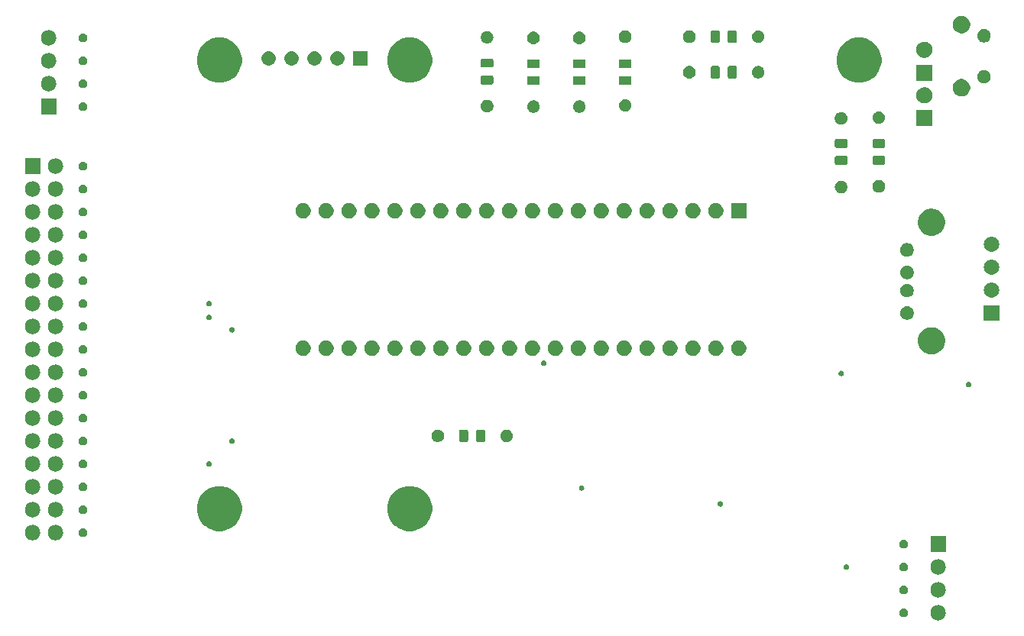
<source format=gbr>
G04 #@! TF.GenerationSoftware,KiCad,Pcbnew,(5.1.2)-2*
G04 #@! TF.CreationDate,2020-12-20T10:50:59+00:00*
G04 #@! TF.ProjectId,Greaseweazle F1 Gotek (USB-A),47726561-7365-4776-9561-7a6c65204631,1*
G04 #@! TF.SameCoordinates,PX6312cb0PY6bcb370*
G04 #@! TF.FileFunction,Soldermask,Top*
G04 #@! TF.FilePolarity,Negative*
%FSLAX46Y46*%
G04 Gerber Fmt 4.6, Leading zero omitted, Abs format (unit mm)*
G04 Created by KiCad (PCBNEW (5.1.2)-2) date 2020-12-20 10:50:59*
%MOMM*%
%LPD*%
G04 APERTURE LIST*
%ADD10C,0.100000*%
G04 APERTURE END LIST*
D10*
G36*
X94400627Y-8052299D02*
G01*
X94480742Y-8076601D01*
X94560855Y-8100903D01*
X94560857Y-8100904D01*
X94708518Y-8179831D01*
X94837949Y-8286051D01*
X94944169Y-8415482D01*
X95023096Y-8563143D01*
X95023097Y-8563145D01*
X95047398Y-8643258D01*
X95071701Y-8723373D01*
X95088112Y-8890000D01*
X95071701Y-9056627D01*
X95047399Y-9136742D01*
X95025562Y-9208730D01*
X95023096Y-9216857D01*
X94944169Y-9364518D01*
X94837949Y-9493949D01*
X94708518Y-9600169D01*
X94560857Y-9679096D01*
X94560855Y-9679097D01*
X94480742Y-9703399D01*
X94400627Y-9727701D01*
X94275752Y-9740000D01*
X94192248Y-9740000D01*
X94067373Y-9727701D01*
X93987258Y-9703399D01*
X93907145Y-9679097D01*
X93907143Y-9679096D01*
X93759482Y-9600169D01*
X93630051Y-9493949D01*
X93523831Y-9364518D01*
X93444904Y-9216857D01*
X93442439Y-9208730D01*
X93420601Y-9136742D01*
X93396299Y-9056627D01*
X93379888Y-8890000D01*
X93396299Y-8723373D01*
X93420602Y-8643258D01*
X93444903Y-8563145D01*
X93444904Y-8563143D01*
X93523831Y-8415482D01*
X93630051Y-8286051D01*
X93759482Y-8179831D01*
X93907143Y-8100904D01*
X93907145Y-8100903D01*
X93987258Y-8076601D01*
X94067373Y-8052299D01*
X94192248Y-8040000D01*
X94275752Y-8040000D01*
X94400627Y-8052299D01*
X94400627Y-8052299D01*
G37*
G36*
X90569843Y-8409214D02*
G01*
X90584975Y-8415482D01*
X90660839Y-8446906D01*
X90702063Y-8474451D01*
X90742730Y-8501624D01*
X90812376Y-8571270D01*
X90867095Y-8653163D01*
X90904786Y-8744157D01*
X90924000Y-8840753D01*
X90924000Y-8939247D01*
X90904786Y-9035843D01*
X90904785Y-9035845D01*
X90867094Y-9126839D01*
X90812375Y-9208731D01*
X90742731Y-9278375D01*
X90660839Y-9333094D01*
X90660838Y-9333095D01*
X90660837Y-9333095D01*
X90569843Y-9370786D01*
X90473247Y-9390000D01*
X90374753Y-9390000D01*
X90278157Y-9370786D01*
X90187163Y-9333095D01*
X90187162Y-9333095D01*
X90187161Y-9333094D01*
X90105269Y-9278375D01*
X90035625Y-9208731D01*
X89980906Y-9126839D01*
X89943215Y-9035845D01*
X89943214Y-9035843D01*
X89924000Y-8939247D01*
X89924000Y-8840753D01*
X89943214Y-8744157D01*
X89980905Y-8653163D01*
X90035624Y-8571270D01*
X90105270Y-8501624D01*
X90145937Y-8474451D01*
X90187161Y-8446906D01*
X90263025Y-8415482D01*
X90278157Y-8409214D01*
X90374753Y-8390000D01*
X90473247Y-8390000D01*
X90569843Y-8409214D01*
X90569843Y-8409214D01*
G37*
G36*
X94400627Y-5512299D02*
G01*
X94480742Y-5536602D01*
X94560855Y-5560903D01*
X94560857Y-5560904D01*
X94708518Y-5639831D01*
X94837949Y-5746051D01*
X94944169Y-5875482D01*
X95023096Y-6023143D01*
X95023097Y-6023145D01*
X95047399Y-6103258D01*
X95071701Y-6183373D01*
X95088112Y-6350000D01*
X95071701Y-6516627D01*
X95047398Y-6596742D01*
X95025562Y-6668730D01*
X95023096Y-6676857D01*
X94944169Y-6824518D01*
X94837949Y-6953949D01*
X94708518Y-7060169D01*
X94560857Y-7139096D01*
X94560855Y-7139097D01*
X94480742Y-7163398D01*
X94400627Y-7187701D01*
X94275752Y-7200000D01*
X94192248Y-7200000D01*
X94067373Y-7187701D01*
X93987258Y-7163398D01*
X93907145Y-7139097D01*
X93907143Y-7139096D01*
X93759482Y-7060169D01*
X93630051Y-6953949D01*
X93523831Y-6824518D01*
X93444904Y-6676857D01*
X93442439Y-6668730D01*
X93420602Y-6596742D01*
X93396299Y-6516627D01*
X93379888Y-6350000D01*
X93396299Y-6183373D01*
X93420601Y-6103258D01*
X93444903Y-6023145D01*
X93444904Y-6023143D01*
X93523831Y-5875482D01*
X93630051Y-5746051D01*
X93759482Y-5639831D01*
X93907143Y-5560904D01*
X93907145Y-5560903D01*
X93987258Y-5536602D01*
X94067373Y-5512299D01*
X94192248Y-5500000D01*
X94275752Y-5500000D01*
X94400627Y-5512299D01*
X94400627Y-5512299D01*
G37*
G36*
X90569843Y-5869214D02*
G01*
X90584975Y-5875482D01*
X90660839Y-5906906D01*
X90702063Y-5934451D01*
X90742730Y-5961624D01*
X90812376Y-6031270D01*
X90867095Y-6113163D01*
X90904786Y-6204157D01*
X90924000Y-6300753D01*
X90924000Y-6399247D01*
X90904786Y-6495843D01*
X90904785Y-6495845D01*
X90867094Y-6586839D01*
X90812375Y-6668731D01*
X90742731Y-6738375D01*
X90660839Y-6793094D01*
X90660838Y-6793095D01*
X90660837Y-6793095D01*
X90569843Y-6830786D01*
X90473247Y-6850000D01*
X90374753Y-6850000D01*
X90278157Y-6830786D01*
X90187163Y-6793095D01*
X90187162Y-6793095D01*
X90187161Y-6793094D01*
X90105269Y-6738375D01*
X90035625Y-6668731D01*
X89980906Y-6586839D01*
X89943215Y-6495845D01*
X89943214Y-6495843D01*
X89924000Y-6399247D01*
X89924000Y-6300753D01*
X89943214Y-6204157D01*
X89980905Y-6113163D01*
X90035624Y-6031270D01*
X90105270Y-5961624D01*
X90145937Y-5934451D01*
X90187161Y-5906906D01*
X90263025Y-5875482D01*
X90278157Y-5869214D01*
X90374753Y-5850000D01*
X90473247Y-5850000D01*
X90569843Y-5869214D01*
X90569843Y-5869214D01*
G37*
G36*
X94400627Y-2972299D02*
G01*
X94480742Y-2996601D01*
X94560855Y-3020903D01*
X94560857Y-3020904D01*
X94708518Y-3099831D01*
X94837949Y-3206051D01*
X94944169Y-3335482D01*
X95023096Y-3483143D01*
X95023097Y-3483145D01*
X95041601Y-3544147D01*
X95071701Y-3643373D01*
X95088112Y-3810000D01*
X95071701Y-3976627D01*
X95047398Y-4056742D01*
X95025562Y-4128730D01*
X95023096Y-4136857D01*
X94944169Y-4284518D01*
X94837949Y-4413949D01*
X94708518Y-4520169D01*
X94560857Y-4599096D01*
X94560855Y-4599097D01*
X94480742Y-4623398D01*
X94400627Y-4647701D01*
X94275752Y-4660000D01*
X94192248Y-4660000D01*
X94067373Y-4647701D01*
X93987258Y-4623398D01*
X93907145Y-4599097D01*
X93907143Y-4599096D01*
X93759482Y-4520169D01*
X93630051Y-4413949D01*
X93523831Y-4284518D01*
X93444904Y-4136857D01*
X93442439Y-4128730D01*
X93420602Y-4056742D01*
X93396299Y-3976627D01*
X93379888Y-3810000D01*
X93396299Y-3643373D01*
X93426399Y-3544147D01*
X93444903Y-3483145D01*
X93444904Y-3483143D01*
X93523831Y-3335482D01*
X93630051Y-3206051D01*
X93759482Y-3099831D01*
X93907143Y-3020904D01*
X93907145Y-3020903D01*
X93987258Y-2996602D01*
X94067373Y-2972299D01*
X94192248Y-2960000D01*
X94275752Y-2960000D01*
X94400627Y-2972299D01*
X94400627Y-2972299D01*
G37*
G36*
X90569843Y-3329214D02*
G01*
X90584975Y-3335482D01*
X90660839Y-3366906D01*
X90702063Y-3394451D01*
X90742730Y-3421624D01*
X90812376Y-3491270D01*
X90867095Y-3573163D01*
X90904786Y-3664157D01*
X90924000Y-3760753D01*
X90924000Y-3859247D01*
X90904786Y-3955843D01*
X90904785Y-3955845D01*
X90867094Y-4046839D01*
X90812375Y-4128731D01*
X90742731Y-4198375D01*
X90660839Y-4253094D01*
X90660838Y-4253095D01*
X90660837Y-4253095D01*
X90569843Y-4290786D01*
X90473247Y-4310000D01*
X90374753Y-4310000D01*
X90278157Y-4290786D01*
X90187163Y-4253095D01*
X90187162Y-4253095D01*
X90187161Y-4253094D01*
X90105269Y-4198375D01*
X90035625Y-4128731D01*
X89980906Y-4046839D01*
X89943215Y-3955845D01*
X89943214Y-3955843D01*
X89924000Y-3859247D01*
X89924000Y-3760753D01*
X89943214Y-3664157D01*
X89980905Y-3573163D01*
X90035624Y-3491270D01*
X90105270Y-3421624D01*
X90145937Y-3394451D01*
X90187161Y-3366906D01*
X90263025Y-3335482D01*
X90278157Y-3329214D01*
X90374753Y-3310000D01*
X90473247Y-3310000D01*
X90569843Y-3329214D01*
X90569843Y-3329214D01*
G37*
G36*
X84161507Y-3521532D02*
G01*
X84216103Y-3544147D01*
X84265239Y-3576978D01*
X84307026Y-3618765D01*
X84339857Y-3667901D01*
X84362472Y-3722497D01*
X84374000Y-3780457D01*
X84374000Y-3839551D01*
X84362472Y-3897511D01*
X84339857Y-3952107D01*
X84307026Y-4001243D01*
X84265239Y-4043030D01*
X84216103Y-4075861D01*
X84161507Y-4098476D01*
X84103547Y-4110004D01*
X84044453Y-4110004D01*
X83986493Y-4098476D01*
X83931897Y-4075861D01*
X83882761Y-4043030D01*
X83840974Y-4001243D01*
X83808143Y-3952107D01*
X83785528Y-3897511D01*
X83774000Y-3839551D01*
X83774000Y-3780457D01*
X83785528Y-3722497D01*
X83808143Y-3667901D01*
X83840974Y-3618765D01*
X83882761Y-3576978D01*
X83931897Y-3544147D01*
X83986493Y-3521532D01*
X84044453Y-3510004D01*
X84103547Y-3510004D01*
X84161507Y-3521532D01*
X84161507Y-3521532D01*
G37*
G36*
X95084000Y-2120000D02*
G01*
X93384000Y-2120000D01*
X93384000Y-420000D01*
X95084000Y-420000D01*
X95084000Y-2120000D01*
X95084000Y-2120000D01*
G37*
G36*
X90569843Y-789214D02*
G01*
X90569846Y-789215D01*
X90569845Y-789215D01*
X90660839Y-826906D01*
X90695401Y-850000D01*
X90742730Y-881624D01*
X90812376Y-951270D01*
X90867095Y-1033163D01*
X90904786Y-1124157D01*
X90924000Y-1220753D01*
X90924000Y-1319247D01*
X90904786Y-1415843D01*
X90904785Y-1415845D01*
X90867094Y-1506839D01*
X90812375Y-1588731D01*
X90742731Y-1658375D01*
X90660839Y-1713094D01*
X90660838Y-1713095D01*
X90660837Y-1713095D01*
X90569843Y-1750786D01*
X90473247Y-1770000D01*
X90374753Y-1770000D01*
X90278157Y-1750786D01*
X90187163Y-1713095D01*
X90187162Y-1713095D01*
X90187161Y-1713094D01*
X90105269Y-1658375D01*
X90035625Y-1588731D01*
X89980906Y-1506839D01*
X89943215Y-1415845D01*
X89943214Y-1415843D01*
X89924000Y-1319247D01*
X89924000Y-1220753D01*
X89943214Y-1124157D01*
X89980905Y-1033163D01*
X90035624Y-951270D01*
X90105270Y-881624D01*
X90152599Y-850000D01*
X90187161Y-826906D01*
X90278155Y-789215D01*
X90278154Y-789215D01*
X90278157Y-789214D01*
X90374753Y-770000D01*
X90473247Y-770000D01*
X90569843Y-789214D01*
X90569843Y-789214D01*
G37*
G36*
X-5929373Y837701D02*
G01*
X-5849258Y813399D01*
X-5769145Y789097D01*
X-5769143Y789096D01*
X-5621482Y710169D01*
X-5492051Y603949D01*
X-5385831Y474518D01*
X-5306904Y326857D01*
X-5306903Y326855D01*
X-5287556Y263074D01*
X-5258299Y166627D01*
X-5241888Y0D01*
X-5258299Y-166627D01*
X-5282601Y-246742D01*
X-5304438Y-318730D01*
X-5306904Y-326857D01*
X-5385831Y-474518D01*
X-5492051Y-603949D01*
X-5621482Y-710169D01*
X-5733417Y-770000D01*
X-5769145Y-789097D01*
X-5849258Y-813398D01*
X-5929373Y-837701D01*
X-6054248Y-850000D01*
X-6137752Y-850000D01*
X-6262627Y-837701D01*
X-6342742Y-813398D01*
X-6422855Y-789097D01*
X-6458583Y-770000D01*
X-6570518Y-710169D01*
X-6699949Y-603949D01*
X-6806169Y-474518D01*
X-6885096Y-326857D01*
X-6887561Y-318730D01*
X-6909399Y-246742D01*
X-6933701Y-166627D01*
X-6950112Y0D01*
X-6933701Y166627D01*
X-6904444Y263074D01*
X-6885097Y326855D01*
X-6885096Y326857D01*
X-6806169Y474518D01*
X-6699949Y603949D01*
X-6570518Y710169D01*
X-6422857Y789096D01*
X-6422855Y789097D01*
X-6342742Y813399D01*
X-6262627Y837701D01*
X-6137752Y850000D01*
X-6054248Y850000D01*
X-5929373Y837701D01*
X-5929373Y837701D01*
G37*
G36*
X-3389373Y837701D02*
G01*
X-3309258Y813399D01*
X-3229145Y789097D01*
X-3229143Y789096D01*
X-3081482Y710169D01*
X-2952051Y603949D01*
X-2845831Y474518D01*
X-2766904Y326857D01*
X-2766903Y326855D01*
X-2747556Y263074D01*
X-2718299Y166627D01*
X-2701888Y0D01*
X-2718299Y-166627D01*
X-2742601Y-246742D01*
X-2764438Y-318730D01*
X-2766904Y-326857D01*
X-2845831Y-474518D01*
X-2952051Y-603949D01*
X-3081482Y-710169D01*
X-3193417Y-770000D01*
X-3229145Y-789097D01*
X-3309258Y-813398D01*
X-3389373Y-837701D01*
X-3514248Y-850000D01*
X-3597752Y-850000D01*
X-3722627Y-837701D01*
X-3802742Y-813398D01*
X-3882855Y-789097D01*
X-3918583Y-770000D01*
X-4030518Y-710169D01*
X-4159949Y-603949D01*
X-4266169Y-474518D01*
X-4345096Y-326857D01*
X-4347561Y-318730D01*
X-4369399Y-246742D01*
X-4393701Y-166627D01*
X-4410112Y0D01*
X-4393701Y166627D01*
X-4364444Y263074D01*
X-4345097Y326855D01*
X-4345096Y326857D01*
X-4266169Y474518D01*
X-4159949Y603949D01*
X-4030518Y710169D01*
X-3882857Y789096D01*
X-3882855Y789097D01*
X-3802742Y813399D01*
X-3722627Y837701D01*
X-3597752Y850000D01*
X-3514248Y850000D01*
X-3389373Y837701D01*
X-3389373Y837701D01*
G37*
G36*
X-362157Y480786D02*
G01*
X-291522Y451528D01*
X-271161Y443094D01*
X-229937Y415549D01*
X-189270Y388376D01*
X-119624Y318730D01*
X-64905Y236837D01*
X-27214Y145843D01*
X-8000Y49247D01*
X-8000Y-49247D01*
X-27214Y-145843D01*
X-27215Y-145845D01*
X-64906Y-236839D01*
X-119625Y-318731D01*
X-189269Y-388375D01*
X-271161Y-443094D01*
X-271162Y-443095D01*
X-271163Y-443095D01*
X-362157Y-480786D01*
X-458753Y-500000D01*
X-557247Y-500000D01*
X-653843Y-480786D01*
X-744837Y-443095D01*
X-744838Y-443095D01*
X-744839Y-443094D01*
X-826731Y-388375D01*
X-896375Y-318731D01*
X-951094Y-236839D01*
X-988785Y-145845D01*
X-988786Y-145843D01*
X-1008000Y-49247D01*
X-1008000Y49247D01*
X-988786Y145843D01*
X-951095Y236837D01*
X-896376Y318730D01*
X-826730Y388376D01*
X-786063Y415549D01*
X-744839Y443094D01*
X-724478Y451528D01*
X-653843Y480786D01*
X-557247Y500000D01*
X-458753Y500000D01*
X-362157Y480786D01*
X-362157Y480786D01*
G37*
G36*
X15334222Y5070927D02*
G01*
X15664418Y4934155D01*
X15789194Y4882471D01*
X15814603Y4865493D01*
X16198656Y4608877D01*
X16546877Y4260656D01*
X16820472Y3851192D01*
X17008927Y3396222D01*
X17105000Y2913230D01*
X17105000Y2420770D01*
X17008927Y1937778D01*
X16820472Y1482808D01*
X16546877Y1073344D01*
X16198656Y725123D01*
X16176274Y710168D01*
X15789194Y451529D01*
X15789193Y451528D01*
X15789192Y451528D01*
X15334222Y263073D01*
X14851230Y167000D01*
X14358770Y167000D01*
X13875778Y263073D01*
X13420808Y451528D01*
X13420807Y451528D01*
X13420806Y451529D01*
X13033726Y710168D01*
X13011344Y725123D01*
X12663123Y1073344D01*
X12389528Y1482808D01*
X12201073Y1937778D01*
X12105000Y2420770D01*
X12105000Y2913230D01*
X12201073Y3396222D01*
X12389528Y3851192D01*
X12663123Y4260656D01*
X13011344Y4608877D01*
X13395397Y4865493D01*
X13420806Y4882471D01*
X13545582Y4934155D01*
X13875778Y5070927D01*
X14358770Y5167000D01*
X14851230Y5167000D01*
X15334222Y5070927D01*
X15334222Y5070927D01*
G37*
G36*
X36416222Y5070927D02*
G01*
X36746418Y4934155D01*
X36871194Y4882471D01*
X36896603Y4865493D01*
X37280656Y4608877D01*
X37628877Y4260656D01*
X37902472Y3851192D01*
X38090927Y3396222D01*
X38187000Y2913230D01*
X38187000Y2420770D01*
X38090927Y1937778D01*
X37902472Y1482808D01*
X37628877Y1073344D01*
X37280656Y725123D01*
X37258274Y710168D01*
X36871194Y451529D01*
X36871193Y451528D01*
X36871192Y451528D01*
X36416222Y263073D01*
X35933230Y167000D01*
X35440770Y167000D01*
X34957778Y263073D01*
X34502808Y451528D01*
X34502807Y451528D01*
X34502806Y451529D01*
X34115726Y710168D01*
X34093344Y725123D01*
X33745123Y1073344D01*
X33471528Y1482808D01*
X33283073Y1937778D01*
X33187000Y2420770D01*
X33187000Y2913230D01*
X33283073Y3396222D01*
X33471528Y3851192D01*
X33745123Y4260656D01*
X34093344Y4608877D01*
X34477397Y4865493D01*
X34502806Y4882471D01*
X34627582Y4934155D01*
X34957778Y5070927D01*
X35440770Y5167000D01*
X35933230Y5167000D01*
X36416222Y5070927D01*
X36416222Y5070927D01*
G37*
G36*
X-3389373Y3377701D02*
G01*
X-3309258Y3353398D01*
X-3229145Y3329097D01*
X-3229143Y3329096D01*
X-3081482Y3250169D01*
X-2952051Y3143949D01*
X-2845831Y3014518D01*
X-2791691Y2913230D01*
X-2766903Y2866855D01*
X-2742601Y2786742D01*
X-2718299Y2706627D01*
X-2701888Y2540000D01*
X-2718299Y2373373D01*
X-2742601Y2293258D01*
X-2764438Y2221270D01*
X-2766904Y2213143D01*
X-2845831Y2065482D01*
X-2952051Y1936051D01*
X-3081482Y1829831D01*
X-3229143Y1750904D01*
X-3229145Y1750903D01*
X-3309258Y1726602D01*
X-3389373Y1702299D01*
X-3514248Y1690000D01*
X-3597752Y1690000D01*
X-3722627Y1702299D01*
X-3802742Y1726602D01*
X-3882855Y1750903D01*
X-3882857Y1750904D01*
X-4030518Y1829831D01*
X-4159949Y1936051D01*
X-4266169Y2065482D01*
X-4345096Y2213143D01*
X-4347561Y2221270D01*
X-4369398Y2293258D01*
X-4393701Y2373373D01*
X-4410112Y2540000D01*
X-4393701Y2706627D01*
X-4369399Y2786742D01*
X-4345097Y2866855D01*
X-4320309Y2913230D01*
X-4266169Y3014518D01*
X-4159949Y3143949D01*
X-4030518Y3250169D01*
X-3882857Y3329096D01*
X-3882855Y3329097D01*
X-3802742Y3353398D01*
X-3722627Y3377701D01*
X-3597752Y3390000D01*
X-3514248Y3390000D01*
X-3389373Y3377701D01*
X-3389373Y3377701D01*
G37*
G36*
X-5929373Y3377701D02*
G01*
X-5849258Y3353398D01*
X-5769145Y3329097D01*
X-5769143Y3329096D01*
X-5621482Y3250169D01*
X-5492051Y3143949D01*
X-5385831Y3014518D01*
X-5331691Y2913230D01*
X-5306903Y2866855D01*
X-5282602Y2786742D01*
X-5258299Y2706627D01*
X-5241888Y2540000D01*
X-5258299Y2373373D01*
X-5282601Y2293258D01*
X-5304438Y2221270D01*
X-5306904Y2213143D01*
X-5385831Y2065482D01*
X-5492051Y1936051D01*
X-5621482Y1829831D01*
X-5769143Y1750904D01*
X-5769145Y1750903D01*
X-5849258Y1726602D01*
X-5929373Y1702299D01*
X-6054248Y1690000D01*
X-6137752Y1690000D01*
X-6262627Y1702299D01*
X-6342742Y1726602D01*
X-6422855Y1750903D01*
X-6422857Y1750904D01*
X-6570518Y1829831D01*
X-6699949Y1936051D01*
X-6806169Y2065482D01*
X-6885096Y2213143D01*
X-6887561Y2221270D01*
X-6909398Y2293258D01*
X-6933701Y2373373D01*
X-6950112Y2540000D01*
X-6933701Y2706627D01*
X-6909399Y2786742D01*
X-6885097Y2866855D01*
X-6860309Y2913230D01*
X-6806169Y3014518D01*
X-6699949Y3143949D01*
X-6570518Y3250169D01*
X-6422857Y3329096D01*
X-6422855Y3329097D01*
X-6342742Y3353398D01*
X-6262627Y3377701D01*
X-6137752Y3390000D01*
X-6054248Y3390000D01*
X-5929373Y3377701D01*
X-5929373Y3377701D01*
G37*
G36*
X-362157Y3020786D02*
G01*
X-271163Y2983095D01*
X-271161Y2983094D01*
X-229937Y2955549D01*
X-189270Y2928376D01*
X-119624Y2858730D01*
X-64905Y2776837D01*
X-27214Y2685843D01*
X-8000Y2589247D01*
X-8000Y2490753D01*
X-27214Y2394157D01*
X-27215Y2394155D01*
X-64906Y2303161D01*
X-119625Y2221269D01*
X-189269Y2151625D01*
X-271161Y2096906D01*
X-271162Y2096905D01*
X-271163Y2096905D01*
X-362157Y2059214D01*
X-458753Y2040000D01*
X-557247Y2040000D01*
X-653843Y2059214D01*
X-744837Y2096905D01*
X-744838Y2096905D01*
X-744839Y2096906D01*
X-826731Y2151625D01*
X-896375Y2221269D01*
X-951094Y2303161D01*
X-988785Y2394155D01*
X-988786Y2394157D01*
X-1008000Y2490753D01*
X-1008000Y2589247D01*
X-988786Y2685843D01*
X-951095Y2776837D01*
X-896376Y2858730D01*
X-826730Y2928376D01*
X-786063Y2955549D01*
X-744839Y2983094D01*
X-744837Y2983095D01*
X-653843Y3020786D01*
X-557247Y3040000D01*
X-458753Y3040000D01*
X-362157Y3020786D01*
X-362157Y3020786D01*
G37*
G36*
X70191501Y3463466D02*
G01*
X70246097Y3440851D01*
X70295233Y3408020D01*
X70337020Y3366233D01*
X70369851Y3317097D01*
X70392466Y3262501D01*
X70403994Y3204541D01*
X70403994Y3145447D01*
X70392466Y3087487D01*
X70369851Y3032891D01*
X70337020Y2983755D01*
X70295233Y2941968D01*
X70246097Y2909137D01*
X70191501Y2886522D01*
X70133541Y2874994D01*
X70074447Y2874994D01*
X70016487Y2886522D01*
X69961891Y2909137D01*
X69912755Y2941968D01*
X69870968Y2983755D01*
X69838137Y3032891D01*
X69815522Y3087487D01*
X69803994Y3145447D01*
X69803994Y3204541D01*
X69815522Y3262501D01*
X69838137Y3317097D01*
X69870968Y3366233D01*
X69912755Y3408020D01*
X69961891Y3440851D01*
X70016487Y3463466D01*
X70074447Y3474994D01*
X70133541Y3474994D01*
X70191501Y3463466D01*
X70191501Y3463466D01*
G37*
G36*
X-5929373Y5917701D02*
G01*
X-5849258Y5893399D01*
X-5769145Y5869097D01*
X-5769143Y5869096D01*
X-5621482Y5790169D01*
X-5492051Y5683949D01*
X-5385831Y5554518D01*
X-5306904Y5406857D01*
X-5306903Y5406855D01*
X-5282602Y5326742D01*
X-5258299Y5246627D01*
X-5241888Y5080000D01*
X-5258299Y4913373D01*
X-5282602Y4833258D01*
X-5304438Y4761270D01*
X-5306904Y4753143D01*
X-5385831Y4605482D01*
X-5492051Y4476051D01*
X-5621482Y4369831D01*
X-5769143Y4290904D01*
X-5769145Y4290903D01*
X-5849258Y4266601D01*
X-5929373Y4242299D01*
X-6054248Y4230000D01*
X-6137752Y4230000D01*
X-6262627Y4242299D01*
X-6342742Y4266601D01*
X-6422855Y4290903D01*
X-6422857Y4290904D01*
X-6570518Y4369831D01*
X-6699949Y4476051D01*
X-6806169Y4605482D01*
X-6885096Y4753143D01*
X-6887561Y4761270D01*
X-6909398Y4833258D01*
X-6933701Y4913373D01*
X-6950112Y5080000D01*
X-6933701Y5246627D01*
X-6909398Y5326742D01*
X-6885097Y5406855D01*
X-6885096Y5406857D01*
X-6806169Y5554518D01*
X-6699949Y5683949D01*
X-6570518Y5790169D01*
X-6422857Y5869096D01*
X-6422855Y5869097D01*
X-6342742Y5893399D01*
X-6262627Y5917701D01*
X-6137752Y5930000D01*
X-6054248Y5930000D01*
X-5929373Y5917701D01*
X-5929373Y5917701D01*
G37*
G36*
X-3389373Y5917701D02*
G01*
X-3309258Y5893399D01*
X-3229145Y5869097D01*
X-3229143Y5869096D01*
X-3081482Y5790169D01*
X-2952051Y5683949D01*
X-2845831Y5554518D01*
X-2766904Y5406857D01*
X-2766903Y5406855D01*
X-2742602Y5326742D01*
X-2718299Y5246627D01*
X-2701888Y5080000D01*
X-2718299Y4913373D01*
X-2742602Y4833258D01*
X-2764438Y4761270D01*
X-2766904Y4753143D01*
X-2845831Y4605482D01*
X-2952051Y4476051D01*
X-3081482Y4369831D01*
X-3229143Y4290904D01*
X-3229145Y4290903D01*
X-3309258Y4266601D01*
X-3389373Y4242299D01*
X-3514248Y4230000D01*
X-3597752Y4230000D01*
X-3722627Y4242299D01*
X-3802742Y4266601D01*
X-3882855Y4290903D01*
X-3882857Y4290904D01*
X-4030518Y4369831D01*
X-4159949Y4476051D01*
X-4266169Y4605482D01*
X-4345096Y4753143D01*
X-4347561Y4761270D01*
X-4369398Y4833258D01*
X-4393701Y4913373D01*
X-4410112Y5080000D01*
X-4393701Y5246627D01*
X-4369398Y5326742D01*
X-4345097Y5406855D01*
X-4345096Y5406857D01*
X-4266169Y5554518D01*
X-4159949Y5683949D01*
X-4030518Y5790169D01*
X-3882857Y5869096D01*
X-3882855Y5869097D01*
X-3802742Y5893399D01*
X-3722627Y5917701D01*
X-3597752Y5930000D01*
X-3514248Y5930000D01*
X-3389373Y5917701D01*
X-3389373Y5917701D01*
G37*
G36*
X-362157Y5560786D02*
G01*
X-347025Y5554518D01*
X-271161Y5523094D01*
X-229937Y5495549D01*
X-189270Y5468376D01*
X-119624Y5398730D01*
X-64905Y5316837D01*
X-27214Y5225843D01*
X-8000Y5129247D01*
X-8000Y5030753D01*
X-27214Y4934157D01*
X-64905Y4843163D01*
X-119624Y4761270D01*
X-189270Y4691624D01*
X-229821Y4664529D01*
X-271161Y4636906D01*
X-271162Y4636905D01*
X-271163Y4636905D01*
X-362157Y4599214D01*
X-458753Y4580000D01*
X-557247Y4580000D01*
X-653843Y4599214D01*
X-744837Y4636905D01*
X-744838Y4636905D01*
X-744839Y4636906D01*
X-786179Y4664529D01*
X-826730Y4691624D01*
X-896376Y4761270D01*
X-951095Y4843163D01*
X-988786Y4934157D01*
X-1008000Y5030753D01*
X-1008000Y5129247D01*
X-988786Y5225843D01*
X-951095Y5316837D01*
X-896376Y5398730D01*
X-826730Y5468376D01*
X-786063Y5495549D01*
X-744839Y5523094D01*
X-668975Y5554518D01*
X-653843Y5560786D01*
X-557247Y5580000D01*
X-458753Y5580000D01*
X-362157Y5560786D01*
X-362157Y5560786D01*
G37*
G36*
X54824511Y5241472D02*
G01*
X54879107Y5218857D01*
X54928243Y5186026D01*
X54970030Y5144239D01*
X55002861Y5095103D01*
X55025476Y5040507D01*
X55037004Y4982547D01*
X55037004Y4923453D01*
X55025476Y4865493D01*
X55002861Y4810897D01*
X54970030Y4761761D01*
X54928243Y4719974D01*
X54879107Y4687143D01*
X54824511Y4664528D01*
X54766551Y4653000D01*
X54707457Y4653000D01*
X54649497Y4664528D01*
X54594901Y4687143D01*
X54545765Y4719974D01*
X54503978Y4761761D01*
X54471147Y4810897D01*
X54448532Y4865493D01*
X54437004Y4923453D01*
X54437004Y4982547D01*
X54448532Y5040507D01*
X54471147Y5095103D01*
X54503978Y5144239D01*
X54545765Y5186026D01*
X54594901Y5218857D01*
X54649497Y5241472D01*
X54707457Y5253000D01*
X54766551Y5253000D01*
X54824511Y5241472D01*
X54824511Y5241472D01*
G37*
G36*
X-3389373Y8457701D02*
G01*
X-3309258Y8433398D01*
X-3229145Y8409097D01*
X-3229143Y8409096D01*
X-3081482Y8330169D01*
X-2952051Y8223949D01*
X-2845831Y8094518D01*
X-2766904Y7946857D01*
X-2766903Y7946855D01*
X-2758757Y7920000D01*
X-2718299Y7786627D01*
X-2701888Y7620000D01*
X-2718299Y7453373D01*
X-2742601Y7373258D01*
X-2764438Y7301270D01*
X-2766904Y7293143D01*
X-2845831Y7145482D01*
X-2952051Y7016051D01*
X-3081482Y6909831D01*
X-3229143Y6830904D01*
X-3229145Y6830903D01*
X-3309258Y6806601D01*
X-3389373Y6782299D01*
X-3514248Y6770000D01*
X-3597752Y6770000D01*
X-3722627Y6782299D01*
X-3802742Y6806601D01*
X-3882855Y6830903D01*
X-3882857Y6830904D01*
X-4030518Y6909831D01*
X-4159949Y7016051D01*
X-4266169Y7145482D01*
X-4345096Y7293143D01*
X-4347561Y7301270D01*
X-4369399Y7373258D01*
X-4393701Y7453373D01*
X-4410112Y7620000D01*
X-4393701Y7786627D01*
X-4353243Y7920000D01*
X-4345097Y7946855D01*
X-4345096Y7946857D01*
X-4266169Y8094518D01*
X-4159949Y8223949D01*
X-4030518Y8330169D01*
X-3882857Y8409096D01*
X-3882855Y8409097D01*
X-3802742Y8433398D01*
X-3722627Y8457701D01*
X-3597752Y8470000D01*
X-3514248Y8470000D01*
X-3389373Y8457701D01*
X-3389373Y8457701D01*
G37*
G36*
X-5929373Y8457701D02*
G01*
X-5849258Y8433398D01*
X-5769145Y8409097D01*
X-5769143Y8409096D01*
X-5621482Y8330169D01*
X-5492051Y8223949D01*
X-5385831Y8094518D01*
X-5306904Y7946857D01*
X-5306903Y7946855D01*
X-5298757Y7920000D01*
X-5258299Y7786627D01*
X-5241888Y7620000D01*
X-5258299Y7453373D01*
X-5282601Y7373258D01*
X-5304438Y7301270D01*
X-5306904Y7293143D01*
X-5385831Y7145482D01*
X-5492051Y7016051D01*
X-5621482Y6909831D01*
X-5769143Y6830904D01*
X-5769145Y6830903D01*
X-5849258Y6806601D01*
X-5929373Y6782299D01*
X-6054248Y6770000D01*
X-6137752Y6770000D01*
X-6262627Y6782299D01*
X-6342742Y6806601D01*
X-6422855Y6830903D01*
X-6422857Y6830904D01*
X-6570518Y6909831D01*
X-6699949Y7016051D01*
X-6806169Y7145482D01*
X-6885096Y7293143D01*
X-6887561Y7301270D01*
X-6909399Y7373258D01*
X-6933701Y7453373D01*
X-6950112Y7620000D01*
X-6933701Y7786627D01*
X-6893243Y7920000D01*
X-6885097Y7946855D01*
X-6885096Y7946857D01*
X-6806169Y8094518D01*
X-6699949Y8223949D01*
X-6570518Y8330169D01*
X-6422857Y8409096D01*
X-6422855Y8409097D01*
X-6342742Y8433398D01*
X-6262627Y8457701D01*
X-6137752Y8470000D01*
X-6054248Y8470000D01*
X-5929373Y8457701D01*
X-5929373Y8457701D01*
G37*
G36*
X-362157Y8100786D02*
G01*
X-347025Y8094518D01*
X-271161Y8063094D01*
X-229937Y8035549D01*
X-189270Y8008376D01*
X-119624Y7938730D01*
X-64905Y7856837D01*
X-27214Y7765843D01*
X-8000Y7669247D01*
X-8000Y7570753D01*
X-27214Y7474157D01*
X-63327Y7386973D01*
X-64906Y7383161D01*
X-119625Y7301269D01*
X-189269Y7231625D01*
X-271161Y7176906D01*
X-271162Y7176905D01*
X-271163Y7176905D01*
X-362157Y7139214D01*
X-458753Y7120000D01*
X-557247Y7120000D01*
X-653843Y7139214D01*
X-744837Y7176905D01*
X-744838Y7176905D01*
X-744839Y7176906D01*
X-826731Y7231625D01*
X-896375Y7301269D01*
X-951094Y7383161D01*
X-952673Y7386973D01*
X-988786Y7474157D01*
X-1008000Y7570753D01*
X-1008000Y7669247D01*
X-988786Y7765843D01*
X-951095Y7856837D01*
X-896376Y7938730D01*
X-826730Y8008376D01*
X-786063Y8035549D01*
X-744839Y8063094D01*
X-668975Y8094518D01*
X-653843Y8100786D01*
X-557247Y8120000D01*
X-458753Y8120000D01*
X-362157Y8100786D01*
X-362157Y8100786D01*
G37*
G36*
X13549507Y7908472D02*
G01*
X13604103Y7885857D01*
X13653239Y7853026D01*
X13695026Y7811239D01*
X13727857Y7762103D01*
X13750472Y7707507D01*
X13762000Y7649547D01*
X13762000Y7590453D01*
X13750472Y7532493D01*
X13727857Y7477897D01*
X13695026Y7428761D01*
X13653239Y7386974D01*
X13604103Y7354143D01*
X13549507Y7331528D01*
X13491547Y7320000D01*
X13432453Y7320000D01*
X13374493Y7331528D01*
X13319897Y7354143D01*
X13270761Y7386974D01*
X13228974Y7428761D01*
X13196143Y7477897D01*
X13173528Y7532493D01*
X13162000Y7590453D01*
X13162000Y7649547D01*
X13173528Y7707507D01*
X13196143Y7762103D01*
X13228974Y7811239D01*
X13270761Y7853026D01*
X13319897Y7885857D01*
X13374493Y7908472D01*
X13432453Y7920000D01*
X13491547Y7920000D01*
X13549507Y7908472D01*
X13549507Y7908472D01*
G37*
G36*
X-3389373Y10997701D02*
G01*
X-3309258Y10973399D01*
X-3229145Y10949097D01*
X-3229143Y10949096D01*
X-3081482Y10870169D01*
X-2952051Y10763949D01*
X-2845831Y10634518D01*
X-2788531Y10527318D01*
X-2766903Y10486855D01*
X-2758757Y10460000D01*
X-2718299Y10326627D01*
X-2701888Y10160000D01*
X-2718299Y9993373D01*
X-2742601Y9913258D01*
X-2764438Y9841270D01*
X-2766904Y9833143D01*
X-2845831Y9685482D01*
X-2952051Y9556051D01*
X-3081482Y9449831D01*
X-3229143Y9370904D01*
X-3229145Y9370903D01*
X-3309258Y9346601D01*
X-3389373Y9322299D01*
X-3514248Y9310000D01*
X-3597752Y9310000D01*
X-3722627Y9322299D01*
X-3802742Y9346601D01*
X-3882855Y9370903D01*
X-3882857Y9370904D01*
X-4030518Y9449831D01*
X-4159949Y9556051D01*
X-4266169Y9685482D01*
X-4345096Y9833143D01*
X-4347561Y9841270D01*
X-4369399Y9913258D01*
X-4393701Y9993373D01*
X-4410112Y10160000D01*
X-4393701Y10326627D01*
X-4353243Y10460000D01*
X-4345097Y10486855D01*
X-4323469Y10527318D01*
X-4266169Y10634518D01*
X-4159949Y10763949D01*
X-4030518Y10870169D01*
X-3882857Y10949096D01*
X-3882855Y10949097D01*
X-3802742Y10973399D01*
X-3722627Y10997701D01*
X-3597752Y11010000D01*
X-3514248Y11010000D01*
X-3389373Y10997701D01*
X-3389373Y10997701D01*
G37*
G36*
X-5929373Y10997701D02*
G01*
X-5849258Y10973399D01*
X-5769145Y10949097D01*
X-5769143Y10949096D01*
X-5621482Y10870169D01*
X-5492051Y10763949D01*
X-5385831Y10634518D01*
X-5328531Y10527318D01*
X-5306903Y10486855D01*
X-5298757Y10460000D01*
X-5258299Y10326627D01*
X-5241888Y10160000D01*
X-5258299Y9993373D01*
X-5282601Y9913258D01*
X-5304438Y9841270D01*
X-5306904Y9833143D01*
X-5385831Y9685482D01*
X-5492051Y9556051D01*
X-5621482Y9449831D01*
X-5769143Y9370904D01*
X-5769145Y9370903D01*
X-5849258Y9346601D01*
X-5929373Y9322299D01*
X-6054248Y9310000D01*
X-6137752Y9310000D01*
X-6262627Y9322299D01*
X-6342742Y9346601D01*
X-6422855Y9370903D01*
X-6422857Y9370904D01*
X-6570518Y9449831D01*
X-6699949Y9556051D01*
X-6806169Y9685482D01*
X-6885096Y9833143D01*
X-6887561Y9841270D01*
X-6909399Y9913258D01*
X-6933701Y9993373D01*
X-6950112Y10160000D01*
X-6933701Y10326627D01*
X-6893243Y10460000D01*
X-6885097Y10486855D01*
X-6863469Y10527318D01*
X-6806169Y10634518D01*
X-6699949Y10763949D01*
X-6570518Y10870169D01*
X-6422857Y10949096D01*
X-6422855Y10949097D01*
X-6342742Y10973399D01*
X-6262627Y10997701D01*
X-6137752Y11010000D01*
X-6054248Y11010000D01*
X-5929373Y10997701D01*
X-5929373Y10997701D01*
G37*
G36*
X-362157Y10640786D02*
G01*
X-347025Y10634518D01*
X-271161Y10603094D01*
X-189269Y10548375D01*
X-119625Y10478731D01*
X-66969Y10399927D01*
X-64905Y10396837D01*
X-27214Y10305843D01*
X-8000Y10209247D01*
X-8000Y10110753D01*
X-27214Y10014157D01*
X-63327Y9926973D01*
X-64906Y9923161D01*
X-119625Y9841269D01*
X-189269Y9771625D01*
X-271161Y9716906D01*
X-271162Y9716905D01*
X-271163Y9716905D01*
X-362157Y9679214D01*
X-458753Y9660000D01*
X-557247Y9660000D01*
X-653843Y9679214D01*
X-744837Y9716905D01*
X-744838Y9716905D01*
X-744839Y9716906D01*
X-826731Y9771625D01*
X-896375Y9841269D01*
X-951094Y9923161D01*
X-952673Y9926973D01*
X-988786Y10014157D01*
X-1008000Y10110753D01*
X-1008000Y10209247D01*
X-988786Y10305843D01*
X-951095Y10396837D01*
X-949030Y10399927D01*
X-896375Y10478731D01*
X-826731Y10548375D01*
X-744839Y10603094D01*
X-668975Y10634518D01*
X-653843Y10640786D01*
X-557247Y10660000D01*
X-458753Y10660000D01*
X-362157Y10640786D01*
X-362157Y10640786D01*
G37*
G36*
X16089507Y10448472D02*
G01*
X16144103Y10425857D01*
X16193239Y10393026D01*
X16235026Y10351239D01*
X16267857Y10302103D01*
X16290472Y10247507D01*
X16302000Y10189547D01*
X16302000Y10130453D01*
X16290472Y10072493D01*
X16267857Y10017897D01*
X16235026Y9968761D01*
X16193239Y9926974D01*
X16144103Y9894143D01*
X16089507Y9871528D01*
X16031547Y9860000D01*
X15972453Y9860000D01*
X15914493Y9871528D01*
X15859897Y9894143D01*
X15810761Y9926974D01*
X15768974Y9968761D01*
X15736143Y10017897D01*
X15713528Y10072493D01*
X15702000Y10130453D01*
X15702000Y10189547D01*
X15713528Y10247507D01*
X15736143Y10302103D01*
X15768974Y10351239D01*
X15810761Y10393026D01*
X15859897Y10425857D01*
X15914493Y10448472D01*
X15972453Y10460000D01*
X16031547Y10460000D01*
X16089507Y10448472D01*
X16089507Y10448472D01*
G37*
G36*
X38935724Y11421372D02*
G01*
X39067675Y11381345D01*
X39189281Y11316345D01*
X39295870Y11228870D01*
X39383345Y11122281D01*
X39448345Y11000675D01*
X39488372Y10868724D01*
X39501887Y10731500D01*
X39488372Y10594276D01*
X39448345Y10462325D01*
X39383345Y10340719D01*
X39295870Y10234130D01*
X39189281Y10146655D01*
X39067675Y10081655D01*
X38935724Y10041628D01*
X38832890Y10031500D01*
X38764110Y10031500D01*
X38661276Y10041628D01*
X38529325Y10081655D01*
X38407719Y10146655D01*
X38301130Y10234130D01*
X38213655Y10340719D01*
X38148655Y10462325D01*
X38108628Y10594276D01*
X38095113Y10731500D01*
X38108628Y10868724D01*
X38148655Y11000675D01*
X38213655Y11122281D01*
X38301130Y11228870D01*
X38407719Y11316345D01*
X38529325Y11381345D01*
X38661276Y11421372D01*
X38764110Y11431500D01*
X38832890Y11431500D01*
X38935724Y11421372D01*
X38935724Y11421372D01*
G37*
G36*
X43887491Y11427425D02*
G01*
X43921379Y11417145D01*
X43952612Y11400450D01*
X43979986Y11377986D01*
X44002450Y11350612D01*
X44019145Y11319379D01*
X44029425Y11285491D01*
X44033500Y11244112D01*
X44033500Y10218888D01*
X44029425Y10177509D01*
X44019145Y10143621D01*
X44002450Y10112388D01*
X43979986Y10085014D01*
X43952612Y10062550D01*
X43921379Y10045855D01*
X43887491Y10035575D01*
X43846112Y10031500D01*
X43245888Y10031500D01*
X43204509Y10035575D01*
X43170621Y10045855D01*
X43139388Y10062550D01*
X43112014Y10085014D01*
X43089550Y10112388D01*
X43072855Y10143621D01*
X43062575Y10177509D01*
X43058500Y10218888D01*
X43058500Y11244112D01*
X43062575Y11285491D01*
X43072855Y11319379D01*
X43089550Y11350612D01*
X43112014Y11377986D01*
X43139388Y11400450D01*
X43170621Y11417145D01*
X43204509Y11427425D01*
X43245888Y11431500D01*
X43846112Y11431500D01*
X43887491Y11427425D01*
X43887491Y11427425D01*
G37*
G36*
X46622682Y11404600D02*
G01*
X46750073Y11351833D01*
X46750074Y11351832D01*
X46864724Y11275226D01*
X46962226Y11177724D01*
X46962227Y11177722D01*
X47038833Y11063073D01*
X47091600Y10935682D01*
X47118500Y10800445D01*
X47118500Y10662555D01*
X47091600Y10527318D01*
X47038833Y10399927D01*
X47034222Y10393026D01*
X46962226Y10285276D01*
X46864724Y10187774D01*
X46856039Y10181971D01*
X46750073Y10111167D01*
X46622682Y10058400D01*
X46487445Y10031500D01*
X46349555Y10031500D01*
X46214318Y10058400D01*
X46086927Y10111167D01*
X45980961Y10181971D01*
X45972276Y10187774D01*
X45874774Y10285276D01*
X45802778Y10393026D01*
X45798167Y10399927D01*
X45745400Y10527318D01*
X45718500Y10662555D01*
X45718500Y10800445D01*
X45745400Y10935682D01*
X45798167Y11063073D01*
X45874773Y11177722D01*
X45874774Y11177724D01*
X45972276Y11275226D01*
X46086926Y11351832D01*
X46086927Y11351833D01*
X46214318Y11404600D01*
X46349555Y11431500D01*
X46487445Y11431500D01*
X46622682Y11404600D01*
X46622682Y11404600D01*
G37*
G36*
X42012491Y11427425D02*
G01*
X42046379Y11417145D01*
X42077612Y11400450D01*
X42104986Y11377986D01*
X42127450Y11350612D01*
X42144145Y11319379D01*
X42154425Y11285491D01*
X42158500Y11244112D01*
X42158500Y10218888D01*
X42154425Y10177509D01*
X42144145Y10143621D01*
X42127450Y10112388D01*
X42104986Y10085014D01*
X42077612Y10062550D01*
X42046379Y10045855D01*
X42012491Y10035575D01*
X41971112Y10031500D01*
X41370888Y10031500D01*
X41329509Y10035575D01*
X41295621Y10045855D01*
X41264388Y10062550D01*
X41237014Y10085014D01*
X41214550Y10112388D01*
X41197855Y10143621D01*
X41187575Y10177509D01*
X41183500Y10218888D01*
X41183500Y11244112D01*
X41187575Y11285491D01*
X41197855Y11319379D01*
X41214550Y11350612D01*
X41237014Y11377986D01*
X41264388Y11400450D01*
X41295621Y11417145D01*
X41329509Y11427425D01*
X41370888Y11431500D01*
X41971112Y11431500D01*
X42012491Y11427425D01*
X42012491Y11427425D01*
G37*
G36*
X-3389373Y13537701D02*
G01*
X-3309258Y13513398D01*
X-3229145Y13489097D01*
X-3229143Y13489096D01*
X-3081482Y13410169D01*
X-2952051Y13303949D01*
X-2845831Y13174518D01*
X-2766904Y13026857D01*
X-2766903Y13026855D01*
X-2742602Y12946742D01*
X-2718299Y12866627D01*
X-2701888Y12700000D01*
X-2718299Y12533373D01*
X-2742601Y12453258D01*
X-2764438Y12381270D01*
X-2766904Y12373143D01*
X-2845831Y12225482D01*
X-2952051Y12096051D01*
X-3081482Y11989831D01*
X-3229143Y11910904D01*
X-3229145Y11910903D01*
X-3309258Y11886602D01*
X-3389373Y11862299D01*
X-3514248Y11850000D01*
X-3597752Y11850000D01*
X-3722627Y11862299D01*
X-3802742Y11886602D01*
X-3882855Y11910903D01*
X-3882857Y11910904D01*
X-4030518Y11989831D01*
X-4159949Y12096051D01*
X-4266169Y12225482D01*
X-4345096Y12373143D01*
X-4347561Y12381270D01*
X-4369399Y12453258D01*
X-4393701Y12533373D01*
X-4410112Y12700000D01*
X-4393701Y12866627D01*
X-4369398Y12946742D01*
X-4345097Y13026855D01*
X-4345096Y13026857D01*
X-4266169Y13174518D01*
X-4159949Y13303949D01*
X-4030518Y13410169D01*
X-3882857Y13489096D01*
X-3882855Y13489097D01*
X-3802742Y13513398D01*
X-3722627Y13537701D01*
X-3597752Y13550000D01*
X-3514248Y13550000D01*
X-3389373Y13537701D01*
X-3389373Y13537701D01*
G37*
G36*
X-5929373Y13537701D02*
G01*
X-5849258Y13513398D01*
X-5769145Y13489097D01*
X-5769143Y13489096D01*
X-5621482Y13410169D01*
X-5492051Y13303949D01*
X-5385831Y13174518D01*
X-5306904Y13026857D01*
X-5306903Y13026855D01*
X-5282602Y12946742D01*
X-5258299Y12866627D01*
X-5241888Y12700000D01*
X-5258299Y12533373D01*
X-5282601Y12453258D01*
X-5304438Y12381270D01*
X-5306904Y12373143D01*
X-5385831Y12225482D01*
X-5492051Y12096051D01*
X-5621482Y11989831D01*
X-5769143Y11910904D01*
X-5769145Y11910903D01*
X-5849258Y11886602D01*
X-5929373Y11862299D01*
X-6054248Y11850000D01*
X-6137752Y11850000D01*
X-6262627Y11862299D01*
X-6342742Y11886602D01*
X-6422855Y11910903D01*
X-6422857Y11910904D01*
X-6570518Y11989831D01*
X-6699949Y12096051D01*
X-6806169Y12225482D01*
X-6885096Y12373143D01*
X-6887561Y12381270D01*
X-6909399Y12453258D01*
X-6933701Y12533373D01*
X-6950112Y12700000D01*
X-6933701Y12866627D01*
X-6909398Y12946742D01*
X-6885097Y13026855D01*
X-6885096Y13026857D01*
X-6806169Y13174518D01*
X-6699949Y13303949D01*
X-6570518Y13410169D01*
X-6422857Y13489096D01*
X-6422855Y13489097D01*
X-6342742Y13513398D01*
X-6262627Y13537701D01*
X-6137752Y13550000D01*
X-6054248Y13550000D01*
X-5929373Y13537701D01*
X-5929373Y13537701D01*
G37*
G36*
X-362157Y13180786D02*
G01*
X-347025Y13174518D01*
X-271161Y13143094D01*
X-229937Y13115549D01*
X-189270Y13088376D01*
X-119624Y13018730D01*
X-64905Y12936837D01*
X-27214Y12845843D01*
X-8000Y12749247D01*
X-8000Y12650753D01*
X-27214Y12554157D01*
X-27215Y12554155D01*
X-64906Y12463161D01*
X-119625Y12381269D01*
X-189269Y12311625D01*
X-271161Y12256906D01*
X-271162Y12256905D01*
X-271163Y12256905D01*
X-362157Y12219214D01*
X-458753Y12200000D01*
X-557247Y12200000D01*
X-653843Y12219214D01*
X-744837Y12256905D01*
X-744838Y12256905D01*
X-744839Y12256906D01*
X-826731Y12311625D01*
X-896375Y12381269D01*
X-951094Y12463161D01*
X-988785Y12554155D01*
X-988786Y12554157D01*
X-1008000Y12650753D01*
X-1008000Y12749247D01*
X-988786Y12845843D01*
X-951095Y12936837D01*
X-896376Y13018730D01*
X-826730Y13088376D01*
X-786063Y13115549D01*
X-744839Y13143094D01*
X-668975Y13174518D01*
X-653843Y13180786D01*
X-557247Y13200000D01*
X-458753Y13200000D01*
X-362157Y13180786D01*
X-362157Y13180786D01*
G37*
G36*
X-3389373Y16077701D02*
G01*
X-3309258Y16053399D01*
X-3229145Y16029097D01*
X-3229143Y16029096D01*
X-3081482Y15950169D01*
X-2952051Y15843949D01*
X-2845831Y15714518D01*
X-2766904Y15566857D01*
X-2766903Y15566855D01*
X-2742602Y15486742D01*
X-2718299Y15406627D01*
X-2701888Y15240000D01*
X-2718299Y15073373D01*
X-2742601Y14993258D01*
X-2764438Y14921270D01*
X-2766904Y14913143D01*
X-2845831Y14765482D01*
X-2952051Y14636051D01*
X-3081482Y14529831D01*
X-3229143Y14450904D01*
X-3229145Y14450903D01*
X-3309258Y14426602D01*
X-3389373Y14402299D01*
X-3514248Y14390000D01*
X-3597752Y14390000D01*
X-3722627Y14402299D01*
X-3802742Y14426602D01*
X-3882855Y14450903D01*
X-3882857Y14450904D01*
X-4030518Y14529831D01*
X-4159949Y14636051D01*
X-4266169Y14765482D01*
X-4345096Y14913143D01*
X-4347561Y14921270D01*
X-4369399Y14993258D01*
X-4393701Y15073373D01*
X-4410112Y15240000D01*
X-4393701Y15406627D01*
X-4369398Y15486742D01*
X-4345097Y15566855D01*
X-4345096Y15566857D01*
X-4266169Y15714518D01*
X-4159949Y15843949D01*
X-4030518Y15950169D01*
X-3882857Y16029096D01*
X-3882855Y16029097D01*
X-3802742Y16053399D01*
X-3722627Y16077701D01*
X-3597752Y16090000D01*
X-3514248Y16090000D01*
X-3389373Y16077701D01*
X-3389373Y16077701D01*
G37*
G36*
X-5929373Y16077701D02*
G01*
X-5849258Y16053399D01*
X-5769145Y16029097D01*
X-5769143Y16029096D01*
X-5621482Y15950169D01*
X-5492051Y15843949D01*
X-5385831Y15714518D01*
X-5306904Y15566857D01*
X-5306903Y15566855D01*
X-5282602Y15486742D01*
X-5258299Y15406627D01*
X-5241888Y15240000D01*
X-5258299Y15073373D01*
X-5282601Y14993258D01*
X-5304438Y14921270D01*
X-5306904Y14913143D01*
X-5385831Y14765482D01*
X-5492051Y14636051D01*
X-5621482Y14529831D01*
X-5769143Y14450904D01*
X-5769145Y14450903D01*
X-5849258Y14426602D01*
X-5929373Y14402299D01*
X-6054248Y14390000D01*
X-6137752Y14390000D01*
X-6262627Y14402299D01*
X-6342742Y14426602D01*
X-6422855Y14450903D01*
X-6422857Y14450904D01*
X-6570518Y14529831D01*
X-6699949Y14636051D01*
X-6806169Y14765482D01*
X-6885096Y14913143D01*
X-6887561Y14921270D01*
X-6909399Y14993258D01*
X-6933701Y15073373D01*
X-6950112Y15240000D01*
X-6933701Y15406627D01*
X-6909398Y15486742D01*
X-6885097Y15566855D01*
X-6885096Y15566857D01*
X-6806169Y15714518D01*
X-6699949Y15843949D01*
X-6570518Y15950169D01*
X-6422857Y16029096D01*
X-6422855Y16029097D01*
X-6342742Y16053399D01*
X-6262627Y16077701D01*
X-6137752Y16090000D01*
X-6054248Y16090000D01*
X-5929373Y16077701D01*
X-5929373Y16077701D01*
G37*
G36*
X-362157Y15720786D02*
G01*
X-347025Y15714518D01*
X-271161Y15683094D01*
X-229937Y15655549D01*
X-189270Y15628376D01*
X-119624Y15558730D01*
X-64905Y15476837D01*
X-27214Y15385843D01*
X-8000Y15289247D01*
X-8000Y15190753D01*
X-27214Y15094157D01*
X-27215Y15094155D01*
X-64906Y15003161D01*
X-119625Y14921269D01*
X-189269Y14851625D01*
X-271161Y14796906D01*
X-271162Y14796905D01*
X-271163Y14796905D01*
X-362157Y14759214D01*
X-458753Y14740000D01*
X-557247Y14740000D01*
X-653843Y14759214D01*
X-744837Y14796905D01*
X-744838Y14796905D01*
X-744839Y14796906D01*
X-826731Y14851625D01*
X-896375Y14921269D01*
X-951094Y15003161D01*
X-988785Y15094155D01*
X-988786Y15094157D01*
X-1008000Y15190753D01*
X-1008000Y15289247D01*
X-988786Y15385843D01*
X-951095Y15476837D01*
X-896376Y15558730D01*
X-826730Y15628376D01*
X-786063Y15655549D01*
X-744839Y15683094D01*
X-668975Y15714518D01*
X-653843Y15720786D01*
X-557247Y15740000D01*
X-458753Y15740000D01*
X-362157Y15720786D01*
X-362157Y15720786D01*
G37*
G36*
X97699707Y16722272D02*
G01*
X97754303Y16699657D01*
X97803439Y16666826D01*
X97845226Y16625039D01*
X97878057Y16575903D01*
X97900672Y16521307D01*
X97912200Y16463347D01*
X97912200Y16404253D01*
X97900672Y16346293D01*
X97878057Y16291697D01*
X97845226Y16242561D01*
X97803439Y16200774D01*
X97754303Y16167943D01*
X97699707Y16145328D01*
X97641747Y16133800D01*
X97582653Y16133800D01*
X97524693Y16145328D01*
X97470097Y16167943D01*
X97420961Y16200774D01*
X97379174Y16242561D01*
X97346343Y16291697D01*
X97323728Y16346293D01*
X97312200Y16404253D01*
X97312200Y16463347D01*
X97323728Y16521307D01*
X97346343Y16575903D01*
X97379174Y16625039D01*
X97420961Y16666826D01*
X97470097Y16699657D01*
X97524693Y16722272D01*
X97582653Y16733800D01*
X97641747Y16733800D01*
X97699707Y16722272D01*
X97699707Y16722272D01*
G37*
G36*
X-3389373Y18617701D02*
G01*
X-3309258Y18593398D01*
X-3229145Y18569097D01*
X-3229143Y18569096D01*
X-3081482Y18490169D01*
X-2952051Y18383949D01*
X-2845831Y18254518D01*
X-2766904Y18106857D01*
X-2766903Y18106855D01*
X-2742601Y18026742D01*
X-2718299Y17946627D01*
X-2701888Y17780000D01*
X-2718299Y17613373D01*
X-2742602Y17533258D01*
X-2764438Y17461270D01*
X-2766904Y17453143D01*
X-2845831Y17305482D01*
X-2952051Y17176051D01*
X-3081482Y17069831D01*
X-3229143Y16990904D01*
X-3229145Y16990903D01*
X-3309258Y16966601D01*
X-3389373Y16942299D01*
X-3514248Y16930000D01*
X-3597752Y16930000D01*
X-3722627Y16942299D01*
X-3802742Y16966601D01*
X-3882855Y16990903D01*
X-3882857Y16990904D01*
X-4030518Y17069831D01*
X-4159949Y17176051D01*
X-4266169Y17305482D01*
X-4345096Y17453143D01*
X-4347561Y17461270D01*
X-4369398Y17533258D01*
X-4393701Y17613373D01*
X-4410112Y17780000D01*
X-4393701Y17946627D01*
X-4369399Y18026742D01*
X-4345097Y18106855D01*
X-4345096Y18106857D01*
X-4266169Y18254518D01*
X-4159949Y18383949D01*
X-4030518Y18490169D01*
X-3882857Y18569096D01*
X-3882855Y18569097D01*
X-3802742Y18593398D01*
X-3722627Y18617701D01*
X-3597752Y18630000D01*
X-3514248Y18630000D01*
X-3389373Y18617701D01*
X-3389373Y18617701D01*
G37*
G36*
X-5929373Y18617701D02*
G01*
X-5849258Y18593398D01*
X-5769145Y18569097D01*
X-5769143Y18569096D01*
X-5621482Y18490169D01*
X-5492051Y18383949D01*
X-5385831Y18254518D01*
X-5306904Y18106857D01*
X-5306903Y18106855D01*
X-5282601Y18026742D01*
X-5258299Y17946627D01*
X-5241888Y17780000D01*
X-5258299Y17613373D01*
X-5282602Y17533258D01*
X-5304438Y17461270D01*
X-5306904Y17453143D01*
X-5385831Y17305482D01*
X-5492051Y17176051D01*
X-5621482Y17069831D01*
X-5769143Y16990904D01*
X-5769145Y16990903D01*
X-5849258Y16966601D01*
X-5929373Y16942299D01*
X-6054248Y16930000D01*
X-6137752Y16930000D01*
X-6262627Y16942299D01*
X-6342742Y16966601D01*
X-6422855Y16990903D01*
X-6422857Y16990904D01*
X-6570518Y17069831D01*
X-6699949Y17176051D01*
X-6806169Y17305482D01*
X-6885096Y17453143D01*
X-6887561Y17461270D01*
X-6909398Y17533258D01*
X-6933701Y17613373D01*
X-6950112Y17780000D01*
X-6933701Y17946627D01*
X-6909399Y18026742D01*
X-6885097Y18106855D01*
X-6885096Y18106857D01*
X-6806169Y18254518D01*
X-6699949Y18383949D01*
X-6570518Y18490169D01*
X-6422857Y18569096D01*
X-6422855Y18569097D01*
X-6342742Y18593398D01*
X-6262627Y18617701D01*
X-6137752Y18630000D01*
X-6054248Y18630000D01*
X-5929373Y18617701D01*
X-5929373Y18617701D01*
G37*
G36*
X-362157Y18260786D02*
G01*
X-347025Y18254518D01*
X-271161Y18223094D01*
X-229937Y18195549D01*
X-189270Y18168376D01*
X-119624Y18098730D01*
X-64905Y18016837D01*
X-27214Y17925843D01*
X-8000Y17829247D01*
X-8000Y17730753D01*
X-27214Y17634157D01*
X-64905Y17543163D01*
X-119624Y17461270D01*
X-189270Y17391624D01*
X-229821Y17364529D01*
X-271161Y17336906D01*
X-271162Y17336905D01*
X-271163Y17336905D01*
X-362157Y17299214D01*
X-458753Y17280000D01*
X-557247Y17280000D01*
X-653843Y17299214D01*
X-744837Y17336905D01*
X-744838Y17336905D01*
X-744839Y17336906D01*
X-786179Y17364529D01*
X-826730Y17391624D01*
X-896376Y17461270D01*
X-951095Y17543163D01*
X-988786Y17634157D01*
X-1008000Y17730753D01*
X-1008000Y17829247D01*
X-988786Y17925843D01*
X-951095Y18016837D01*
X-896376Y18098730D01*
X-826730Y18168376D01*
X-786063Y18195549D01*
X-744839Y18223094D01*
X-668975Y18254518D01*
X-653843Y18260786D01*
X-557247Y18280000D01*
X-458753Y18280000D01*
X-362157Y18260786D01*
X-362157Y18260786D01*
G37*
G36*
X83590009Y17941472D02*
G01*
X83644605Y17918857D01*
X83693741Y17886026D01*
X83735528Y17844239D01*
X83768359Y17795103D01*
X83790974Y17740507D01*
X83802502Y17682547D01*
X83802502Y17623453D01*
X83790974Y17565493D01*
X83768359Y17510897D01*
X83735528Y17461761D01*
X83693741Y17419974D01*
X83644605Y17387143D01*
X83590009Y17364528D01*
X83532049Y17353000D01*
X83472955Y17353000D01*
X83414995Y17364528D01*
X83360399Y17387143D01*
X83311263Y17419974D01*
X83269476Y17461761D01*
X83236645Y17510897D01*
X83214030Y17565493D01*
X83202502Y17623453D01*
X83202502Y17682547D01*
X83214030Y17740507D01*
X83236645Y17795103D01*
X83269476Y17844239D01*
X83311263Y17886026D01*
X83360399Y17918857D01*
X83414995Y17941472D01*
X83472955Y17953000D01*
X83532049Y17953000D01*
X83590009Y17941472D01*
X83590009Y17941472D01*
G37*
G36*
X50633507Y19084472D02*
G01*
X50688103Y19061857D01*
X50737239Y19029026D01*
X50779026Y18987239D01*
X50811857Y18938103D01*
X50834472Y18883507D01*
X50846000Y18825547D01*
X50846000Y18766453D01*
X50834472Y18708493D01*
X50811857Y18653897D01*
X50779026Y18604761D01*
X50737239Y18562974D01*
X50688103Y18530143D01*
X50633507Y18507528D01*
X50575547Y18496000D01*
X50516453Y18496000D01*
X50458493Y18507528D01*
X50403897Y18530143D01*
X50354761Y18562974D01*
X50312974Y18604761D01*
X50280143Y18653897D01*
X50257528Y18708493D01*
X50246000Y18766453D01*
X50246000Y18825547D01*
X50257528Y18883507D01*
X50280143Y18938103D01*
X50312974Y18987239D01*
X50354761Y19029026D01*
X50403897Y19061857D01*
X50458493Y19084472D01*
X50516453Y19096000D01*
X50575547Y19096000D01*
X50633507Y19084472D01*
X50633507Y19084472D01*
G37*
G36*
X-5929373Y21157701D02*
G01*
X-5849258Y21133398D01*
X-5769145Y21109097D01*
X-5769143Y21109096D01*
X-5621482Y21030169D01*
X-5492051Y20923949D01*
X-5385831Y20794518D01*
X-5306904Y20646857D01*
X-5306903Y20646855D01*
X-5282602Y20566742D01*
X-5258299Y20486627D01*
X-5241888Y20320000D01*
X-5258299Y20153373D01*
X-5282602Y20073258D01*
X-5304438Y20001270D01*
X-5306904Y19993143D01*
X-5385831Y19845482D01*
X-5492051Y19716051D01*
X-5621482Y19609831D01*
X-5769143Y19530904D01*
X-5769145Y19530903D01*
X-5849258Y19506602D01*
X-5929373Y19482299D01*
X-6054248Y19470000D01*
X-6137752Y19470000D01*
X-6262627Y19482299D01*
X-6342742Y19506602D01*
X-6422855Y19530903D01*
X-6422857Y19530904D01*
X-6570518Y19609831D01*
X-6699949Y19716051D01*
X-6806169Y19845482D01*
X-6885096Y19993143D01*
X-6887561Y20001270D01*
X-6909398Y20073258D01*
X-6933701Y20153373D01*
X-6950112Y20320000D01*
X-6933701Y20486627D01*
X-6909398Y20566742D01*
X-6885097Y20646855D01*
X-6885096Y20646857D01*
X-6806169Y20794518D01*
X-6699949Y20923949D01*
X-6570518Y21030169D01*
X-6422857Y21109096D01*
X-6422855Y21109097D01*
X-6342742Y21133398D01*
X-6262627Y21157701D01*
X-6137752Y21170000D01*
X-6054248Y21170000D01*
X-5929373Y21157701D01*
X-5929373Y21157701D01*
G37*
G36*
X-3389373Y21157701D02*
G01*
X-3309258Y21133398D01*
X-3229145Y21109097D01*
X-3229143Y21109096D01*
X-3081482Y21030169D01*
X-2952051Y20923949D01*
X-2845831Y20794518D01*
X-2766904Y20646857D01*
X-2766903Y20646855D01*
X-2742602Y20566742D01*
X-2718299Y20486627D01*
X-2701888Y20320000D01*
X-2718299Y20153373D01*
X-2742602Y20073258D01*
X-2764438Y20001270D01*
X-2766904Y19993143D01*
X-2845831Y19845482D01*
X-2952051Y19716051D01*
X-3081482Y19609831D01*
X-3229143Y19530904D01*
X-3229145Y19530903D01*
X-3309258Y19506602D01*
X-3389373Y19482299D01*
X-3514248Y19470000D01*
X-3597752Y19470000D01*
X-3722627Y19482299D01*
X-3802742Y19506602D01*
X-3882855Y19530903D01*
X-3882857Y19530904D01*
X-4030518Y19609831D01*
X-4159949Y19716051D01*
X-4266169Y19845482D01*
X-4345096Y19993143D01*
X-4347561Y20001270D01*
X-4369398Y20073258D01*
X-4393701Y20153373D01*
X-4410112Y20320000D01*
X-4393701Y20486627D01*
X-4369398Y20566742D01*
X-4345097Y20646855D01*
X-4345096Y20646857D01*
X-4266169Y20794518D01*
X-4159949Y20923949D01*
X-4030518Y21030169D01*
X-3882857Y21109096D01*
X-3882855Y21109097D01*
X-3802742Y21133398D01*
X-3722627Y21157701D01*
X-3597752Y21170000D01*
X-3514248Y21170000D01*
X-3389373Y21157701D01*
X-3389373Y21157701D01*
G37*
G36*
X41903935Y21264336D02*
G01*
X42058624Y21200261D01*
X42058626Y21200260D01*
X42197844Y21107238D01*
X42316238Y20988844D01*
X42409260Y20849626D01*
X42409261Y20849624D01*
X42473336Y20694935D01*
X42506000Y20530719D01*
X42506000Y20363281D01*
X42473336Y20199065D01*
X42425327Y20083163D01*
X42409260Y20044374D01*
X42316238Y19905156D01*
X42197844Y19786762D01*
X42058626Y19693740D01*
X42058625Y19693739D01*
X42058624Y19693739D01*
X41903935Y19629664D01*
X41739719Y19597000D01*
X41572281Y19597000D01*
X41408065Y19629664D01*
X41253376Y19693739D01*
X41253375Y19693739D01*
X41253374Y19693740D01*
X41114156Y19786762D01*
X40995762Y19905156D01*
X40902740Y20044374D01*
X40886673Y20083163D01*
X40838664Y20199065D01*
X40806000Y20363281D01*
X40806000Y20530719D01*
X40838664Y20694935D01*
X40902739Y20849624D01*
X40902740Y20849626D01*
X40995762Y20988844D01*
X41114156Y21107238D01*
X41253374Y21200260D01*
X41253376Y21200261D01*
X41408065Y21264336D01*
X41572281Y21297000D01*
X41739719Y21297000D01*
X41903935Y21264336D01*
X41903935Y21264336D01*
G37*
G36*
X72383935Y21264336D02*
G01*
X72538624Y21200261D01*
X72538626Y21200260D01*
X72677844Y21107238D01*
X72796238Y20988844D01*
X72889260Y20849626D01*
X72889261Y20849624D01*
X72953336Y20694935D01*
X72986000Y20530719D01*
X72986000Y20363281D01*
X72953336Y20199065D01*
X72905327Y20083163D01*
X72889260Y20044374D01*
X72796238Y19905156D01*
X72677844Y19786762D01*
X72538626Y19693740D01*
X72538625Y19693739D01*
X72538624Y19693739D01*
X72383935Y19629664D01*
X72219719Y19597000D01*
X72052281Y19597000D01*
X71888065Y19629664D01*
X71733376Y19693739D01*
X71733375Y19693739D01*
X71733374Y19693740D01*
X71594156Y19786762D01*
X71475762Y19905156D01*
X71382740Y20044374D01*
X71366673Y20083163D01*
X71318664Y20199065D01*
X71286000Y20363281D01*
X71286000Y20530719D01*
X71318664Y20694935D01*
X71382739Y20849624D01*
X71382740Y20849626D01*
X71475762Y20988844D01*
X71594156Y21107238D01*
X71733374Y21200260D01*
X71733376Y21200261D01*
X71888065Y21264336D01*
X72052281Y21297000D01*
X72219719Y21297000D01*
X72383935Y21264336D01*
X72383935Y21264336D01*
G37*
G36*
X67303935Y21264336D02*
G01*
X67458624Y21200261D01*
X67458626Y21200260D01*
X67597844Y21107238D01*
X67716238Y20988844D01*
X67809260Y20849626D01*
X67809261Y20849624D01*
X67873336Y20694935D01*
X67906000Y20530719D01*
X67906000Y20363281D01*
X67873336Y20199065D01*
X67825327Y20083163D01*
X67809260Y20044374D01*
X67716238Y19905156D01*
X67597844Y19786762D01*
X67458626Y19693740D01*
X67458625Y19693739D01*
X67458624Y19693739D01*
X67303935Y19629664D01*
X67139719Y19597000D01*
X66972281Y19597000D01*
X66808065Y19629664D01*
X66653376Y19693739D01*
X66653375Y19693739D01*
X66653374Y19693740D01*
X66514156Y19786762D01*
X66395762Y19905156D01*
X66302740Y20044374D01*
X66286673Y20083163D01*
X66238664Y20199065D01*
X66206000Y20363281D01*
X66206000Y20530719D01*
X66238664Y20694935D01*
X66302739Y20849624D01*
X66302740Y20849626D01*
X66395762Y20988844D01*
X66514156Y21107238D01*
X66653374Y21200260D01*
X66653376Y21200261D01*
X66808065Y21264336D01*
X66972281Y21297000D01*
X67139719Y21297000D01*
X67303935Y21264336D01*
X67303935Y21264336D01*
G37*
G36*
X69843935Y21264336D02*
G01*
X69998624Y21200261D01*
X69998626Y21200260D01*
X70137844Y21107238D01*
X70256238Y20988844D01*
X70349260Y20849626D01*
X70349261Y20849624D01*
X70413336Y20694935D01*
X70446000Y20530719D01*
X70446000Y20363281D01*
X70413336Y20199065D01*
X70365327Y20083163D01*
X70349260Y20044374D01*
X70256238Y19905156D01*
X70137844Y19786762D01*
X69998626Y19693740D01*
X69998625Y19693739D01*
X69998624Y19693739D01*
X69843935Y19629664D01*
X69679719Y19597000D01*
X69512281Y19597000D01*
X69348065Y19629664D01*
X69193376Y19693739D01*
X69193375Y19693739D01*
X69193374Y19693740D01*
X69054156Y19786762D01*
X68935762Y19905156D01*
X68842740Y20044374D01*
X68826673Y20083163D01*
X68778664Y20199065D01*
X68746000Y20363281D01*
X68746000Y20530719D01*
X68778664Y20694935D01*
X68842739Y20849624D01*
X68842740Y20849626D01*
X68935762Y20988844D01*
X69054156Y21107238D01*
X69193374Y21200260D01*
X69193376Y21200261D01*
X69348065Y21264336D01*
X69512281Y21297000D01*
X69679719Y21297000D01*
X69843935Y21264336D01*
X69843935Y21264336D01*
G37*
G36*
X49523935Y21264336D02*
G01*
X49678624Y21200261D01*
X49678626Y21200260D01*
X49817844Y21107238D01*
X49936238Y20988844D01*
X50029260Y20849626D01*
X50029261Y20849624D01*
X50093336Y20694935D01*
X50126000Y20530719D01*
X50126000Y20363281D01*
X50093336Y20199065D01*
X50045327Y20083163D01*
X50029260Y20044374D01*
X49936238Y19905156D01*
X49817844Y19786762D01*
X49678626Y19693740D01*
X49678625Y19693739D01*
X49678624Y19693739D01*
X49523935Y19629664D01*
X49359719Y19597000D01*
X49192281Y19597000D01*
X49028065Y19629664D01*
X48873376Y19693739D01*
X48873375Y19693739D01*
X48873374Y19693740D01*
X48734156Y19786762D01*
X48615762Y19905156D01*
X48522740Y20044374D01*
X48506673Y20083163D01*
X48458664Y20199065D01*
X48426000Y20363281D01*
X48426000Y20530719D01*
X48458664Y20694935D01*
X48522739Y20849624D01*
X48522740Y20849626D01*
X48615762Y20988844D01*
X48734156Y21107238D01*
X48873374Y21200260D01*
X48873376Y21200261D01*
X49028065Y21264336D01*
X49192281Y21297000D01*
X49359719Y21297000D01*
X49523935Y21264336D01*
X49523935Y21264336D01*
G37*
G36*
X46983935Y21264336D02*
G01*
X47138624Y21200261D01*
X47138626Y21200260D01*
X47277844Y21107238D01*
X47396238Y20988844D01*
X47489260Y20849626D01*
X47489261Y20849624D01*
X47553336Y20694935D01*
X47586000Y20530719D01*
X47586000Y20363281D01*
X47553336Y20199065D01*
X47505327Y20083163D01*
X47489260Y20044374D01*
X47396238Y19905156D01*
X47277844Y19786762D01*
X47138626Y19693740D01*
X47138625Y19693739D01*
X47138624Y19693739D01*
X46983935Y19629664D01*
X46819719Y19597000D01*
X46652281Y19597000D01*
X46488065Y19629664D01*
X46333376Y19693739D01*
X46333375Y19693739D01*
X46333374Y19693740D01*
X46194156Y19786762D01*
X46075762Y19905156D01*
X45982740Y20044374D01*
X45966673Y20083163D01*
X45918664Y20199065D01*
X45886000Y20363281D01*
X45886000Y20530719D01*
X45918664Y20694935D01*
X45982739Y20849624D01*
X45982740Y20849626D01*
X46075762Y20988844D01*
X46194156Y21107238D01*
X46333374Y21200260D01*
X46333376Y21200261D01*
X46488065Y21264336D01*
X46652281Y21297000D01*
X46819719Y21297000D01*
X46983935Y21264336D01*
X46983935Y21264336D01*
G37*
G36*
X44443935Y21264336D02*
G01*
X44598624Y21200261D01*
X44598626Y21200260D01*
X44737844Y21107238D01*
X44856238Y20988844D01*
X44949260Y20849626D01*
X44949261Y20849624D01*
X45013336Y20694935D01*
X45046000Y20530719D01*
X45046000Y20363281D01*
X45013336Y20199065D01*
X44965327Y20083163D01*
X44949260Y20044374D01*
X44856238Y19905156D01*
X44737844Y19786762D01*
X44598626Y19693740D01*
X44598625Y19693739D01*
X44598624Y19693739D01*
X44443935Y19629664D01*
X44279719Y19597000D01*
X44112281Y19597000D01*
X43948065Y19629664D01*
X43793376Y19693739D01*
X43793375Y19693739D01*
X43793374Y19693740D01*
X43654156Y19786762D01*
X43535762Y19905156D01*
X43442740Y20044374D01*
X43426673Y20083163D01*
X43378664Y20199065D01*
X43346000Y20363281D01*
X43346000Y20530719D01*
X43378664Y20694935D01*
X43442739Y20849624D01*
X43442740Y20849626D01*
X43535762Y20988844D01*
X43654156Y21107238D01*
X43793374Y21200260D01*
X43793376Y21200261D01*
X43948065Y21264336D01*
X44112281Y21297000D01*
X44279719Y21297000D01*
X44443935Y21264336D01*
X44443935Y21264336D01*
G37*
G36*
X29203935Y21264336D02*
G01*
X29358624Y21200261D01*
X29358626Y21200260D01*
X29497844Y21107238D01*
X29616238Y20988844D01*
X29709260Y20849626D01*
X29709261Y20849624D01*
X29773336Y20694935D01*
X29806000Y20530719D01*
X29806000Y20363281D01*
X29773336Y20199065D01*
X29725327Y20083163D01*
X29709260Y20044374D01*
X29616238Y19905156D01*
X29497844Y19786762D01*
X29358626Y19693740D01*
X29358625Y19693739D01*
X29358624Y19693739D01*
X29203935Y19629664D01*
X29039719Y19597000D01*
X28872281Y19597000D01*
X28708065Y19629664D01*
X28553376Y19693739D01*
X28553375Y19693739D01*
X28553374Y19693740D01*
X28414156Y19786762D01*
X28295762Y19905156D01*
X28202740Y20044374D01*
X28186673Y20083163D01*
X28138664Y20199065D01*
X28106000Y20363281D01*
X28106000Y20530719D01*
X28138664Y20694935D01*
X28202739Y20849624D01*
X28202740Y20849626D01*
X28295762Y20988844D01*
X28414156Y21107238D01*
X28553374Y21200260D01*
X28553376Y21200261D01*
X28708065Y21264336D01*
X28872281Y21297000D01*
X29039719Y21297000D01*
X29203935Y21264336D01*
X29203935Y21264336D01*
G37*
G36*
X52063935Y21264336D02*
G01*
X52218624Y21200261D01*
X52218626Y21200260D01*
X52357844Y21107238D01*
X52476238Y20988844D01*
X52569260Y20849626D01*
X52569261Y20849624D01*
X52633336Y20694935D01*
X52666000Y20530719D01*
X52666000Y20363281D01*
X52633336Y20199065D01*
X52585327Y20083163D01*
X52569260Y20044374D01*
X52476238Y19905156D01*
X52357844Y19786762D01*
X52218626Y19693740D01*
X52218625Y19693739D01*
X52218624Y19693739D01*
X52063935Y19629664D01*
X51899719Y19597000D01*
X51732281Y19597000D01*
X51568065Y19629664D01*
X51413376Y19693739D01*
X51413375Y19693739D01*
X51413374Y19693740D01*
X51274156Y19786762D01*
X51155762Y19905156D01*
X51062740Y20044374D01*
X51046673Y20083163D01*
X50998664Y20199065D01*
X50966000Y20363281D01*
X50966000Y20530719D01*
X50998664Y20694935D01*
X51062739Y20849624D01*
X51062740Y20849626D01*
X51155762Y20988844D01*
X51274156Y21107238D01*
X51413374Y21200260D01*
X51413376Y21200261D01*
X51568065Y21264336D01*
X51732281Y21297000D01*
X51899719Y21297000D01*
X52063935Y21264336D01*
X52063935Y21264336D01*
G37*
G36*
X54603935Y21264336D02*
G01*
X54758624Y21200261D01*
X54758626Y21200260D01*
X54897844Y21107238D01*
X55016238Y20988844D01*
X55109260Y20849626D01*
X55109261Y20849624D01*
X55173336Y20694935D01*
X55206000Y20530719D01*
X55206000Y20363281D01*
X55173336Y20199065D01*
X55125327Y20083163D01*
X55109260Y20044374D01*
X55016238Y19905156D01*
X54897844Y19786762D01*
X54758626Y19693740D01*
X54758625Y19693739D01*
X54758624Y19693739D01*
X54603935Y19629664D01*
X54439719Y19597000D01*
X54272281Y19597000D01*
X54108065Y19629664D01*
X53953376Y19693739D01*
X53953375Y19693739D01*
X53953374Y19693740D01*
X53814156Y19786762D01*
X53695762Y19905156D01*
X53602740Y20044374D01*
X53586673Y20083163D01*
X53538664Y20199065D01*
X53506000Y20363281D01*
X53506000Y20530719D01*
X53538664Y20694935D01*
X53602739Y20849624D01*
X53602740Y20849626D01*
X53695762Y20988844D01*
X53814156Y21107238D01*
X53953374Y21200260D01*
X53953376Y21200261D01*
X54108065Y21264336D01*
X54272281Y21297000D01*
X54439719Y21297000D01*
X54603935Y21264336D01*
X54603935Y21264336D01*
G37*
G36*
X39363935Y21264336D02*
G01*
X39518624Y21200261D01*
X39518626Y21200260D01*
X39657844Y21107238D01*
X39776238Y20988844D01*
X39869260Y20849626D01*
X39869261Y20849624D01*
X39933336Y20694935D01*
X39966000Y20530719D01*
X39966000Y20363281D01*
X39933336Y20199065D01*
X39885327Y20083163D01*
X39869260Y20044374D01*
X39776238Y19905156D01*
X39657844Y19786762D01*
X39518626Y19693740D01*
X39518625Y19693739D01*
X39518624Y19693739D01*
X39363935Y19629664D01*
X39199719Y19597000D01*
X39032281Y19597000D01*
X38868065Y19629664D01*
X38713376Y19693739D01*
X38713375Y19693739D01*
X38713374Y19693740D01*
X38574156Y19786762D01*
X38455762Y19905156D01*
X38362740Y20044374D01*
X38346673Y20083163D01*
X38298664Y20199065D01*
X38266000Y20363281D01*
X38266000Y20530719D01*
X38298664Y20694935D01*
X38362739Y20849624D01*
X38362740Y20849626D01*
X38455762Y20988844D01*
X38574156Y21107238D01*
X38713374Y21200260D01*
X38713376Y21200261D01*
X38868065Y21264336D01*
X39032281Y21297000D01*
X39199719Y21297000D01*
X39363935Y21264336D01*
X39363935Y21264336D01*
G37*
G36*
X36823935Y21264336D02*
G01*
X36978624Y21200261D01*
X36978626Y21200260D01*
X37117844Y21107238D01*
X37236238Y20988844D01*
X37329260Y20849626D01*
X37329261Y20849624D01*
X37393336Y20694935D01*
X37426000Y20530719D01*
X37426000Y20363281D01*
X37393336Y20199065D01*
X37345327Y20083163D01*
X37329260Y20044374D01*
X37236238Y19905156D01*
X37117844Y19786762D01*
X36978626Y19693740D01*
X36978625Y19693739D01*
X36978624Y19693739D01*
X36823935Y19629664D01*
X36659719Y19597000D01*
X36492281Y19597000D01*
X36328065Y19629664D01*
X36173376Y19693739D01*
X36173375Y19693739D01*
X36173374Y19693740D01*
X36034156Y19786762D01*
X35915762Y19905156D01*
X35822740Y20044374D01*
X35806673Y20083163D01*
X35758664Y20199065D01*
X35726000Y20363281D01*
X35726000Y20530719D01*
X35758664Y20694935D01*
X35822739Y20849624D01*
X35822740Y20849626D01*
X35915762Y20988844D01*
X36034156Y21107238D01*
X36173374Y21200260D01*
X36173376Y21200261D01*
X36328065Y21264336D01*
X36492281Y21297000D01*
X36659719Y21297000D01*
X36823935Y21264336D01*
X36823935Y21264336D01*
G37*
G36*
X34283935Y21264336D02*
G01*
X34438624Y21200261D01*
X34438626Y21200260D01*
X34577844Y21107238D01*
X34696238Y20988844D01*
X34789260Y20849626D01*
X34789261Y20849624D01*
X34853336Y20694935D01*
X34886000Y20530719D01*
X34886000Y20363281D01*
X34853336Y20199065D01*
X34805327Y20083163D01*
X34789260Y20044374D01*
X34696238Y19905156D01*
X34577844Y19786762D01*
X34438626Y19693740D01*
X34438625Y19693739D01*
X34438624Y19693739D01*
X34283935Y19629664D01*
X34119719Y19597000D01*
X33952281Y19597000D01*
X33788065Y19629664D01*
X33633376Y19693739D01*
X33633375Y19693739D01*
X33633374Y19693740D01*
X33494156Y19786762D01*
X33375762Y19905156D01*
X33282740Y20044374D01*
X33266673Y20083163D01*
X33218664Y20199065D01*
X33186000Y20363281D01*
X33186000Y20530719D01*
X33218664Y20694935D01*
X33282739Y20849624D01*
X33282740Y20849626D01*
X33375762Y20988844D01*
X33494156Y21107238D01*
X33633374Y21200260D01*
X33633376Y21200261D01*
X33788065Y21264336D01*
X33952281Y21297000D01*
X34119719Y21297000D01*
X34283935Y21264336D01*
X34283935Y21264336D01*
G37*
G36*
X31743935Y21264336D02*
G01*
X31898624Y21200261D01*
X31898626Y21200260D01*
X32037844Y21107238D01*
X32156238Y20988844D01*
X32249260Y20849626D01*
X32249261Y20849624D01*
X32313336Y20694935D01*
X32346000Y20530719D01*
X32346000Y20363281D01*
X32313336Y20199065D01*
X32265327Y20083163D01*
X32249260Y20044374D01*
X32156238Y19905156D01*
X32037844Y19786762D01*
X31898626Y19693740D01*
X31898625Y19693739D01*
X31898624Y19693739D01*
X31743935Y19629664D01*
X31579719Y19597000D01*
X31412281Y19597000D01*
X31248065Y19629664D01*
X31093376Y19693739D01*
X31093375Y19693739D01*
X31093374Y19693740D01*
X30954156Y19786762D01*
X30835762Y19905156D01*
X30742740Y20044374D01*
X30726673Y20083163D01*
X30678664Y20199065D01*
X30646000Y20363281D01*
X30646000Y20530719D01*
X30678664Y20694935D01*
X30742739Y20849624D01*
X30742740Y20849626D01*
X30835762Y20988844D01*
X30954156Y21107238D01*
X31093374Y21200260D01*
X31093376Y21200261D01*
X31248065Y21264336D01*
X31412281Y21297000D01*
X31579719Y21297000D01*
X31743935Y21264336D01*
X31743935Y21264336D01*
G37*
G36*
X26663935Y21264336D02*
G01*
X26818624Y21200261D01*
X26818626Y21200260D01*
X26957844Y21107238D01*
X27076238Y20988844D01*
X27169260Y20849626D01*
X27169261Y20849624D01*
X27233336Y20694935D01*
X27266000Y20530719D01*
X27266000Y20363281D01*
X27233336Y20199065D01*
X27185327Y20083163D01*
X27169260Y20044374D01*
X27076238Y19905156D01*
X26957844Y19786762D01*
X26818626Y19693740D01*
X26818625Y19693739D01*
X26818624Y19693739D01*
X26663935Y19629664D01*
X26499719Y19597000D01*
X26332281Y19597000D01*
X26168065Y19629664D01*
X26013376Y19693739D01*
X26013375Y19693739D01*
X26013374Y19693740D01*
X25874156Y19786762D01*
X25755762Y19905156D01*
X25662740Y20044374D01*
X25646673Y20083163D01*
X25598664Y20199065D01*
X25566000Y20363281D01*
X25566000Y20530719D01*
X25598664Y20694935D01*
X25662739Y20849624D01*
X25662740Y20849626D01*
X25755762Y20988844D01*
X25874156Y21107238D01*
X26013374Y21200260D01*
X26013376Y21200261D01*
X26168065Y21264336D01*
X26332281Y21297000D01*
X26499719Y21297000D01*
X26663935Y21264336D01*
X26663935Y21264336D01*
G37*
G36*
X64763935Y21264336D02*
G01*
X64918624Y21200261D01*
X64918626Y21200260D01*
X65057844Y21107238D01*
X65176238Y20988844D01*
X65269260Y20849626D01*
X65269261Y20849624D01*
X65333336Y20694935D01*
X65366000Y20530719D01*
X65366000Y20363281D01*
X65333336Y20199065D01*
X65285327Y20083163D01*
X65269260Y20044374D01*
X65176238Y19905156D01*
X65057844Y19786762D01*
X64918626Y19693740D01*
X64918625Y19693739D01*
X64918624Y19693739D01*
X64763935Y19629664D01*
X64599719Y19597000D01*
X64432281Y19597000D01*
X64268065Y19629664D01*
X64113376Y19693739D01*
X64113375Y19693739D01*
X64113374Y19693740D01*
X63974156Y19786762D01*
X63855762Y19905156D01*
X63762740Y20044374D01*
X63746673Y20083163D01*
X63698664Y20199065D01*
X63666000Y20363281D01*
X63666000Y20530719D01*
X63698664Y20694935D01*
X63762739Y20849624D01*
X63762740Y20849626D01*
X63855762Y20988844D01*
X63974156Y21107238D01*
X64113374Y21200260D01*
X64113376Y21200261D01*
X64268065Y21264336D01*
X64432281Y21297000D01*
X64599719Y21297000D01*
X64763935Y21264336D01*
X64763935Y21264336D01*
G37*
G36*
X62223935Y21264336D02*
G01*
X62378624Y21200261D01*
X62378626Y21200260D01*
X62517844Y21107238D01*
X62636238Y20988844D01*
X62729260Y20849626D01*
X62729261Y20849624D01*
X62793336Y20694935D01*
X62826000Y20530719D01*
X62826000Y20363281D01*
X62793336Y20199065D01*
X62745327Y20083163D01*
X62729260Y20044374D01*
X62636238Y19905156D01*
X62517844Y19786762D01*
X62378626Y19693740D01*
X62378625Y19693739D01*
X62378624Y19693739D01*
X62223935Y19629664D01*
X62059719Y19597000D01*
X61892281Y19597000D01*
X61728065Y19629664D01*
X61573376Y19693739D01*
X61573375Y19693739D01*
X61573374Y19693740D01*
X61434156Y19786762D01*
X61315762Y19905156D01*
X61222740Y20044374D01*
X61206673Y20083163D01*
X61158664Y20199065D01*
X61126000Y20363281D01*
X61126000Y20530719D01*
X61158664Y20694935D01*
X61222739Y20849624D01*
X61222740Y20849626D01*
X61315762Y20988844D01*
X61434156Y21107238D01*
X61573374Y21200260D01*
X61573376Y21200261D01*
X61728065Y21264336D01*
X61892281Y21297000D01*
X62059719Y21297000D01*
X62223935Y21264336D01*
X62223935Y21264336D01*
G37*
G36*
X59683935Y21264336D02*
G01*
X59838624Y21200261D01*
X59838626Y21200260D01*
X59977844Y21107238D01*
X60096238Y20988844D01*
X60189260Y20849626D01*
X60189261Y20849624D01*
X60253336Y20694935D01*
X60286000Y20530719D01*
X60286000Y20363281D01*
X60253336Y20199065D01*
X60205327Y20083163D01*
X60189260Y20044374D01*
X60096238Y19905156D01*
X59977844Y19786762D01*
X59838626Y19693740D01*
X59838625Y19693739D01*
X59838624Y19693739D01*
X59683935Y19629664D01*
X59519719Y19597000D01*
X59352281Y19597000D01*
X59188065Y19629664D01*
X59033376Y19693739D01*
X59033375Y19693739D01*
X59033374Y19693740D01*
X58894156Y19786762D01*
X58775762Y19905156D01*
X58682740Y20044374D01*
X58666673Y20083163D01*
X58618664Y20199065D01*
X58586000Y20363281D01*
X58586000Y20530719D01*
X58618664Y20694935D01*
X58682739Y20849624D01*
X58682740Y20849626D01*
X58775762Y20988844D01*
X58894156Y21107238D01*
X59033374Y21200260D01*
X59033376Y21200261D01*
X59188065Y21264336D01*
X59352281Y21297000D01*
X59519719Y21297000D01*
X59683935Y21264336D01*
X59683935Y21264336D01*
G37*
G36*
X24123935Y21264336D02*
G01*
X24278624Y21200261D01*
X24278626Y21200260D01*
X24417844Y21107238D01*
X24536238Y20988844D01*
X24629260Y20849626D01*
X24629261Y20849624D01*
X24693336Y20694935D01*
X24726000Y20530719D01*
X24726000Y20363281D01*
X24693336Y20199065D01*
X24645327Y20083163D01*
X24629260Y20044374D01*
X24536238Y19905156D01*
X24417844Y19786762D01*
X24278626Y19693740D01*
X24278625Y19693739D01*
X24278624Y19693739D01*
X24123935Y19629664D01*
X23959719Y19597000D01*
X23792281Y19597000D01*
X23628065Y19629664D01*
X23473376Y19693739D01*
X23473375Y19693739D01*
X23473374Y19693740D01*
X23334156Y19786762D01*
X23215762Y19905156D01*
X23122740Y20044374D01*
X23106673Y20083163D01*
X23058664Y20199065D01*
X23026000Y20363281D01*
X23026000Y20530719D01*
X23058664Y20694935D01*
X23122739Y20849624D01*
X23122740Y20849626D01*
X23215762Y20988844D01*
X23334156Y21107238D01*
X23473374Y21200260D01*
X23473376Y21200261D01*
X23628065Y21264336D01*
X23792281Y21297000D01*
X23959719Y21297000D01*
X24123935Y21264336D01*
X24123935Y21264336D01*
G37*
G36*
X57143935Y21264336D02*
G01*
X57298624Y21200261D01*
X57298626Y21200260D01*
X57437844Y21107238D01*
X57556238Y20988844D01*
X57649260Y20849626D01*
X57649261Y20849624D01*
X57713336Y20694935D01*
X57746000Y20530719D01*
X57746000Y20363281D01*
X57713336Y20199065D01*
X57665327Y20083163D01*
X57649260Y20044374D01*
X57556238Y19905156D01*
X57437844Y19786762D01*
X57298626Y19693740D01*
X57298625Y19693739D01*
X57298624Y19693739D01*
X57143935Y19629664D01*
X56979719Y19597000D01*
X56812281Y19597000D01*
X56648065Y19629664D01*
X56493376Y19693739D01*
X56493375Y19693739D01*
X56493374Y19693740D01*
X56354156Y19786762D01*
X56235762Y19905156D01*
X56142740Y20044374D01*
X56126673Y20083163D01*
X56078664Y20199065D01*
X56046000Y20363281D01*
X56046000Y20530719D01*
X56078664Y20694935D01*
X56142739Y20849624D01*
X56142740Y20849626D01*
X56235762Y20988844D01*
X56354156Y21107238D01*
X56493374Y21200260D01*
X56493376Y21200261D01*
X56648065Y21264336D01*
X56812281Y21297000D01*
X56979719Y21297000D01*
X57143935Y21264336D01*
X57143935Y21264336D01*
G37*
G36*
X93798598Y22744857D02*
G01*
X93932356Y22718251D01*
X94125367Y22638303D01*
X94161918Y22623163D01*
X94205315Y22605187D01*
X94450971Y22441045D01*
X94659885Y22232131D01*
X94800090Y22022300D01*
X94824028Y21986473D01*
X94937091Y21713515D01*
X94994730Y21423746D01*
X94994730Y21128294D01*
X94975211Y21030168D01*
X94937091Y20838524D01*
X94824027Y20565565D01*
X94659885Y20319909D01*
X94450971Y20110995D01*
X94205315Y19946853D01*
X93932356Y19833789D01*
X93835765Y19814576D01*
X93642586Y19776150D01*
X93347134Y19776150D01*
X93153955Y19814576D01*
X93057364Y19833789D01*
X92784405Y19946853D01*
X92538749Y20110995D01*
X92329835Y20319909D01*
X92165693Y20565565D01*
X92052629Y20838524D01*
X92014509Y21030168D01*
X91994990Y21128294D01*
X91994990Y21423746D01*
X92052629Y21713515D01*
X92165692Y21986473D01*
X92189631Y22022300D01*
X92329835Y22232131D01*
X92538749Y22441045D01*
X92784405Y22605187D01*
X92827803Y22623163D01*
X92864353Y22638303D01*
X93057364Y22718251D01*
X93191122Y22744857D01*
X93347134Y22775890D01*
X93642586Y22775890D01*
X93798598Y22744857D01*
X93798598Y22744857D01*
G37*
G36*
X-362157Y20800786D02*
G01*
X-347025Y20794518D01*
X-271161Y20763094D01*
X-229937Y20735549D01*
X-189270Y20708376D01*
X-119624Y20638730D01*
X-64905Y20556837D01*
X-27214Y20465843D01*
X-8000Y20369247D01*
X-8000Y20270753D01*
X-27214Y20174157D01*
X-27215Y20174155D01*
X-64906Y20083161D01*
X-119625Y20001269D01*
X-189269Y19931625D01*
X-271161Y19876906D01*
X-271162Y19876905D01*
X-271163Y19876905D01*
X-362157Y19839214D01*
X-458753Y19820000D01*
X-557247Y19820000D01*
X-653843Y19839214D01*
X-744837Y19876905D01*
X-744838Y19876905D01*
X-744839Y19876906D01*
X-826731Y19931625D01*
X-896375Y20001269D01*
X-951094Y20083161D01*
X-988785Y20174155D01*
X-988786Y20174157D01*
X-1008000Y20270753D01*
X-1008000Y20369247D01*
X-988786Y20465843D01*
X-951095Y20556837D01*
X-896376Y20638730D01*
X-826730Y20708376D01*
X-786063Y20735549D01*
X-744839Y20763094D01*
X-668975Y20794518D01*
X-653843Y20800786D01*
X-557247Y20820000D01*
X-458753Y20820000D01*
X-362157Y20800786D01*
X-362157Y20800786D01*
G37*
G36*
X-5929373Y23697701D02*
G01*
X-5876730Y23681732D01*
X-5769145Y23649097D01*
X-5769143Y23649096D01*
X-5621482Y23570169D01*
X-5492051Y23463949D01*
X-5385831Y23334518D01*
X-5306904Y23186857D01*
X-5306903Y23186855D01*
X-5282602Y23106742D01*
X-5258299Y23026627D01*
X-5241888Y22860000D01*
X-5258299Y22693373D01*
X-5280221Y22621104D01*
X-5304438Y22541270D01*
X-5306904Y22533143D01*
X-5385831Y22385482D01*
X-5492051Y22256051D01*
X-5621482Y22149831D01*
X-5769143Y22070904D01*
X-5769145Y22070903D01*
X-5849258Y22046601D01*
X-5929373Y22022299D01*
X-6054248Y22010000D01*
X-6137752Y22010000D01*
X-6262627Y22022299D01*
X-6342742Y22046601D01*
X-6422855Y22070903D01*
X-6422857Y22070904D01*
X-6570518Y22149831D01*
X-6699949Y22256051D01*
X-6806169Y22385482D01*
X-6885096Y22533143D01*
X-6887561Y22541270D01*
X-6911779Y22621104D01*
X-6933701Y22693373D01*
X-6950112Y22860000D01*
X-6933701Y23026627D01*
X-6909398Y23106742D01*
X-6885097Y23186855D01*
X-6885096Y23186857D01*
X-6806169Y23334518D01*
X-6699949Y23463949D01*
X-6570518Y23570169D01*
X-6422857Y23649096D01*
X-6422855Y23649097D01*
X-6315270Y23681732D01*
X-6262627Y23697701D01*
X-6137752Y23710000D01*
X-6054248Y23710000D01*
X-5929373Y23697701D01*
X-5929373Y23697701D01*
G37*
G36*
X-3389373Y23697701D02*
G01*
X-3336730Y23681732D01*
X-3229145Y23649097D01*
X-3229143Y23649096D01*
X-3081482Y23570169D01*
X-2952051Y23463949D01*
X-2845831Y23334518D01*
X-2766904Y23186857D01*
X-2766903Y23186855D01*
X-2742602Y23106742D01*
X-2718299Y23026627D01*
X-2701888Y22860000D01*
X-2718299Y22693373D01*
X-2740221Y22621104D01*
X-2764438Y22541270D01*
X-2766904Y22533143D01*
X-2845831Y22385482D01*
X-2952051Y22256051D01*
X-3081482Y22149831D01*
X-3229143Y22070904D01*
X-3229145Y22070903D01*
X-3309258Y22046601D01*
X-3389373Y22022299D01*
X-3514248Y22010000D01*
X-3597752Y22010000D01*
X-3722627Y22022299D01*
X-3802742Y22046601D01*
X-3882855Y22070903D01*
X-3882857Y22070904D01*
X-4030518Y22149831D01*
X-4159949Y22256051D01*
X-4266169Y22385482D01*
X-4345096Y22533143D01*
X-4347561Y22541270D01*
X-4371779Y22621104D01*
X-4393701Y22693373D01*
X-4410112Y22860000D01*
X-4393701Y23026627D01*
X-4369398Y23106742D01*
X-4345097Y23186855D01*
X-4345096Y23186857D01*
X-4266169Y23334518D01*
X-4159949Y23463949D01*
X-4030518Y23570169D01*
X-3882857Y23649096D01*
X-3882855Y23649097D01*
X-3775270Y23681732D01*
X-3722627Y23697701D01*
X-3597752Y23710000D01*
X-3514248Y23710000D01*
X-3389373Y23697701D01*
X-3389373Y23697701D01*
G37*
G36*
X16089507Y22767472D02*
G01*
X16144103Y22744857D01*
X16193239Y22712026D01*
X16235026Y22670239D01*
X16267857Y22621103D01*
X16290472Y22566507D01*
X16302000Y22508547D01*
X16302000Y22449453D01*
X16290472Y22391493D01*
X16267857Y22336897D01*
X16235026Y22287761D01*
X16193239Y22245974D01*
X16144103Y22213143D01*
X16089507Y22190528D01*
X16031547Y22179000D01*
X15972453Y22179000D01*
X15914493Y22190528D01*
X15859897Y22213143D01*
X15810761Y22245974D01*
X15768974Y22287761D01*
X15736143Y22336897D01*
X15713528Y22391493D01*
X15702000Y22449453D01*
X15702000Y22508547D01*
X15713528Y22566507D01*
X15736143Y22621103D01*
X15768974Y22670239D01*
X15810761Y22712026D01*
X15859897Y22744857D01*
X15914493Y22767472D01*
X15972453Y22779000D01*
X16031547Y22779000D01*
X16089507Y22767472D01*
X16089507Y22767472D01*
G37*
G36*
X-362157Y23340786D02*
G01*
X-347025Y23334518D01*
X-271161Y23303094D01*
X-229937Y23275549D01*
X-189270Y23248376D01*
X-119624Y23178730D01*
X-64905Y23096837D01*
X-27214Y23005843D01*
X-8000Y22909247D01*
X-8000Y22810753D01*
X-27214Y22714157D01*
X-45407Y22670236D01*
X-64906Y22623161D01*
X-119625Y22541269D01*
X-189269Y22471625D01*
X-271161Y22416906D01*
X-271162Y22416905D01*
X-271163Y22416905D01*
X-362157Y22379214D01*
X-458753Y22360000D01*
X-557247Y22360000D01*
X-653843Y22379214D01*
X-744837Y22416905D01*
X-744838Y22416905D01*
X-744839Y22416906D01*
X-826731Y22471625D01*
X-896375Y22541269D01*
X-951094Y22623161D01*
X-970593Y22670236D01*
X-988786Y22714157D01*
X-1008000Y22810753D01*
X-1008000Y22909247D01*
X-988786Y23005843D01*
X-951095Y23096837D01*
X-896376Y23178730D01*
X-826730Y23248376D01*
X-786063Y23275549D01*
X-744839Y23303094D01*
X-668975Y23334518D01*
X-653843Y23340786D01*
X-557247Y23360000D01*
X-458753Y23360000D01*
X-362157Y23340786D01*
X-362157Y23340786D01*
G37*
G36*
X101002200Y23508600D02*
G01*
X99302200Y23508600D01*
X99302200Y25208600D01*
X101002200Y25208600D01*
X101002200Y23508600D01*
X101002200Y23508600D01*
G37*
G36*
X13549507Y24164472D02*
G01*
X13604103Y24141857D01*
X13653239Y24109026D01*
X13695026Y24067239D01*
X13727857Y24018103D01*
X13750472Y23963507D01*
X13762000Y23905547D01*
X13762000Y23846453D01*
X13750472Y23788493D01*
X13727857Y23733897D01*
X13695026Y23684761D01*
X13653239Y23642974D01*
X13604103Y23610143D01*
X13549507Y23587528D01*
X13491547Y23576000D01*
X13432453Y23576000D01*
X13374493Y23587528D01*
X13319897Y23610143D01*
X13270761Y23642974D01*
X13228974Y23684761D01*
X13196143Y23733897D01*
X13173528Y23788493D01*
X13162000Y23846453D01*
X13162000Y23905547D01*
X13173528Y23963507D01*
X13196143Y24018103D01*
X13228974Y24067239D01*
X13270761Y24109026D01*
X13319897Y24141857D01*
X13374493Y24164472D01*
X13432453Y24176000D01*
X13491547Y24176000D01*
X13549507Y24164472D01*
X13549507Y24164472D01*
G37*
G36*
X91003613Y25068607D02*
G01*
X91140207Y25012028D01*
X91201256Y24971236D01*
X91263141Y24929886D01*
X91367686Y24825341D01*
X91367687Y24825339D01*
X91449828Y24702407D01*
X91506407Y24565813D01*
X91535250Y24420806D01*
X91535250Y24272954D01*
X91506407Y24127947D01*
X91449828Y23991353D01*
X91449827Y23991352D01*
X91367686Y23868419D01*
X91263141Y23763874D01*
X91218277Y23733897D01*
X91140207Y23681732D01*
X91003613Y23625153D01*
X90858606Y23596310D01*
X90710754Y23596310D01*
X90565747Y23625153D01*
X90429153Y23681732D01*
X90351083Y23733897D01*
X90306219Y23763874D01*
X90201674Y23868419D01*
X90119533Y23991352D01*
X90119532Y23991353D01*
X90062953Y24127947D01*
X90034110Y24272954D01*
X90034110Y24420806D01*
X90062953Y24565813D01*
X90119532Y24702407D01*
X90201673Y24825339D01*
X90201674Y24825341D01*
X90306219Y24929886D01*
X90368104Y24971236D01*
X90429153Y25012028D01*
X90565747Y25068607D01*
X90710754Y25097450D01*
X90858606Y25097450D01*
X91003613Y25068607D01*
X91003613Y25068607D01*
G37*
G36*
X-5929373Y26237701D02*
G01*
X-5849258Y26213399D01*
X-5769145Y26189097D01*
X-5769143Y26189096D01*
X-5621482Y26110169D01*
X-5492051Y26003949D01*
X-5385831Y25874518D01*
X-5306904Y25726857D01*
X-5306903Y25726855D01*
X-5298757Y25700000D01*
X-5258299Y25566627D01*
X-5241888Y25400000D01*
X-5258299Y25233373D01*
X-5282601Y25153258D01*
X-5304438Y25081270D01*
X-5306904Y25073143D01*
X-5385831Y24925482D01*
X-5492051Y24796051D01*
X-5621482Y24689831D01*
X-5769143Y24610904D01*
X-5769145Y24610903D01*
X-5849258Y24586601D01*
X-5929373Y24562299D01*
X-6054248Y24550000D01*
X-6137752Y24550000D01*
X-6262627Y24562299D01*
X-6342742Y24586601D01*
X-6422855Y24610903D01*
X-6422857Y24610904D01*
X-6570518Y24689831D01*
X-6699949Y24796051D01*
X-6806169Y24925482D01*
X-6885096Y25073143D01*
X-6887561Y25081270D01*
X-6909399Y25153258D01*
X-6933701Y25233373D01*
X-6950112Y25400000D01*
X-6933701Y25566627D01*
X-6893243Y25700000D01*
X-6885097Y25726855D01*
X-6885096Y25726857D01*
X-6806169Y25874518D01*
X-6699949Y26003949D01*
X-6570518Y26110169D01*
X-6422857Y26189096D01*
X-6422855Y26189097D01*
X-6342742Y26213399D01*
X-6262627Y26237701D01*
X-6137752Y26250000D01*
X-6054248Y26250000D01*
X-5929373Y26237701D01*
X-5929373Y26237701D01*
G37*
G36*
X-3389373Y26237701D02*
G01*
X-3309258Y26213399D01*
X-3229145Y26189097D01*
X-3229143Y26189096D01*
X-3081482Y26110169D01*
X-2952051Y26003949D01*
X-2845831Y25874518D01*
X-2766904Y25726857D01*
X-2766903Y25726855D01*
X-2758757Y25700000D01*
X-2718299Y25566627D01*
X-2701888Y25400000D01*
X-2718299Y25233373D01*
X-2742601Y25153258D01*
X-2764438Y25081270D01*
X-2766904Y25073143D01*
X-2845831Y24925482D01*
X-2952051Y24796051D01*
X-3081482Y24689831D01*
X-3229143Y24610904D01*
X-3229145Y24610903D01*
X-3309258Y24586601D01*
X-3389373Y24562299D01*
X-3514248Y24550000D01*
X-3597752Y24550000D01*
X-3722627Y24562299D01*
X-3802742Y24586601D01*
X-3882855Y24610903D01*
X-3882857Y24610904D01*
X-4030518Y24689831D01*
X-4159949Y24796051D01*
X-4266169Y24925482D01*
X-4345096Y25073143D01*
X-4347561Y25081270D01*
X-4369399Y25153258D01*
X-4393701Y25233373D01*
X-4410112Y25400000D01*
X-4393701Y25566627D01*
X-4353243Y25700000D01*
X-4345097Y25726855D01*
X-4345096Y25726857D01*
X-4266169Y25874518D01*
X-4159949Y26003949D01*
X-4030518Y26110169D01*
X-3882857Y26189096D01*
X-3882855Y26189097D01*
X-3802742Y26213399D01*
X-3722627Y26237701D01*
X-3597752Y26250000D01*
X-3514248Y26250000D01*
X-3389373Y26237701D01*
X-3389373Y26237701D01*
G37*
G36*
X-362157Y25880786D02*
G01*
X-347025Y25874518D01*
X-271161Y25843094D01*
X-229937Y25815549D01*
X-189270Y25788376D01*
X-119624Y25718730D01*
X-64905Y25636837D01*
X-27214Y25545843D01*
X-8000Y25449247D01*
X-8000Y25350753D01*
X-27214Y25254157D01*
X-63327Y25166973D01*
X-64906Y25163161D01*
X-119625Y25081269D01*
X-189269Y25011625D01*
X-271161Y24956906D01*
X-271162Y24956905D01*
X-271163Y24956905D01*
X-362157Y24919214D01*
X-458753Y24900000D01*
X-557247Y24900000D01*
X-653843Y24919214D01*
X-744837Y24956905D01*
X-744838Y24956905D01*
X-744839Y24956906D01*
X-826731Y25011625D01*
X-896375Y25081269D01*
X-951094Y25163161D01*
X-952673Y25166973D01*
X-988786Y25254157D01*
X-1008000Y25350753D01*
X-1008000Y25449247D01*
X-988786Y25545843D01*
X-951095Y25636837D01*
X-896376Y25718730D01*
X-826730Y25788376D01*
X-786063Y25815549D01*
X-744839Y25843094D01*
X-668975Y25874518D01*
X-653843Y25880786D01*
X-557247Y25900000D01*
X-458753Y25900000D01*
X-362157Y25880786D01*
X-362157Y25880786D01*
G37*
G36*
X13549507Y25688472D02*
G01*
X13604103Y25665857D01*
X13653239Y25633026D01*
X13695026Y25591239D01*
X13727857Y25542103D01*
X13750472Y25487507D01*
X13762000Y25429547D01*
X13762000Y25370453D01*
X13750472Y25312493D01*
X13727857Y25257897D01*
X13695026Y25208761D01*
X13653239Y25166974D01*
X13604103Y25134143D01*
X13549507Y25111528D01*
X13491547Y25100000D01*
X13432453Y25100000D01*
X13374493Y25111528D01*
X13319897Y25134143D01*
X13270761Y25166974D01*
X13228974Y25208761D01*
X13196143Y25257897D01*
X13173528Y25312493D01*
X13162000Y25370453D01*
X13162000Y25429547D01*
X13173528Y25487507D01*
X13196143Y25542103D01*
X13228974Y25591239D01*
X13270761Y25633026D01*
X13319897Y25665857D01*
X13374493Y25688472D01*
X13432453Y25700000D01*
X13491547Y25700000D01*
X13549507Y25688472D01*
X13549507Y25688472D01*
G37*
G36*
X100318827Y27736301D02*
G01*
X100398942Y27711998D01*
X100479055Y27687697D01*
X100479057Y27687696D01*
X100626718Y27608769D01*
X100756149Y27502549D01*
X100862369Y27373118D01*
X100938957Y27229832D01*
X100941297Y27225455D01*
X100963911Y27150904D01*
X100989901Y27065227D01*
X101006312Y26898600D01*
X100989901Y26731973D01*
X100941296Y26571743D01*
X100862369Y26424082D01*
X100756149Y26294651D01*
X100626718Y26188431D01*
X100480301Y26110169D01*
X100479055Y26109503D01*
X100398942Y26085202D01*
X100318827Y26060899D01*
X100193952Y26048600D01*
X100110448Y26048600D01*
X99985573Y26060899D01*
X99905458Y26085202D01*
X99825345Y26109503D01*
X99824099Y26110169D01*
X99677682Y26188431D01*
X99548251Y26294651D01*
X99442031Y26424082D01*
X99363104Y26571743D01*
X99314499Y26731973D01*
X99298088Y26898600D01*
X99314499Y27065227D01*
X99340489Y27150904D01*
X99363103Y27225455D01*
X99365443Y27229832D01*
X99442031Y27373118D01*
X99548251Y27502549D01*
X99677682Y27608769D01*
X99825343Y27687696D01*
X99825345Y27687697D01*
X99905458Y27711998D01*
X99985573Y27736301D01*
X100110448Y27748600D01*
X100193952Y27748600D01*
X100318827Y27736301D01*
X100318827Y27736301D01*
G37*
G36*
X91003613Y27567967D02*
G01*
X91140207Y27511388D01*
X91161882Y27496905D01*
X91263141Y27429246D01*
X91367686Y27324701D01*
X91367687Y27324699D01*
X91449828Y27201767D01*
X91506407Y27065173D01*
X91535250Y26920166D01*
X91535250Y26772314D01*
X91506407Y26627307D01*
X91449828Y26490713D01*
X91449827Y26490712D01*
X91367686Y26367779D01*
X91263141Y26263234D01*
X91201256Y26221884D01*
X91140207Y26181092D01*
X91003613Y26124513D01*
X90858606Y26095670D01*
X90710754Y26095670D01*
X90565747Y26124513D01*
X90429153Y26181092D01*
X90368104Y26221884D01*
X90306219Y26263234D01*
X90201674Y26367779D01*
X90119533Y26490712D01*
X90119532Y26490713D01*
X90062953Y26627307D01*
X90034110Y26772314D01*
X90034110Y26920166D01*
X90062953Y27065173D01*
X90119532Y27201767D01*
X90201673Y27324699D01*
X90201674Y27324701D01*
X90306219Y27429246D01*
X90407478Y27496905D01*
X90429153Y27511388D01*
X90565747Y27567967D01*
X90710754Y27596810D01*
X90858606Y27596810D01*
X91003613Y27567967D01*
X91003613Y27567967D01*
G37*
G36*
X-5929373Y28777701D02*
G01*
X-5849258Y28753399D01*
X-5769145Y28729097D01*
X-5769143Y28729096D01*
X-5621482Y28650169D01*
X-5492051Y28543949D01*
X-5385831Y28414518D01*
X-5306904Y28266857D01*
X-5306903Y28266855D01*
X-5282601Y28186742D01*
X-5258299Y28106627D01*
X-5241888Y27940000D01*
X-5258299Y27773373D01*
X-5282601Y27693258D01*
X-5304438Y27621270D01*
X-5306904Y27613143D01*
X-5385831Y27465482D01*
X-5492051Y27336051D01*
X-5621482Y27229831D01*
X-5673984Y27201768D01*
X-5769145Y27150903D01*
X-5849258Y27126602D01*
X-5929373Y27102299D01*
X-6054248Y27090000D01*
X-6137752Y27090000D01*
X-6262627Y27102299D01*
X-6342742Y27126602D01*
X-6422855Y27150903D01*
X-6518016Y27201768D01*
X-6570518Y27229831D01*
X-6699949Y27336051D01*
X-6806169Y27465482D01*
X-6885096Y27613143D01*
X-6887561Y27621270D01*
X-6909399Y27693258D01*
X-6933701Y27773373D01*
X-6950112Y27940000D01*
X-6933701Y28106627D01*
X-6909399Y28186742D01*
X-6885097Y28266855D01*
X-6885096Y28266857D01*
X-6806169Y28414518D01*
X-6699949Y28543949D01*
X-6570518Y28650169D01*
X-6422857Y28729096D01*
X-6422855Y28729097D01*
X-6342742Y28753399D01*
X-6262627Y28777701D01*
X-6137752Y28790000D01*
X-6054248Y28790000D01*
X-5929373Y28777701D01*
X-5929373Y28777701D01*
G37*
G36*
X-3389373Y28777701D02*
G01*
X-3309258Y28753399D01*
X-3229145Y28729097D01*
X-3229143Y28729096D01*
X-3081482Y28650169D01*
X-2952051Y28543949D01*
X-2845831Y28414518D01*
X-2766904Y28266857D01*
X-2766903Y28266855D01*
X-2742601Y28186742D01*
X-2718299Y28106627D01*
X-2701888Y27940000D01*
X-2718299Y27773373D01*
X-2742601Y27693258D01*
X-2764438Y27621270D01*
X-2766904Y27613143D01*
X-2845831Y27465482D01*
X-2952051Y27336051D01*
X-3081482Y27229831D01*
X-3133984Y27201768D01*
X-3229145Y27150903D01*
X-3309258Y27126602D01*
X-3389373Y27102299D01*
X-3514248Y27090000D01*
X-3597752Y27090000D01*
X-3722627Y27102299D01*
X-3802742Y27126602D01*
X-3882855Y27150903D01*
X-3978016Y27201768D01*
X-4030518Y27229831D01*
X-4159949Y27336051D01*
X-4266169Y27465482D01*
X-4345096Y27613143D01*
X-4347561Y27621270D01*
X-4369399Y27693258D01*
X-4393701Y27773373D01*
X-4410112Y27940000D01*
X-4393701Y28106627D01*
X-4369399Y28186742D01*
X-4345097Y28266855D01*
X-4345096Y28266857D01*
X-4266169Y28414518D01*
X-4159949Y28543949D01*
X-4030518Y28650169D01*
X-3882857Y28729096D01*
X-3882855Y28729097D01*
X-3802742Y28753399D01*
X-3722627Y28777701D01*
X-3597752Y28790000D01*
X-3514248Y28790000D01*
X-3389373Y28777701D01*
X-3389373Y28777701D01*
G37*
G36*
X-362157Y28420786D02*
G01*
X-347025Y28414518D01*
X-271161Y28383094D01*
X-189269Y28328375D01*
X-119625Y28258731D01*
X-68763Y28182612D01*
X-64905Y28176837D01*
X-27214Y28085843D01*
X-8000Y27989247D01*
X-8000Y27890753D01*
X-27214Y27794157D01*
X-51179Y27736301D01*
X-64906Y27703161D01*
X-119625Y27621269D01*
X-189269Y27551625D01*
X-271161Y27496906D01*
X-271162Y27496905D01*
X-271163Y27496905D01*
X-362157Y27459214D01*
X-458753Y27440000D01*
X-557247Y27440000D01*
X-653843Y27459214D01*
X-744837Y27496905D01*
X-744838Y27496905D01*
X-744839Y27496906D01*
X-826731Y27551625D01*
X-896375Y27621269D01*
X-951094Y27703161D01*
X-964821Y27736301D01*
X-988786Y27794157D01*
X-1008000Y27890753D01*
X-1008000Y27989247D01*
X-988786Y28085843D01*
X-951095Y28176837D01*
X-947236Y28182612D01*
X-896375Y28258731D01*
X-826731Y28328375D01*
X-744839Y28383094D01*
X-668975Y28414518D01*
X-653843Y28420786D01*
X-557247Y28440000D01*
X-458753Y28440000D01*
X-362157Y28420786D01*
X-362157Y28420786D01*
G37*
G36*
X91003613Y29569487D02*
G01*
X91140207Y29512908D01*
X91140208Y29512907D01*
X91263141Y29430766D01*
X91367686Y29326221D01*
X91367687Y29326219D01*
X91449828Y29203287D01*
X91506407Y29066693D01*
X91535250Y28921686D01*
X91535250Y28773834D01*
X91506407Y28628827D01*
X91449828Y28492233D01*
X91449827Y28492232D01*
X91367686Y28369299D01*
X91263141Y28264754D01*
X91254125Y28258730D01*
X91140207Y28182612D01*
X91003613Y28126033D01*
X90858606Y28097190D01*
X90710754Y28097190D01*
X90565747Y28126033D01*
X90429153Y28182612D01*
X90315235Y28258730D01*
X90306219Y28264754D01*
X90201674Y28369299D01*
X90119533Y28492232D01*
X90119532Y28492233D01*
X90062953Y28628827D01*
X90034110Y28773834D01*
X90034110Y28921686D01*
X90062953Y29066693D01*
X90119532Y29203287D01*
X90201673Y29326219D01*
X90201674Y29326221D01*
X90306219Y29430766D01*
X90429152Y29512907D01*
X90429153Y29512908D01*
X90565747Y29569487D01*
X90710754Y29598330D01*
X90858606Y29598330D01*
X91003613Y29569487D01*
X91003613Y29569487D01*
G37*
G36*
X100318827Y30276301D02*
G01*
X100398942Y30251999D01*
X100479055Y30227697D01*
X100479057Y30227696D01*
X100626718Y30148769D01*
X100756149Y30042549D01*
X100862369Y29913118D01*
X100941296Y29765457D01*
X100989901Y29605227D01*
X101006312Y29438600D01*
X100989901Y29271973D01*
X100941296Y29111743D01*
X100862369Y28964082D01*
X100756149Y28834651D01*
X100626718Y28728431D01*
X100480301Y28650169D01*
X100479055Y28649503D01*
X100410894Y28628827D01*
X100318827Y28600899D01*
X100193952Y28588600D01*
X100110448Y28588600D01*
X99985573Y28600899D01*
X99893506Y28628827D01*
X99825345Y28649503D01*
X99824099Y28650169D01*
X99677682Y28728431D01*
X99548251Y28834651D01*
X99442031Y28964082D01*
X99363104Y29111743D01*
X99314499Y29271973D01*
X99298088Y29438600D01*
X99314499Y29605227D01*
X99363104Y29765457D01*
X99442031Y29913118D01*
X99548251Y30042549D01*
X99677682Y30148769D01*
X99825343Y30227696D01*
X99825345Y30227697D01*
X99905458Y30251999D01*
X99985573Y30276301D01*
X100110448Y30288600D01*
X100193952Y30288600D01*
X100318827Y30276301D01*
X100318827Y30276301D01*
G37*
G36*
X-5929373Y31317701D02*
G01*
X-5849258Y31293398D01*
X-5769145Y31269097D01*
X-5769143Y31269096D01*
X-5621482Y31190169D01*
X-5492051Y31083949D01*
X-5385831Y30954518D01*
X-5306904Y30806857D01*
X-5306903Y30806855D01*
X-5293938Y30764114D01*
X-5258299Y30646627D01*
X-5241888Y30480000D01*
X-5258299Y30313373D01*
X-5282602Y30233258D01*
X-5304438Y30161270D01*
X-5306904Y30153143D01*
X-5385831Y30005482D01*
X-5492051Y29876051D01*
X-5621482Y29769831D01*
X-5769143Y29690904D01*
X-5769145Y29690903D01*
X-5849258Y29666602D01*
X-5929373Y29642299D01*
X-6054248Y29630000D01*
X-6137752Y29630000D01*
X-6262627Y29642299D01*
X-6342742Y29666602D01*
X-6422855Y29690903D01*
X-6422857Y29690904D01*
X-6570518Y29769831D01*
X-6699949Y29876051D01*
X-6806169Y30005482D01*
X-6885096Y30153143D01*
X-6887561Y30161270D01*
X-6909398Y30233258D01*
X-6933701Y30313373D01*
X-6950112Y30480000D01*
X-6933701Y30646627D01*
X-6898062Y30764114D01*
X-6885097Y30806855D01*
X-6885096Y30806857D01*
X-6806169Y30954518D01*
X-6699949Y31083949D01*
X-6570518Y31190169D01*
X-6422857Y31269096D01*
X-6422855Y31269097D01*
X-6342742Y31293398D01*
X-6262627Y31317701D01*
X-6137752Y31330000D01*
X-6054248Y31330000D01*
X-5929373Y31317701D01*
X-5929373Y31317701D01*
G37*
G36*
X-3389373Y31317701D02*
G01*
X-3309258Y31293398D01*
X-3229145Y31269097D01*
X-3229143Y31269096D01*
X-3081482Y31190169D01*
X-2952051Y31083949D01*
X-2845831Y30954518D01*
X-2766904Y30806857D01*
X-2766903Y30806855D01*
X-2753938Y30764114D01*
X-2718299Y30646627D01*
X-2701888Y30480000D01*
X-2718299Y30313373D01*
X-2742602Y30233258D01*
X-2764438Y30161270D01*
X-2766904Y30153143D01*
X-2845831Y30005482D01*
X-2952051Y29876051D01*
X-3081482Y29769831D01*
X-3229143Y29690904D01*
X-3229145Y29690903D01*
X-3309258Y29666602D01*
X-3389373Y29642299D01*
X-3514248Y29630000D01*
X-3597752Y29630000D01*
X-3722627Y29642299D01*
X-3802742Y29666602D01*
X-3882855Y29690903D01*
X-3882857Y29690904D01*
X-4030518Y29769831D01*
X-4159949Y29876051D01*
X-4266169Y30005482D01*
X-4345096Y30153143D01*
X-4347561Y30161270D01*
X-4369398Y30233258D01*
X-4393701Y30313373D01*
X-4410112Y30480000D01*
X-4393701Y30646627D01*
X-4358062Y30764114D01*
X-4345097Y30806855D01*
X-4345096Y30806857D01*
X-4266169Y30954518D01*
X-4159949Y31083949D01*
X-4030518Y31190169D01*
X-3882857Y31269096D01*
X-3882855Y31269097D01*
X-3802742Y31293398D01*
X-3722627Y31317701D01*
X-3597752Y31330000D01*
X-3514248Y31330000D01*
X-3389373Y31317701D01*
X-3389373Y31317701D01*
G37*
G36*
X-362157Y30960786D02*
G01*
X-347025Y30954518D01*
X-271161Y30923094D01*
X-229937Y30895549D01*
X-189270Y30868376D01*
X-119624Y30798730D01*
X-64905Y30716837D01*
X-27214Y30625843D01*
X-8000Y30529247D01*
X-8000Y30430753D01*
X-27214Y30334157D01*
X-51179Y30276301D01*
X-64906Y30243161D01*
X-119625Y30161269D01*
X-189269Y30091625D01*
X-271161Y30036906D01*
X-271162Y30036905D01*
X-271163Y30036905D01*
X-362157Y29999214D01*
X-458753Y29980000D01*
X-557247Y29980000D01*
X-653843Y29999214D01*
X-744837Y30036905D01*
X-744838Y30036905D01*
X-744839Y30036906D01*
X-826731Y30091625D01*
X-896375Y30161269D01*
X-951094Y30243161D01*
X-964821Y30276301D01*
X-988786Y30334157D01*
X-1008000Y30430753D01*
X-1008000Y30529247D01*
X-988786Y30625843D01*
X-951095Y30716837D01*
X-896376Y30798730D01*
X-826730Y30868376D01*
X-786063Y30895549D01*
X-744839Y30923094D01*
X-668975Y30954518D01*
X-653843Y30960786D01*
X-557247Y30980000D01*
X-458753Y30980000D01*
X-362157Y30960786D01*
X-362157Y30960786D01*
G37*
G36*
X91003613Y32068847D02*
G01*
X91140207Y32012268D01*
X91140208Y32012267D01*
X91263141Y31930126D01*
X91367686Y31825581D01*
X91376780Y31811971D01*
X91449828Y31702647D01*
X91506407Y31566053D01*
X91535250Y31421046D01*
X91535250Y31273194D01*
X91506407Y31128187D01*
X91449828Y30991593D01*
X91425056Y30954519D01*
X91367686Y30868659D01*
X91263141Y30764114D01*
X91201256Y30722764D01*
X91140207Y30681972D01*
X91003613Y30625393D01*
X90858606Y30596550D01*
X90710754Y30596550D01*
X90565747Y30625393D01*
X90429153Y30681972D01*
X90368104Y30722764D01*
X90306219Y30764114D01*
X90201674Y30868659D01*
X90144304Y30954519D01*
X90119532Y30991593D01*
X90062953Y31128187D01*
X90034110Y31273194D01*
X90034110Y31421046D01*
X90062953Y31566053D01*
X90119532Y31702647D01*
X90192580Y31811971D01*
X90201674Y31825581D01*
X90306219Y31930126D01*
X90429152Y32012267D01*
X90429153Y32012268D01*
X90565747Y32068847D01*
X90710754Y32097690D01*
X90858606Y32097690D01*
X91003613Y32068847D01*
X91003613Y32068847D01*
G37*
G36*
X100318827Y32816301D02*
G01*
X100398942Y32791999D01*
X100479055Y32767697D01*
X100479057Y32767696D01*
X100626718Y32688769D01*
X100756149Y32582549D01*
X100862369Y32453118D01*
X100941296Y32305457D01*
X100989901Y32145227D01*
X101006312Y31978600D01*
X100989901Y31811973D01*
X100989900Y31811971D01*
X100956738Y31702647D01*
X100941296Y31651743D01*
X100862369Y31504082D01*
X100756149Y31374651D01*
X100626718Y31268431D01*
X100480301Y31190169D01*
X100479055Y31189503D01*
X100398942Y31165202D01*
X100318827Y31140899D01*
X100193952Y31128600D01*
X100110448Y31128600D01*
X99985573Y31140899D01*
X99905458Y31165202D01*
X99825345Y31189503D01*
X99824099Y31190169D01*
X99677682Y31268431D01*
X99548251Y31374651D01*
X99442031Y31504082D01*
X99363104Y31651743D01*
X99347663Y31702647D01*
X99314500Y31811971D01*
X99314499Y31811973D01*
X99298088Y31978600D01*
X99314499Y32145227D01*
X99363104Y32305457D01*
X99442031Y32453118D01*
X99548251Y32582549D01*
X99677682Y32688769D01*
X99825343Y32767696D01*
X99825345Y32767697D01*
X99905458Y32791999D01*
X99985573Y32816301D01*
X100110448Y32828600D01*
X100193952Y32828600D01*
X100318827Y32816301D01*
X100318827Y32816301D01*
G37*
G36*
X-5929373Y33857701D02*
G01*
X-5849258Y33833398D01*
X-5769145Y33809097D01*
X-5769143Y33809096D01*
X-5621482Y33730169D01*
X-5492051Y33623949D01*
X-5385831Y33494518D01*
X-5306904Y33346857D01*
X-5306903Y33346855D01*
X-5282601Y33266742D01*
X-5258299Y33186627D01*
X-5241888Y33020000D01*
X-5258299Y32853373D01*
X-5282602Y32773258D01*
X-5304438Y32701270D01*
X-5306904Y32693143D01*
X-5385831Y32545482D01*
X-5492051Y32416051D01*
X-5621482Y32309831D01*
X-5769143Y32230904D01*
X-5769145Y32230903D01*
X-5849258Y32206602D01*
X-5929373Y32182299D01*
X-6054248Y32170000D01*
X-6137752Y32170000D01*
X-6262627Y32182299D01*
X-6342742Y32206602D01*
X-6422855Y32230903D01*
X-6422857Y32230904D01*
X-6570518Y32309831D01*
X-6699949Y32416051D01*
X-6806169Y32545482D01*
X-6885096Y32693143D01*
X-6887561Y32701270D01*
X-6909398Y32773258D01*
X-6933701Y32853373D01*
X-6950112Y33020000D01*
X-6933701Y33186627D01*
X-6909399Y33266742D01*
X-6885097Y33346855D01*
X-6885096Y33346857D01*
X-6806169Y33494518D01*
X-6699949Y33623949D01*
X-6570518Y33730169D01*
X-6422857Y33809096D01*
X-6422855Y33809097D01*
X-6342742Y33833398D01*
X-6262627Y33857701D01*
X-6137752Y33870000D01*
X-6054248Y33870000D01*
X-5929373Y33857701D01*
X-5929373Y33857701D01*
G37*
G36*
X-3389373Y33857701D02*
G01*
X-3309258Y33833398D01*
X-3229145Y33809097D01*
X-3229143Y33809096D01*
X-3081482Y33730169D01*
X-2952051Y33623949D01*
X-2845831Y33494518D01*
X-2766904Y33346857D01*
X-2766903Y33346855D01*
X-2742601Y33266742D01*
X-2718299Y33186627D01*
X-2701888Y33020000D01*
X-2718299Y32853373D01*
X-2742602Y32773258D01*
X-2764438Y32701270D01*
X-2766904Y32693143D01*
X-2845831Y32545482D01*
X-2952051Y32416051D01*
X-3081482Y32309831D01*
X-3229143Y32230904D01*
X-3229145Y32230903D01*
X-3309258Y32206602D01*
X-3389373Y32182299D01*
X-3514248Y32170000D01*
X-3597752Y32170000D01*
X-3722627Y32182299D01*
X-3802742Y32206602D01*
X-3882855Y32230903D01*
X-3882857Y32230904D01*
X-4030518Y32309831D01*
X-4159949Y32416051D01*
X-4266169Y32545482D01*
X-4345096Y32693143D01*
X-4347561Y32701270D01*
X-4369398Y32773258D01*
X-4393701Y32853373D01*
X-4410112Y33020000D01*
X-4393701Y33186627D01*
X-4369399Y33266742D01*
X-4345097Y33346855D01*
X-4345096Y33346857D01*
X-4266169Y33494518D01*
X-4159949Y33623949D01*
X-4030518Y33730169D01*
X-3882857Y33809096D01*
X-3882855Y33809097D01*
X-3802742Y33833398D01*
X-3722627Y33857701D01*
X-3597752Y33870000D01*
X-3514248Y33870000D01*
X-3389373Y33857701D01*
X-3389373Y33857701D01*
G37*
G36*
X-362157Y33500786D02*
G01*
X-347025Y33494518D01*
X-271161Y33463094D01*
X-269328Y33461869D01*
X-189270Y33408376D01*
X-119624Y33338730D01*
X-64905Y33256837D01*
X-27214Y33165843D01*
X-8000Y33069247D01*
X-8000Y32970753D01*
X-27214Y32874157D01*
X-51179Y32816301D01*
X-64906Y32783161D01*
X-119625Y32701269D01*
X-189269Y32631625D01*
X-271161Y32576906D01*
X-271162Y32576905D01*
X-271163Y32576905D01*
X-362157Y32539214D01*
X-458753Y32520000D01*
X-557247Y32520000D01*
X-653843Y32539214D01*
X-744837Y32576905D01*
X-744838Y32576905D01*
X-744839Y32576906D01*
X-826731Y32631625D01*
X-896375Y32701269D01*
X-951094Y32783161D01*
X-964821Y32816301D01*
X-988786Y32874157D01*
X-1008000Y32970753D01*
X-1008000Y33069247D01*
X-988786Y33165843D01*
X-951095Y33256837D01*
X-896376Y33338730D01*
X-826730Y33408376D01*
X-746672Y33461869D01*
X-744839Y33463094D01*
X-668975Y33494518D01*
X-653843Y33500786D01*
X-557247Y33520000D01*
X-458753Y33520000D01*
X-362157Y33500786D01*
X-362157Y33500786D01*
G37*
G36*
X93798397Y35886857D02*
G01*
X93932356Y35860211D01*
X94205315Y35747147D01*
X94450971Y35583005D01*
X94659885Y35374091D01*
X94812854Y35145157D01*
X94824028Y35128433D01*
X94828803Y35116905D01*
X94937091Y34855476D01*
X94938214Y34849831D01*
X94963582Y34722299D01*
X94994730Y34565704D01*
X94994730Y34270256D01*
X94937091Y33980484D01*
X94824027Y33707525D01*
X94659885Y33461869D01*
X94450971Y33252955D01*
X94205315Y33088813D01*
X94205314Y33088812D01*
X94205313Y33088812D01*
X94125367Y33055697D01*
X93932356Y32975749D01*
X93907244Y32970754D01*
X93642586Y32918110D01*
X93347134Y32918110D01*
X93082476Y32970754D01*
X93057364Y32975749D01*
X92864353Y33055697D01*
X92784407Y33088812D01*
X92784406Y33088812D01*
X92784405Y33088813D01*
X92538749Y33252955D01*
X92329835Y33461869D01*
X92165693Y33707525D01*
X92052629Y33980484D01*
X91994990Y34270256D01*
X91994990Y34565704D01*
X92026139Y34722299D01*
X92051506Y34849831D01*
X92052629Y34855476D01*
X92160917Y35116905D01*
X92165692Y35128433D01*
X92176867Y35145157D01*
X92329835Y35374091D01*
X92538749Y35583005D01*
X92784405Y35747147D01*
X93057364Y35860211D01*
X93191323Y35886857D01*
X93347134Y35917850D01*
X93642586Y35917850D01*
X93798397Y35886857D01*
X93798397Y35886857D01*
G37*
G36*
X-3389373Y36397701D02*
G01*
X-3309258Y36373398D01*
X-3229145Y36349097D01*
X-3229143Y36349096D01*
X-3081482Y36270169D01*
X-2952051Y36163949D01*
X-2845831Y36034518D01*
X-2783470Y35917850D01*
X-2766903Y35886855D01*
X-2758821Y35860211D01*
X-2718299Y35726627D01*
X-2701888Y35560000D01*
X-2718299Y35393373D01*
X-2742601Y35313258D01*
X-2764438Y35241270D01*
X-2766904Y35233143D01*
X-2845831Y35085482D01*
X-2952051Y34956051D01*
X-3081482Y34849831D01*
X-3229143Y34770904D01*
X-3229145Y34770903D01*
X-3309258Y34746602D01*
X-3389373Y34722299D01*
X-3514248Y34710000D01*
X-3597752Y34710000D01*
X-3722627Y34722299D01*
X-3802742Y34746602D01*
X-3882855Y34770903D01*
X-3882857Y34770904D01*
X-4030518Y34849831D01*
X-4159949Y34956051D01*
X-4266169Y35085482D01*
X-4345096Y35233143D01*
X-4347561Y35241270D01*
X-4369399Y35313258D01*
X-4393701Y35393373D01*
X-4410112Y35560000D01*
X-4393701Y35726627D01*
X-4353179Y35860211D01*
X-4345097Y35886855D01*
X-4328530Y35917850D01*
X-4266169Y36034518D01*
X-4159949Y36163949D01*
X-4030518Y36270169D01*
X-3882857Y36349096D01*
X-3882855Y36349097D01*
X-3802742Y36373399D01*
X-3722627Y36397701D01*
X-3597752Y36410000D01*
X-3514248Y36410000D01*
X-3389373Y36397701D01*
X-3389373Y36397701D01*
G37*
G36*
X-5929373Y36397701D02*
G01*
X-5849258Y36373398D01*
X-5769145Y36349097D01*
X-5769143Y36349096D01*
X-5621482Y36270169D01*
X-5492051Y36163949D01*
X-5385831Y36034518D01*
X-5323470Y35917850D01*
X-5306903Y35886855D01*
X-5298821Y35860211D01*
X-5258299Y35726627D01*
X-5241888Y35560000D01*
X-5258299Y35393373D01*
X-5282601Y35313258D01*
X-5304438Y35241270D01*
X-5306904Y35233143D01*
X-5385831Y35085482D01*
X-5492051Y34956051D01*
X-5621482Y34849831D01*
X-5769143Y34770904D01*
X-5769145Y34770903D01*
X-5849258Y34746602D01*
X-5929373Y34722299D01*
X-6054248Y34710000D01*
X-6137752Y34710000D01*
X-6262627Y34722299D01*
X-6342742Y34746602D01*
X-6422855Y34770903D01*
X-6422857Y34770904D01*
X-6570518Y34849831D01*
X-6699949Y34956051D01*
X-6806169Y35085482D01*
X-6885096Y35233143D01*
X-6887561Y35241270D01*
X-6909399Y35313258D01*
X-6933701Y35393373D01*
X-6950112Y35560000D01*
X-6933701Y35726627D01*
X-6893179Y35860211D01*
X-6885097Y35886855D01*
X-6868530Y35917850D01*
X-6806169Y36034518D01*
X-6699949Y36163949D01*
X-6570518Y36270169D01*
X-6422857Y36349096D01*
X-6422855Y36349097D01*
X-6342742Y36373399D01*
X-6262627Y36397701D01*
X-6137752Y36410000D01*
X-6054248Y36410000D01*
X-5929373Y36397701D01*
X-5929373Y36397701D01*
G37*
G36*
X62223935Y36504336D02*
G01*
X62378624Y36440261D01*
X62378626Y36440260D01*
X62517844Y36347238D01*
X62636238Y36228844D01*
X62729260Y36089626D01*
X62729261Y36089624D01*
X62793336Y35934935D01*
X62826000Y35770719D01*
X62826000Y35603281D01*
X62793336Y35439065D01*
X62745327Y35323163D01*
X62729260Y35284374D01*
X62636238Y35145156D01*
X62517844Y35026762D01*
X62378626Y34933740D01*
X62378625Y34933739D01*
X62378624Y34933739D01*
X62223935Y34869664D01*
X62059719Y34837000D01*
X61892281Y34837000D01*
X61728065Y34869664D01*
X61573376Y34933739D01*
X61573375Y34933739D01*
X61573374Y34933740D01*
X61434156Y35026762D01*
X61315762Y35145156D01*
X61222740Y35284374D01*
X61206673Y35323163D01*
X61158664Y35439065D01*
X61126000Y35603281D01*
X61126000Y35770719D01*
X61158664Y35934935D01*
X61222739Y36089624D01*
X61222740Y36089626D01*
X61315762Y36228844D01*
X61434156Y36347238D01*
X61573374Y36440260D01*
X61573376Y36440261D01*
X61728065Y36504336D01*
X61892281Y36537000D01*
X62059719Y36537000D01*
X62223935Y36504336D01*
X62223935Y36504336D01*
G37*
G36*
X54603935Y36504336D02*
G01*
X54758624Y36440261D01*
X54758626Y36440260D01*
X54897844Y36347238D01*
X55016238Y36228844D01*
X55109260Y36089626D01*
X55109261Y36089624D01*
X55173336Y35934935D01*
X55206000Y35770719D01*
X55206000Y35603281D01*
X55173336Y35439065D01*
X55125327Y35323163D01*
X55109260Y35284374D01*
X55016238Y35145156D01*
X54897844Y35026762D01*
X54758626Y34933740D01*
X54758625Y34933739D01*
X54758624Y34933739D01*
X54603935Y34869664D01*
X54439719Y34837000D01*
X54272281Y34837000D01*
X54108065Y34869664D01*
X53953376Y34933739D01*
X53953375Y34933739D01*
X53953374Y34933740D01*
X53814156Y35026762D01*
X53695762Y35145156D01*
X53602740Y35284374D01*
X53586673Y35323163D01*
X53538664Y35439065D01*
X53506000Y35603281D01*
X53506000Y35770719D01*
X53538664Y35934935D01*
X53602739Y36089624D01*
X53602740Y36089626D01*
X53695762Y36228844D01*
X53814156Y36347238D01*
X53953374Y36440260D01*
X53953376Y36440261D01*
X54108065Y36504336D01*
X54272281Y36537000D01*
X54439719Y36537000D01*
X54603935Y36504336D01*
X54603935Y36504336D01*
G37*
G36*
X57143935Y36504336D02*
G01*
X57298624Y36440261D01*
X57298626Y36440260D01*
X57437844Y36347238D01*
X57556238Y36228844D01*
X57649260Y36089626D01*
X57649261Y36089624D01*
X57713336Y35934935D01*
X57746000Y35770719D01*
X57746000Y35603281D01*
X57713336Y35439065D01*
X57665327Y35323163D01*
X57649260Y35284374D01*
X57556238Y35145156D01*
X57437844Y35026762D01*
X57298626Y34933740D01*
X57298625Y34933739D01*
X57298624Y34933739D01*
X57143935Y34869664D01*
X56979719Y34837000D01*
X56812281Y34837000D01*
X56648065Y34869664D01*
X56493376Y34933739D01*
X56493375Y34933739D01*
X56493374Y34933740D01*
X56354156Y35026762D01*
X56235762Y35145156D01*
X56142740Y35284374D01*
X56126673Y35323163D01*
X56078664Y35439065D01*
X56046000Y35603281D01*
X56046000Y35770719D01*
X56078664Y35934935D01*
X56142739Y36089624D01*
X56142740Y36089626D01*
X56235762Y36228844D01*
X56354156Y36347238D01*
X56493374Y36440260D01*
X56493376Y36440261D01*
X56648065Y36504336D01*
X56812281Y36537000D01*
X56979719Y36537000D01*
X57143935Y36504336D01*
X57143935Y36504336D01*
G37*
G36*
X59683935Y36504336D02*
G01*
X59838624Y36440261D01*
X59838626Y36440260D01*
X59977844Y36347238D01*
X60096238Y36228844D01*
X60189260Y36089626D01*
X60189261Y36089624D01*
X60253336Y35934935D01*
X60286000Y35770719D01*
X60286000Y35603281D01*
X60253336Y35439065D01*
X60205327Y35323163D01*
X60189260Y35284374D01*
X60096238Y35145156D01*
X59977844Y35026762D01*
X59838626Y34933740D01*
X59838625Y34933739D01*
X59838624Y34933739D01*
X59683935Y34869664D01*
X59519719Y34837000D01*
X59352281Y34837000D01*
X59188065Y34869664D01*
X59033376Y34933739D01*
X59033375Y34933739D01*
X59033374Y34933740D01*
X58894156Y35026762D01*
X58775762Y35145156D01*
X58682740Y35284374D01*
X58666673Y35323163D01*
X58618664Y35439065D01*
X58586000Y35603281D01*
X58586000Y35770719D01*
X58618664Y35934935D01*
X58682739Y36089624D01*
X58682740Y36089626D01*
X58775762Y36228844D01*
X58894156Y36347238D01*
X59033374Y36440260D01*
X59033376Y36440261D01*
X59188065Y36504336D01*
X59352281Y36537000D01*
X59519719Y36537000D01*
X59683935Y36504336D01*
X59683935Y36504336D01*
G37*
G36*
X64763935Y36504336D02*
G01*
X64918624Y36440261D01*
X64918626Y36440260D01*
X65057844Y36347238D01*
X65176238Y36228844D01*
X65269260Y36089626D01*
X65269261Y36089624D01*
X65333336Y35934935D01*
X65366000Y35770719D01*
X65366000Y35603281D01*
X65333336Y35439065D01*
X65285327Y35323163D01*
X65269260Y35284374D01*
X65176238Y35145156D01*
X65057844Y35026762D01*
X64918626Y34933740D01*
X64918625Y34933739D01*
X64918624Y34933739D01*
X64763935Y34869664D01*
X64599719Y34837000D01*
X64432281Y34837000D01*
X64268065Y34869664D01*
X64113376Y34933739D01*
X64113375Y34933739D01*
X64113374Y34933740D01*
X63974156Y35026762D01*
X63855762Y35145156D01*
X63762740Y35284374D01*
X63746673Y35323163D01*
X63698664Y35439065D01*
X63666000Y35603281D01*
X63666000Y35770719D01*
X63698664Y35934935D01*
X63762739Y36089624D01*
X63762740Y36089626D01*
X63855762Y36228844D01*
X63974156Y36347238D01*
X64113374Y36440260D01*
X64113376Y36440261D01*
X64268065Y36504336D01*
X64432281Y36537000D01*
X64599719Y36537000D01*
X64763935Y36504336D01*
X64763935Y36504336D01*
G37*
G36*
X67303935Y36504336D02*
G01*
X67458624Y36440261D01*
X67458626Y36440260D01*
X67597844Y36347238D01*
X67716238Y36228844D01*
X67809260Y36089626D01*
X67809261Y36089624D01*
X67873336Y35934935D01*
X67906000Y35770719D01*
X67906000Y35603281D01*
X67873336Y35439065D01*
X67825327Y35323163D01*
X67809260Y35284374D01*
X67716238Y35145156D01*
X67597844Y35026762D01*
X67458626Y34933740D01*
X67458625Y34933739D01*
X67458624Y34933739D01*
X67303935Y34869664D01*
X67139719Y34837000D01*
X66972281Y34837000D01*
X66808065Y34869664D01*
X66653376Y34933739D01*
X66653375Y34933739D01*
X66653374Y34933740D01*
X66514156Y35026762D01*
X66395762Y35145156D01*
X66302740Y35284374D01*
X66286673Y35323163D01*
X66238664Y35439065D01*
X66206000Y35603281D01*
X66206000Y35770719D01*
X66238664Y35934935D01*
X66302739Y36089624D01*
X66302740Y36089626D01*
X66395762Y36228844D01*
X66514156Y36347238D01*
X66653374Y36440260D01*
X66653376Y36440261D01*
X66808065Y36504336D01*
X66972281Y36537000D01*
X67139719Y36537000D01*
X67303935Y36504336D01*
X67303935Y36504336D01*
G37*
G36*
X69843935Y36504336D02*
G01*
X69998624Y36440261D01*
X69998626Y36440260D01*
X70137844Y36347238D01*
X70256238Y36228844D01*
X70349260Y36089626D01*
X70349261Y36089624D01*
X70413336Y35934935D01*
X70446000Y35770719D01*
X70446000Y35603281D01*
X70413336Y35439065D01*
X70365327Y35323163D01*
X70349260Y35284374D01*
X70256238Y35145156D01*
X70137844Y35026762D01*
X69998626Y34933740D01*
X69998625Y34933739D01*
X69998624Y34933739D01*
X69843935Y34869664D01*
X69679719Y34837000D01*
X69512281Y34837000D01*
X69348065Y34869664D01*
X69193376Y34933739D01*
X69193375Y34933739D01*
X69193374Y34933740D01*
X69054156Y35026762D01*
X68935762Y35145156D01*
X68842740Y35284374D01*
X68826673Y35323163D01*
X68778664Y35439065D01*
X68746000Y35603281D01*
X68746000Y35770719D01*
X68778664Y35934935D01*
X68842739Y36089624D01*
X68842740Y36089626D01*
X68935762Y36228844D01*
X69054156Y36347238D01*
X69193374Y36440260D01*
X69193376Y36440261D01*
X69348065Y36504336D01*
X69512281Y36537000D01*
X69679719Y36537000D01*
X69843935Y36504336D01*
X69843935Y36504336D01*
G37*
G36*
X72986000Y34837000D02*
G01*
X71286000Y34837000D01*
X71286000Y36537000D01*
X72986000Y36537000D01*
X72986000Y34837000D01*
X72986000Y34837000D01*
G37*
G36*
X24123935Y36504336D02*
G01*
X24278624Y36440261D01*
X24278626Y36440260D01*
X24417844Y36347238D01*
X24536238Y36228844D01*
X24629260Y36089626D01*
X24629261Y36089624D01*
X24693336Y35934935D01*
X24726000Y35770719D01*
X24726000Y35603281D01*
X24693336Y35439065D01*
X24645327Y35323163D01*
X24629260Y35284374D01*
X24536238Y35145156D01*
X24417844Y35026762D01*
X24278626Y34933740D01*
X24278625Y34933739D01*
X24278624Y34933739D01*
X24123935Y34869664D01*
X23959719Y34837000D01*
X23792281Y34837000D01*
X23628065Y34869664D01*
X23473376Y34933739D01*
X23473375Y34933739D01*
X23473374Y34933740D01*
X23334156Y35026762D01*
X23215762Y35145156D01*
X23122740Y35284374D01*
X23106673Y35323163D01*
X23058664Y35439065D01*
X23026000Y35603281D01*
X23026000Y35770719D01*
X23058664Y35934935D01*
X23122739Y36089624D01*
X23122740Y36089626D01*
X23215762Y36228844D01*
X23334156Y36347238D01*
X23473374Y36440260D01*
X23473376Y36440261D01*
X23628065Y36504336D01*
X23792281Y36537000D01*
X23959719Y36537000D01*
X24123935Y36504336D01*
X24123935Y36504336D01*
G37*
G36*
X26663935Y36504336D02*
G01*
X26818624Y36440261D01*
X26818626Y36440260D01*
X26957844Y36347238D01*
X27076238Y36228844D01*
X27169260Y36089626D01*
X27169261Y36089624D01*
X27233336Y35934935D01*
X27266000Y35770719D01*
X27266000Y35603281D01*
X27233336Y35439065D01*
X27185327Y35323163D01*
X27169260Y35284374D01*
X27076238Y35145156D01*
X26957844Y35026762D01*
X26818626Y34933740D01*
X26818625Y34933739D01*
X26818624Y34933739D01*
X26663935Y34869664D01*
X26499719Y34837000D01*
X26332281Y34837000D01*
X26168065Y34869664D01*
X26013376Y34933739D01*
X26013375Y34933739D01*
X26013374Y34933740D01*
X25874156Y35026762D01*
X25755762Y35145156D01*
X25662740Y35284374D01*
X25646673Y35323163D01*
X25598664Y35439065D01*
X25566000Y35603281D01*
X25566000Y35770719D01*
X25598664Y35934935D01*
X25662739Y36089624D01*
X25662740Y36089626D01*
X25755762Y36228844D01*
X25874156Y36347238D01*
X26013374Y36440260D01*
X26013376Y36440261D01*
X26168065Y36504336D01*
X26332281Y36537000D01*
X26499719Y36537000D01*
X26663935Y36504336D01*
X26663935Y36504336D01*
G37*
G36*
X29203935Y36504336D02*
G01*
X29358624Y36440261D01*
X29358626Y36440260D01*
X29497844Y36347238D01*
X29616238Y36228844D01*
X29709260Y36089626D01*
X29709261Y36089624D01*
X29773336Y35934935D01*
X29806000Y35770719D01*
X29806000Y35603281D01*
X29773336Y35439065D01*
X29725327Y35323163D01*
X29709260Y35284374D01*
X29616238Y35145156D01*
X29497844Y35026762D01*
X29358626Y34933740D01*
X29358625Y34933739D01*
X29358624Y34933739D01*
X29203935Y34869664D01*
X29039719Y34837000D01*
X28872281Y34837000D01*
X28708065Y34869664D01*
X28553376Y34933739D01*
X28553375Y34933739D01*
X28553374Y34933740D01*
X28414156Y35026762D01*
X28295762Y35145156D01*
X28202740Y35284374D01*
X28186673Y35323163D01*
X28138664Y35439065D01*
X28106000Y35603281D01*
X28106000Y35770719D01*
X28138664Y35934935D01*
X28202739Y36089624D01*
X28202740Y36089626D01*
X28295762Y36228844D01*
X28414156Y36347238D01*
X28553374Y36440260D01*
X28553376Y36440261D01*
X28708065Y36504336D01*
X28872281Y36537000D01*
X29039719Y36537000D01*
X29203935Y36504336D01*
X29203935Y36504336D01*
G37*
G36*
X44443935Y36504336D02*
G01*
X44598624Y36440261D01*
X44598626Y36440260D01*
X44737844Y36347238D01*
X44856238Y36228844D01*
X44949260Y36089626D01*
X44949261Y36089624D01*
X45013336Y35934935D01*
X45046000Y35770719D01*
X45046000Y35603281D01*
X45013336Y35439065D01*
X44965327Y35323163D01*
X44949260Y35284374D01*
X44856238Y35145156D01*
X44737844Y35026762D01*
X44598626Y34933740D01*
X44598625Y34933739D01*
X44598624Y34933739D01*
X44443935Y34869664D01*
X44279719Y34837000D01*
X44112281Y34837000D01*
X43948065Y34869664D01*
X43793376Y34933739D01*
X43793375Y34933739D01*
X43793374Y34933740D01*
X43654156Y35026762D01*
X43535762Y35145156D01*
X43442740Y35284374D01*
X43426673Y35323163D01*
X43378664Y35439065D01*
X43346000Y35603281D01*
X43346000Y35770719D01*
X43378664Y35934935D01*
X43442739Y36089624D01*
X43442740Y36089626D01*
X43535762Y36228844D01*
X43654156Y36347238D01*
X43793374Y36440260D01*
X43793376Y36440261D01*
X43948065Y36504336D01*
X44112281Y36537000D01*
X44279719Y36537000D01*
X44443935Y36504336D01*
X44443935Y36504336D01*
G37*
G36*
X41903935Y36504336D02*
G01*
X42058624Y36440261D01*
X42058626Y36440260D01*
X42197844Y36347238D01*
X42316238Y36228844D01*
X42409260Y36089626D01*
X42409261Y36089624D01*
X42473336Y35934935D01*
X42506000Y35770719D01*
X42506000Y35603281D01*
X42473336Y35439065D01*
X42425327Y35323163D01*
X42409260Y35284374D01*
X42316238Y35145156D01*
X42197844Y35026762D01*
X42058626Y34933740D01*
X42058625Y34933739D01*
X42058624Y34933739D01*
X41903935Y34869664D01*
X41739719Y34837000D01*
X41572281Y34837000D01*
X41408065Y34869664D01*
X41253376Y34933739D01*
X41253375Y34933739D01*
X41253374Y34933740D01*
X41114156Y35026762D01*
X40995762Y35145156D01*
X40902740Y35284374D01*
X40886673Y35323163D01*
X40838664Y35439065D01*
X40806000Y35603281D01*
X40806000Y35770719D01*
X40838664Y35934935D01*
X40902739Y36089624D01*
X40902740Y36089626D01*
X40995762Y36228844D01*
X41114156Y36347238D01*
X41253374Y36440260D01*
X41253376Y36440261D01*
X41408065Y36504336D01*
X41572281Y36537000D01*
X41739719Y36537000D01*
X41903935Y36504336D01*
X41903935Y36504336D01*
G37*
G36*
X39363935Y36504336D02*
G01*
X39518624Y36440261D01*
X39518626Y36440260D01*
X39657844Y36347238D01*
X39776238Y36228844D01*
X39869260Y36089626D01*
X39869261Y36089624D01*
X39933336Y35934935D01*
X39966000Y35770719D01*
X39966000Y35603281D01*
X39933336Y35439065D01*
X39885327Y35323163D01*
X39869260Y35284374D01*
X39776238Y35145156D01*
X39657844Y35026762D01*
X39518626Y34933740D01*
X39518625Y34933739D01*
X39518624Y34933739D01*
X39363935Y34869664D01*
X39199719Y34837000D01*
X39032281Y34837000D01*
X38868065Y34869664D01*
X38713376Y34933739D01*
X38713375Y34933739D01*
X38713374Y34933740D01*
X38574156Y35026762D01*
X38455762Y35145156D01*
X38362740Y35284374D01*
X38346673Y35323163D01*
X38298664Y35439065D01*
X38266000Y35603281D01*
X38266000Y35770719D01*
X38298664Y35934935D01*
X38362739Y36089624D01*
X38362740Y36089626D01*
X38455762Y36228844D01*
X38574156Y36347238D01*
X38713374Y36440260D01*
X38713376Y36440261D01*
X38868065Y36504336D01*
X39032281Y36537000D01*
X39199719Y36537000D01*
X39363935Y36504336D01*
X39363935Y36504336D01*
G37*
G36*
X36823935Y36504336D02*
G01*
X36978624Y36440261D01*
X36978626Y36440260D01*
X37117844Y36347238D01*
X37236238Y36228844D01*
X37329260Y36089626D01*
X37329261Y36089624D01*
X37393336Y35934935D01*
X37426000Y35770719D01*
X37426000Y35603281D01*
X37393336Y35439065D01*
X37345327Y35323163D01*
X37329260Y35284374D01*
X37236238Y35145156D01*
X37117844Y35026762D01*
X36978626Y34933740D01*
X36978625Y34933739D01*
X36978624Y34933739D01*
X36823935Y34869664D01*
X36659719Y34837000D01*
X36492281Y34837000D01*
X36328065Y34869664D01*
X36173376Y34933739D01*
X36173375Y34933739D01*
X36173374Y34933740D01*
X36034156Y35026762D01*
X35915762Y35145156D01*
X35822740Y35284374D01*
X35806673Y35323163D01*
X35758664Y35439065D01*
X35726000Y35603281D01*
X35726000Y35770719D01*
X35758664Y35934935D01*
X35822739Y36089624D01*
X35822740Y36089626D01*
X35915762Y36228844D01*
X36034156Y36347238D01*
X36173374Y36440260D01*
X36173376Y36440261D01*
X36328065Y36504336D01*
X36492281Y36537000D01*
X36659719Y36537000D01*
X36823935Y36504336D01*
X36823935Y36504336D01*
G37*
G36*
X52063935Y36504336D02*
G01*
X52218624Y36440261D01*
X52218626Y36440260D01*
X52357844Y36347238D01*
X52476238Y36228844D01*
X52569260Y36089626D01*
X52569261Y36089624D01*
X52633336Y35934935D01*
X52666000Y35770719D01*
X52666000Y35603281D01*
X52633336Y35439065D01*
X52585327Y35323163D01*
X52569260Y35284374D01*
X52476238Y35145156D01*
X52357844Y35026762D01*
X52218626Y34933740D01*
X52218625Y34933739D01*
X52218624Y34933739D01*
X52063935Y34869664D01*
X51899719Y34837000D01*
X51732281Y34837000D01*
X51568065Y34869664D01*
X51413376Y34933739D01*
X51413375Y34933739D01*
X51413374Y34933740D01*
X51274156Y35026762D01*
X51155762Y35145156D01*
X51062740Y35284374D01*
X51046673Y35323163D01*
X50998664Y35439065D01*
X50966000Y35603281D01*
X50966000Y35770719D01*
X50998664Y35934935D01*
X51062739Y36089624D01*
X51062740Y36089626D01*
X51155762Y36228844D01*
X51274156Y36347238D01*
X51413374Y36440260D01*
X51413376Y36440261D01*
X51568065Y36504336D01*
X51732281Y36537000D01*
X51899719Y36537000D01*
X52063935Y36504336D01*
X52063935Y36504336D01*
G37*
G36*
X34283935Y36504336D02*
G01*
X34438624Y36440261D01*
X34438626Y36440260D01*
X34577844Y36347238D01*
X34696238Y36228844D01*
X34789260Y36089626D01*
X34789261Y36089624D01*
X34853336Y35934935D01*
X34886000Y35770719D01*
X34886000Y35603281D01*
X34853336Y35439065D01*
X34805327Y35323163D01*
X34789260Y35284374D01*
X34696238Y35145156D01*
X34577844Y35026762D01*
X34438626Y34933740D01*
X34438625Y34933739D01*
X34438624Y34933739D01*
X34283935Y34869664D01*
X34119719Y34837000D01*
X33952281Y34837000D01*
X33788065Y34869664D01*
X33633376Y34933739D01*
X33633375Y34933739D01*
X33633374Y34933740D01*
X33494156Y35026762D01*
X33375762Y35145156D01*
X33282740Y35284374D01*
X33266673Y35323163D01*
X33218664Y35439065D01*
X33186000Y35603281D01*
X33186000Y35770719D01*
X33218664Y35934935D01*
X33282739Y36089624D01*
X33282740Y36089626D01*
X33375762Y36228844D01*
X33494156Y36347238D01*
X33633374Y36440260D01*
X33633376Y36440261D01*
X33788065Y36504336D01*
X33952281Y36537000D01*
X34119719Y36537000D01*
X34283935Y36504336D01*
X34283935Y36504336D01*
G37*
G36*
X46983935Y36504336D02*
G01*
X47138624Y36440261D01*
X47138626Y36440260D01*
X47277844Y36347238D01*
X47396238Y36228844D01*
X47489260Y36089626D01*
X47489261Y36089624D01*
X47553336Y35934935D01*
X47586000Y35770719D01*
X47586000Y35603281D01*
X47553336Y35439065D01*
X47505327Y35323163D01*
X47489260Y35284374D01*
X47396238Y35145156D01*
X47277844Y35026762D01*
X47138626Y34933740D01*
X47138625Y34933739D01*
X47138624Y34933739D01*
X46983935Y34869664D01*
X46819719Y34837000D01*
X46652281Y34837000D01*
X46488065Y34869664D01*
X46333376Y34933739D01*
X46333375Y34933739D01*
X46333374Y34933740D01*
X46194156Y35026762D01*
X46075762Y35145156D01*
X45982740Y35284374D01*
X45966673Y35323163D01*
X45918664Y35439065D01*
X45886000Y35603281D01*
X45886000Y35770719D01*
X45918664Y35934935D01*
X45982739Y36089624D01*
X45982740Y36089626D01*
X46075762Y36228844D01*
X46194156Y36347238D01*
X46333374Y36440260D01*
X46333376Y36440261D01*
X46488065Y36504336D01*
X46652281Y36537000D01*
X46819719Y36537000D01*
X46983935Y36504336D01*
X46983935Y36504336D01*
G37*
G36*
X31743935Y36504336D02*
G01*
X31898624Y36440261D01*
X31898626Y36440260D01*
X32037844Y36347238D01*
X32156238Y36228844D01*
X32249260Y36089626D01*
X32249261Y36089624D01*
X32313336Y35934935D01*
X32346000Y35770719D01*
X32346000Y35603281D01*
X32313336Y35439065D01*
X32265327Y35323163D01*
X32249260Y35284374D01*
X32156238Y35145156D01*
X32037844Y35026762D01*
X31898626Y34933740D01*
X31898625Y34933739D01*
X31898624Y34933739D01*
X31743935Y34869664D01*
X31579719Y34837000D01*
X31412281Y34837000D01*
X31248065Y34869664D01*
X31093376Y34933739D01*
X31093375Y34933739D01*
X31093374Y34933740D01*
X30954156Y35026762D01*
X30835762Y35145156D01*
X30742740Y35284374D01*
X30726673Y35323163D01*
X30678664Y35439065D01*
X30646000Y35603281D01*
X30646000Y35770719D01*
X30678664Y35934935D01*
X30742739Y36089624D01*
X30742740Y36089626D01*
X30835762Y36228844D01*
X30954156Y36347238D01*
X31093374Y36440260D01*
X31093376Y36440261D01*
X31248065Y36504336D01*
X31412281Y36537000D01*
X31579719Y36537000D01*
X31743935Y36504336D01*
X31743935Y36504336D01*
G37*
G36*
X49523935Y36504336D02*
G01*
X49678624Y36440261D01*
X49678626Y36440260D01*
X49817844Y36347238D01*
X49936238Y36228844D01*
X50029260Y36089626D01*
X50029261Y36089624D01*
X50093336Y35934935D01*
X50126000Y35770719D01*
X50126000Y35603281D01*
X50093336Y35439065D01*
X50045327Y35323163D01*
X50029260Y35284374D01*
X49936238Y35145156D01*
X49817844Y35026762D01*
X49678626Y34933740D01*
X49678625Y34933739D01*
X49678624Y34933739D01*
X49523935Y34869664D01*
X49359719Y34837000D01*
X49192281Y34837000D01*
X49028065Y34869664D01*
X48873376Y34933739D01*
X48873375Y34933739D01*
X48873374Y34933740D01*
X48734156Y35026762D01*
X48615762Y35145156D01*
X48522740Y35284374D01*
X48506673Y35323163D01*
X48458664Y35439065D01*
X48426000Y35603281D01*
X48426000Y35770719D01*
X48458664Y35934935D01*
X48522739Y36089624D01*
X48522740Y36089626D01*
X48615762Y36228844D01*
X48734156Y36347238D01*
X48873374Y36440260D01*
X48873376Y36440261D01*
X49028065Y36504336D01*
X49192281Y36537000D01*
X49359719Y36537000D01*
X49523935Y36504336D01*
X49523935Y36504336D01*
G37*
G36*
X-362157Y36040786D02*
G01*
X-347025Y36034518D01*
X-271161Y36003094D01*
X-229937Y35975549D01*
X-189270Y35948376D01*
X-119624Y35878730D01*
X-64905Y35796837D01*
X-27214Y35705843D01*
X-8000Y35609247D01*
X-8000Y35510753D01*
X-27214Y35414157D01*
X-27215Y35414155D01*
X-64906Y35323161D01*
X-119625Y35241269D01*
X-189269Y35171625D01*
X-271161Y35116906D01*
X-271162Y35116905D01*
X-271163Y35116905D01*
X-362157Y35079214D01*
X-458753Y35060000D01*
X-557247Y35060000D01*
X-653843Y35079214D01*
X-744837Y35116905D01*
X-744838Y35116905D01*
X-744839Y35116906D01*
X-826731Y35171625D01*
X-896375Y35241269D01*
X-951094Y35323161D01*
X-988785Y35414155D01*
X-988786Y35414157D01*
X-1008000Y35510753D01*
X-1008000Y35609247D01*
X-988786Y35705843D01*
X-951095Y35796837D01*
X-896376Y35878730D01*
X-826730Y35948376D01*
X-786063Y35975549D01*
X-744839Y36003094D01*
X-668975Y36034518D01*
X-653843Y36040786D01*
X-557247Y36060000D01*
X-458753Y36060000D01*
X-362157Y36040786D01*
X-362157Y36040786D01*
G37*
G36*
X-3389373Y38937701D02*
G01*
X-3309411Y38913445D01*
X-3229145Y38889097D01*
X-3229143Y38889096D01*
X-3081482Y38810169D01*
X-2952051Y38703949D01*
X-2845831Y38574518D01*
X-2766904Y38426857D01*
X-2766903Y38426855D01*
X-2763643Y38416107D01*
X-2718299Y38266627D01*
X-2701888Y38100000D01*
X-2718299Y37933373D01*
X-2742602Y37853258D01*
X-2764438Y37781270D01*
X-2766904Y37773143D01*
X-2845831Y37625482D01*
X-2952051Y37496051D01*
X-3081482Y37389831D01*
X-3229143Y37310904D01*
X-3229145Y37310903D01*
X-3309258Y37286601D01*
X-3389373Y37262299D01*
X-3514248Y37250000D01*
X-3597752Y37250000D01*
X-3722627Y37262299D01*
X-3802742Y37286601D01*
X-3882855Y37310903D01*
X-3882857Y37310904D01*
X-4030518Y37389831D01*
X-4159949Y37496051D01*
X-4266169Y37625482D01*
X-4345096Y37773143D01*
X-4347561Y37781270D01*
X-4369398Y37853258D01*
X-4393701Y37933373D01*
X-4410112Y38100000D01*
X-4393701Y38266627D01*
X-4348357Y38416107D01*
X-4345097Y38426855D01*
X-4345096Y38426857D01*
X-4266169Y38574518D01*
X-4159949Y38703949D01*
X-4030518Y38810169D01*
X-3882857Y38889096D01*
X-3882855Y38889097D01*
X-3802589Y38913445D01*
X-3722627Y38937701D01*
X-3597752Y38950000D01*
X-3514248Y38950000D01*
X-3389373Y38937701D01*
X-3389373Y38937701D01*
G37*
G36*
X-5929373Y38937701D02*
G01*
X-5849411Y38913445D01*
X-5769145Y38889097D01*
X-5769143Y38889096D01*
X-5621482Y38810169D01*
X-5492051Y38703949D01*
X-5385831Y38574518D01*
X-5306904Y38426857D01*
X-5306903Y38426855D01*
X-5303643Y38416107D01*
X-5258299Y38266627D01*
X-5241888Y38100000D01*
X-5258299Y37933373D01*
X-5282602Y37853258D01*
X-5304438Y37781270D01*
X-5306904Y37773143D01*
X-5385831Y37625482D01*
X-5492051Y37496051D01*
X-5621482Y37389831D01*
X-5769143Y37310904D01*
X-5769145Y37310903D01*
X-5849258Y37286601D01*
X-5929373Y37262299D01*
X-6054248Y37250000D01*
X-6137752Y37250000D01*
X-6262627Y37262299D01*
X-6342742Y37286601D01*
X-6422855Y37310903D01*
X-6422857Y37310904D01*
X-6570518Y37389831D01*
X-6699949Y37496051D01*
X-6806169Y37625482D01*
X-6885096Y37773143D01*
X-6887561Y37781270D01*
X-6909398Y37853258D01*
X-6933701Y37933373D01*
X-6950112Y38100000D01*
X-6933701Y38266627D01*
X-6888357Y38416107D01*
X-6885097Y38426855D01*
X-6885096Y38426857D01*
X-6806169Y38574518D01*
X-6699949Y38703949D01*
X-6570518Y38810169D01*
X-6422857Y38889096D01*
X-6422855Y38889097D01*
X-6342589Y38913445D01*
X-6262627Y38937701D01*
X-6137752Y38950000D01*
X-6054248Y38950000D01*
X-5929373Y38937701D01*
X-5929373Y38937701D01*
G37*
G36*
X-362157Y38580786D02*
G01*
X-347025Y38574518D01*
X-271161Y38543094D01*
X-269560Y38542024D01*
X-189270Y38488376D01*
X-119624Y38418730D01*
X-64905Y38336837D01*
X-27214Y38245843D01*
X-8000Y38149247D01*
X-8000Y38050753D01*
X-27214Y37954157D01*
X-35823Y37933373D01*
X-64906Y37863161D01*
X-119625Y37781269D01*
X-189269Y37711625D01*
X-271161Y37656906D01*
X-271162Y37656905D01*
X-271163Y37656905D01*
X-362157Y37619214D01*
X-458753Y37600000D01*
X-557247Y37600000D01*
X-653843Y37619214D01*
X-744837Y37656905D01*
X-744838Y37656905D01*
X-744839Y37656906D01*
X-826731Y37711625D01*
X-896375Y37781269D01*
X-951094Y37863161D01*
X-980177Y37933373D01*
X-988786Y37954157D01*
X-1008000Y38050753D01*
X-1008000Y38149247D01*
X-988786Y38245843D01*
X-951095Y38336837D01*
X-896376Y38418730D01*
X-826730Y38488376D01*
X-746440Y38542024D01*
X-744839Y38543094D01*
X-668975Y38574518D01*
X-653843Y38580786D01*
X-557247Y38600000D01*
X-458753Y38600000D01*
X-362157Y38580786D01*
X-362157Y38580786D01*
G37*
G36*
X83627024Y39018472D02*
G01*
X83758975Y38978445D01*
X83880581Y38913445D01*
X83987170Y38825970D01*
X84074645Y38719381D01*
X84139645Y38597775D01*
X84179672Y38465824D01*
X84193187Y38328600D01*
X84179672Y38191376D01*
X84139645Y38059425D01*
X84074645Y37937819D01*
X83987170Y37831230D01*
X83880581Y37743755D01*
X83758975Y37678755D01*
X83627024Y37638728D01*
X83524190Y37628600D01*
X83455410Y37628600D01*
X83352576Y37638728D01*
X83220625Y37678755D01*
X83099019Y37743755D01*
X82992430Y37831230D01*
X82904955Y37937819D01*
X82839955Y38059425D01*
X82799928Y38191376D01*
X82786413Y38328600D01*
X82799928Y38465824D01*
X82839955Y38597775D01*
X82904955Y38719381D01*
X82992430Y38825970D01*
X83099019Y38913445D01*
X83220625Y38978445D01*
X83352576Y39018472D01*
X83455410Y39028600D01*
X83524190Y39028600D01*
X83627024Y39018472D01*
X83627024Y39018472D01*
G37*
G36*
X87792624Y39094672D02*
G01*
X87924575Y39054645D01*
X88046181Y38989645D01*
X88152770Y38902170D01*
X88240245Y38795581D01*
X88305245Y38673975D01*
X88345272Y38542024D01*
X88358787Y38404800D01*
X88345272Y38267576D01*
X88305245Y38135625D01*
X88240245Y38014019D01*
X88152770Y37907430D01*
X88046181Y37819955D01*
X87924575Y37754955D01*
X87792624Y37714928D01*
X87689790Y37704800D01*
X87621010Y37704800D01*
X87518176Y37714928D01*
X87386225Y37754955D01*
X87264619Y37819955D01*
X87158030Y37907430D01*
X87070555Y38014019D01*
X87005555Y38135625D01*
X86965528Y38267576D01*
X86952013Y38404800D01*
X86965528Y38542024D01*
X87005555Y38673975D01*
X87070555Y38795581D01*
X87158030Y38902170D01*
X87264619Y38989645D01*
X87386225Y39054645D01*
X87518176Y39094672D01*
X87621010Y39104800D01*
X87689790Y39104800D01*
X87792624Y39094672D01*
X87792624Y39094672D01*
G37*
G36*
X-3389373Y41477701D02*
G01*
X-3309258Y41453398D01*
X-3229145Y41429097D01*
X-3229143Y41429096D01*
X-3081482Y41350169D01*
X-2952051Y41243949D01*
X-2845831Y41114518D01*
X-2777135Y40985997D01*
X-2766903Y40966855D01*
X-2747206Y40901921D01*
X-2718299Y40806627D01*
X-2701888Y40640000D01*
X-2718299Y40473373D01*
X-2742602Y40393258D01*
X-2764438Y40321270D01*
X-2766904Y40313143D01*
X-2845831Y40165482D01*
X-2952051Y40036051D01*
X-3081482Y39929831D01*
X-3229143Y39850904D01*
X-3229145Y39850903D01*
X-3309258Y39826602D01*
X-3389373Y39802299D01*
X-3514248Y39790000D01*
X-3597752Y39790000D01*
X-3722627Y39802299D01*
X-3802742Y39826602D01*
X-3882855Y39850903D01*
X-3882857Y39850904D01*
X-4030518Y39929831D01*
X-4159949Y40036051D01*
X-4266169Y40165482D01*
X-4345096Y40313143D01*
X-4347561Y40321270D01*
X-4369398Y40393258D01*
X-4393701Y40473373D01*
X-4410112Y40640000D01*
X-4393701Y40806627D01*
X-4364794Y40901921D01*
X-4345097Y40966855D01*
X-4334865Y40985997D01*
X-4266169Y41114518D01*
X-4159949Y41243949D01*
X-4030518Y41350169D01*
X-3882857Y41429096D01*
X-3882855Y41429097D01*
X-3802742Y41453398D01*
X-3722627Y41477701D01*
X-3597752Y41490000D01*
X-3514248Y41490000D01*
X-3389373Y41477701D01*
X-3389373Y41477701D01*
G37*
G36*
X-5246000Y39790000D02*
G01*
X-6946000Y39790000D01*
X-6946000Y41490000D01*
X-5246000Y41490000D01*
X-5246000Y39790000D01*
X-5246000Y39790000D01*
G37*
G36*
X-362157Y41120786D02*
G01*
X-347025Y41114518D01*
X-271161Y41083094D01*
X-229937Y41055549D01*
X-197013Y41033550D01*
X-189269Y41028375D01*
X-119625Y40958731D01*
X-81665Y40901921D01*
X-64905Y40876837D01*
X-27214Y40785843D01*
X-8000Y40689247D01*
X-8000Y40590753D01*
X-27214Y40494157D01*
X-27215Y40494155D01*
X-64906Y40403161D01*
X-119625Y40321269D01*
X-189269Y40251625D01*
X-271161Y40196906D01*
X-271162Y40196905D01*
X-271163Y40196905D01*
X-362157Y40159214D01*
X-458753Y40140000D01*
X-557247Y40140000D01*
X-653843Y40159214D01*
X-744837Y40196905D01*
X-744838Y40196905D01*
X-744839Y40196906D01*
X-826731Y40251625D01*
X-896375Y40321269D01*
X-951094Y40403161D01*
X-988785Y40494155D01*
X-988786Y40494157D01*
X-1008000Y40590753D01*
X-1008000Y40689247D01*
X-988786Y40785843D01*
X-951095Y40876837D01*
X-934334Y40901921D01*
X-896375Y40958731D01*
X-826731Y41028375D01*
X-818986Y41033550D01*
X-786063Y41055549D01*
X-744839Y41083094D01*
X-668975Y41114518D01*
X-653843Y41120786D01*
X-557247Y41140000D01*
X-458753Y41140000D01*
X-362157Y41120786D01*
X-362157Y41120786D01*
G37*
G36*
X84043791Y41760725D02*
G01*
X84077679Y41750445D01*
X84108912Y41733750D01*
X84136286Y41711286D01*
X84158750Y41683912D01*
X84175445Y41652679D01*
X84185725Y41618791D01*
X84189800Y41577412D01*
X84189800Y40977188D01*
X84185725Y40935809D01*
X84175445Y40901921D01*
X84158750Y40870688D01*
X84136286Y40843314D01*
X84108912Y40820850D01*
X84077679Y40804155D01*
X84043791Y40793875D01*
X84002412Y40789800D01*
X82977188Y40789800D01*
X82935809Y40793875D01*
X82901921Y40804155D01*
X82870688Y40820850D01*
X82843314Y40843314D01*
X82820850Y40870688D01*
X82804155Y40901921D01*
X82793875Y40935809D01*
X82789800Y40977188D01*
X82789800Y41577412D01*
X82793875Y41618791D01*
X82804155Y41652679D01*
X82820850Y41683912D01*
X82843314Y41711286D01*
X82870688Y41733750D01*
X82901921Y41750445D01*
X82935809Y41760725D01*
X82977188Y41764800D01*
X84002412Y41764800D01*
X84043791Y41760725D01*
X84043791Y41760725D01*
G37*
G36*
X88209391Y41760725D02*
G01*
X88243279Y41750445D01*
X88274512Y41733750D01*
X88301886Y41711286D01*
X88324350Y41683912D01*
X88341045Y41652679D01*
X88351325Y41618791D01*
X88355400Y41577412D01*
X88355400Y40977188D01*
X88351325Y40935809D01*
X88341045Y40901921D01*
X88324350Y40870688D01*
X88301886Y40843314D01*
X88274512Y40820850D01*
X88243279Y40804155D01*
X88209391Y40793875D01*
X88168012Y40789800D01*
X87142788Y40789800D01*
X87101409Y40793875D01*
X87067521Y40804155D01*
X87036288Y40820850D01*
X87008914Y40843314D01*
X86986450Y40870688D01*
X86969755Y40901921D01*
X86959475Y40935809D01*
X86955400Y40977188D01*
X86955400Y41577412D01*
X86959475Y41618791D01*
X86969755Y41652679D01*
X86986450Y41683912D01*
X87008914Y41711286D01*
X87036288Y41733750D01*
X87067521Y41750445D01*
X87101409Y41760725D01*
X87142788Y41764800D01*
X88168012Y41764800D01*
X88209391Y41760725D01*
X88209391Y41760725D01*
G37*
G36*
X84043791Y43635725D02*
G01*
X84077679Y43625445D01*
X84108912Y43608750D01*
X84136286Y43586286D01*
X84158750Y43558912D01*
X84175445Y43527679D01*
X84185725Y43493791D01*
X84189800Y43452412D01*
X84189800Y42852188D01*
X84185725Y42810809D01*
X84175445Y42776921D01*
X84158750Y42745688D01*
X84136286Y42718314D01*
X84108912Y42695850D01*
X84077679Y42679155D01*
X84043791Y42668875D01*
X84002412Y42664800D01*
X82977188Y42664800D01*
X82935809Y42668875D01*
X82901921Y42679155D01*
X82870688Y42695850D01*
X82843314Y42718314D01*
X82820850Y42745688D01*
X82804155Y42776921D01*
X82793875Y42810809D01*
X82789800Y42852188D01*
X82789800Y43452412D01*
X82793875Y43493791D01*
X82804155Y43527679D01*
X82820850Y43558912D01*
X82843314Y43586286D01*
X82870688Y43608750D01*
X82901921Y43625445D01*
X82935809Y43635725D01*
X82977188Y43639800D01*
X84002412Y43639800D01*
X84043791Y43635725D01*
X84043791Y43635725D01*
G37*
G36*
X88209391Y43635725D02*
G01*
X88243279Y43625445D01*
X88274512Y43608750D01*
X88301886Y43586286D01*
X88324350Y43558912D01*
X88341045Y43527679D01*
X88351325Y43493791D01*
X88355400Y43452412D01*
X88355400Y42852188D01*
X88351325Y42810809D01*
X88341045Y42776921D01*
X88324350Y42745688D01*
X88301886Y42718314D01*
X88274512Y42695850D01*
X88243279Y42679155D01*
X88209391Y42668875D01*
X88168012Y42664800D01*
X87142788Y42664800D01*
X87101409Y42668875D01*
X87067521Y42679155D01*
X87036288Y42695850D01*
X87008914Y42718314D01*
X86986450Y42745688D01*
X86969755Y42776921D01*
X86959475Y42810809D01*
X86955400Y42852188D01*
X86955400Y43452412D01*
X86959475Y43493791D01*
X86969755Y43527679D01*
X86986450Y43558912D01*
X87008914Y43586286D01*
X87036288Y43608750D01*
X87067521Y43625445D01*
X87101409Y43635725D01*
X87142788Y43639800D01*
X88168012Y43639800D01*
X88209391Y43635725D01*
X88209391Y43635725D01*
G37*
G36*
X93610000Y45048600D02*
G01*
X91810000Y45048600D01*
X91810000Y46848600D01*
X93610000Y46848600D01*
X93610000Y45048600D01*
X93610000Y45048600D01*
G37*
G36*
X83693982Y46621700D02*
G01*
X83821373Y46568933D01*
X83821982Y46568526D01*
X83936024Y46492326D01*
X84033526Y46394824D01*
X84059217Y46356374D01*
X84110133Y46280173D01*
X84162900Y46152782D01*
X84189800Y46017545D01*
X84189800Y45879655D01*
X84162900Y45744418D01*
X84110133Y45617027D01*
X84110132Y45617026D01*
X84033526Y45502376D01*
X83936024Y45404874D01*
X83878310Y45366311D01*
X83821373Y45328267D01*
X83693982Y45275500D01*
X83558745Y45248600D01*
X83420855Y45248600D01*
X83285618Y45275500D01*
X83158227Y45328267D01*
X83101290Y45366311D01*
X83043576Y45404874D01*
X82946074Y45502376D01*
X82869468Y45617026D01*
X82869467Y45617027D01*
X82816700Y45744418D01*
X82789800Y45879655D01*
X82789800Y46017545D01*
X82816700Y46152782D01*
X82869467Y46280173D01*
X82920383Y46356374D01*
X82946074Y46394824D01*
X83043576Y46492326D01*
X83157618Y46568526D01*
X83158227Y46568933D01*
X83285618Y46621700D01*
X83420855Y46648600D01*
X83558745Y46648600D01*
X83693982Y46621700D01*
X83693982Y46621700D01*
G37*
G36*
X87859582Y46697900D02*
G01*
X87986973Y46645133D01*
X88019099Y46623667D01*
X88101624Y46568526D01*
X88199126Y46471024D01*
X88199127Y46471022D01*
X88275733Y46356373D01*
X88328500Y46228982D01*
X88355400Y46093745D01*
X88355400Y45955855D01*
X88328500Y45820618D01*
X88275733Y45693227D01*
X88275732Y45693226D01*
X88199126Y45578576D01*
X88101624Y45481074D01*
X88043910Y45442511D01*
X87986973Y45404467D01*
X87859582Y45351700D01*
X87724345Y45324800D01*
X87586455Y45324800D01*
X87451218Y45351700D01*
X87323827Y45404467D01*
X87266890Y45442511D01*
X87209176Y45481074D01*
X87111674Y45578576D01*
X87035068Y45693226D01*
X87035067Y45693227D01*
X86982300Y45820618D01*
X86955400Y45955855D01*
X86955400Y46093745D01*
X86982300Y46228982D01*
X87035067Y46356373D01*
X87111673Y46471022D01*
X87111674Y46471024D01*
X87209176Y46568526D01*
X87291701Y46623667D01*
X87323827Y46645133D01*
X87451218Y46697900D01*
X87586455Y46724800D01*
X87724345Y46724800D01*
X87859582Y46697900D01*
X87859582Y46697900D01*
G37*
G36*
X-3468000Y46394000D02*
G01*
X-5168000Y46394000D01*
X-5168000Y48094000D01*
X-3468000Y48094000D01*
X-3468000Y46394000D01*
X-3468000Y46394000D01*
G37*
G36*
X54687182Y47917100D02*
G01*
X54814573Y47864333D01*
X54834189Y47851226D01*
X54929224Y47787726D01*
X55026726Y47690224D01*
X55028817Y47687094D01*
X55103333Y47575573D01*
X55156100Y47448182D01*
X55183000Y47312945D01*
X55183000Y47175055D01*
X55156100Y47039818D01*
X55103333Y46912427D01*
X55103332Y46912426D01*
X55026726Y46797776D01*
X54929224Y46700274D01*
X54885412Y46671000D01*
X54814573Y46623667D01*
X54687182Y46570900D01*
X54551945Y46544000D01*
X54414055Y46544000D01*
X54278818Y46570900D01*
X54151427Y46623667D01*
X54080588Y46671000D01*
X54036776Y46700274D01*
X53939274Y46797776D01*
X53862668Y46912426D01*
X53862667Y46912427D01*
X53809900Y47039818D01*
X53783000Y47175055D01*
X53783000Y47312945D01*
X53809900Y47448182D01*
X53862667Y47575573D01*
X53937183Y47687094D01*
X53939274Y47690224D01*
X54036776Y47787726D01*
X54131811Y47851226D01*
X54151427Y47864333D01*
X54278818Y47917100D01*
X54414055Y47944000D01*
X54551945Y47944000D01*
X54687182Y47917100D01*
X54687182Y47917100D01*
G37*
G36*
X49607182Y47917100D02*
G01*
X49734573Y47864333D01*
X49754189Y47851226D01*
X49849224Y47787726D01*
X49946726Y47690224D01*
X49948817Y47687094D01*
X50023333Y47575573D01*
X50076100Y47448182D01*
X50103000Y47312945D01*
X50103000Y47175055D01*
X50076100Y47039818D01*
X50023333Y46912427D01*
X50023332Y46912426D01*
X49946726Y46797776D01*
X49849224Y46700274D01*
X49805412Y46671000D01*
X49734573Y46623667D01*
X49607182Y46570900D01*
X49471945Y46544000D01*
X49334055Y46544000D01*
X49198818Y46570900D01*
X49071427Y46623667D01*
X49000588Y46671000D01*
X48956776Y46700274D01*
X48859274Y46797776D01*
X48782668Y46912426D01*
X48782667Y46912427D01*
X48729900Y47039818D01*
X48703000Y47175055D01*
X48703000Y47312945D01*
X48729900Y47448182D01*
X48782667Y47575573D01*
X48857183Y47687094D01*
X48859274Y47690224D01*
X48956776Y47787726D01*
X49051811Y47851226D01*
X49071427Y47864333D01*
X49198818Y47917100D01*
X49334055Y47944000D01*
X49471945Y47944000D01*
X49607182Y47917100D01*
X49607182Y47917100D01*
G37*
G36*
X44463682Y47980600D02*
G01*
X44591073Y47927833D01*
X44610689Y47914726D01*
X44705724Y47851226D01*
X44803226Y47753724D01*
X44822562Y47724785D01*
X44879833Y47639073D01*
X44932600Y47511682D01*
X44959500Y47376445D01*
X44959500Y47238555D01*
X44932600Y47103318D01*
X44879833Y46975927D01*
X44879832Y46975926D01*
X44803226Y46861276D01*
X44705724Y46763774D01*
X44676130Y46744000D01*
X44591073Y46687167D01*
X44463682Y46634400D01*
X44328445Y46607500D01*
X44190555Y46607500D01*
X44055318Y46634400D01*
X43927927Y46687167D01*
X43842870Y46744000D01*
X43813276Y46763774D01*
X43715774Y46861276D01*
X43639168Y46975926D01*
X43639167Y46975927D01*
X43586400Y47103318D01*
X43559500Y47238555D01*
X43559500Y47376445D01*
X43586400Y47511682D01*
X43639167Y47639073D01*
X43696438Y47724785D01*
X43715774Y47753724D01*
X43813276Y47851226D01*
X43908311Y47914726D01*
X43927927Y47927833D01*
X44055318Y47980600D01*
X44190555Y48007500D01*
X44328445Y48007500D01*
X44463682Y47980600D01*
X44463682Y47980600D01*
G37*
G36*
X59767182Y48044100D02*
G01*
X59894573Y47991333D01*
X59951510Y47953289D01*
X60009224Y47914726D01*
X60106726Y47817224D01*
X60106727Y47817222D01*
X60183333Y47702573D01*
X60236100Y47575182D01*
X60263000Y47439945D01*
X60263000Y47302055D01*
X60236100Y47166818D01*
X60183333Y47039427D01*
X60145289Y46982490D01*
X60106726Y46924776D01*
X60009224Y46827274D01*
X59965080Y46797778D01*
X59894573Y46750667D01*
X59767182Y46697900D01*
X59631945Y46671000D01*
X59494055Y46671000D01*
X59358818Y46697900D01*
X59231427Y46750667D01*
X59160920Y46797778D01*
X59116776Y46827274D01*
X59019274Y46924776D01*
X58980711Y46982490D01*
X58942667Y47039427D01*
X58889900Y47166818D01*
X58863000Y47302055D01*
X58863000Y47439945D01*
X58889900Y47575182D01*
X58942667Y47702573D01*
X59019273Y47817222D01*
X59019274Y47817224D01*
X59116776Y47914726D01*
X59174490Y47953289D01*
X59231427Y47991333D01*
X59358818Y48044100D01*
X59494055Y48071000D01*
X59631945Y48071000D01*
X59767182Y48044100D01*
X59767182Y48044100D01*
G37*
G36*
X-362157Y47724786D02*
G01*
X-271163Y47687095D01*
X-271161Y47687094D01*
X-229937Y47659549D01*
X-189270Y47632376D01*
X-119624Y47562730D01*
X-64905Y47480837D01*
X-27214Y47389843D01*
X-8000Y47293247D01*
X-8000Y47194753D01*
X-27214Y47098157D01*
X-64905Y47007163D01*
X-119624Y46925270D01*
X-189270Y46855624D01*
X-229937Y46828451D01*
X-271161Y46800906D01*
X-271162Y46800905D01*
X-271163Y46800905D01*
X-362157Y46763214D01*
X-458753Y46744000D01*
X-557247Y46744000D01*
X-653843Y46763214D01*
X-744837Y46800905D01*
X-744838Y46800905D01*
X-744839Y46800906D01*
X-786063Y46828451D01*
X-826730Y46855624D01*
X-896376Y46925270D01*
X-951095Y47007163D01*
X-988786Y47098157D01*
X-1008000Y47194753D01*
X-1008000Y47293247D01*
X-988786Y47389843D01*
X-951095Y47480837D01*
X-896376Y47562730D01*
X-826730Y47632376D01*
X-786063Y47659549D01*
X-744839Y47687094D01*
X-744837Y47687095D01*
X-653843Y47724786D01*
X-557247Y47744000D01*
X-458753Y47744000D01*
X-362157Y47724786D01*
X-362157Y47724786D01*
G37*
G36*
X92972520Y49354014D02*
G01*
X93080033Y49309481D01*
X93136310Y49286170D01*
X93283717Y49187676D01*
X93409076Y49062317D01*
X93494814Y48934000D01*
X93507571Y48914908D01*
X93575414Y48751120D01*
X93610000Y48577244D01*
X93610000Y48399956D01*
X93575414Y48226080D01*
X93507570Y48062290D01*
X93409076Y47914883D01*
X93283717Y47789524D01*
X93136310Y47691030D01*
X93136309Y47691029D01*
X93136308Y47691029D01*
X92972520Y47623186D01*
X92798644Y47588600D01*
X92621356Y47588600D01*
X92447480Y47623186D01*
X92283692Y47691029D01*
X92283691Y47691029D01*
X92283690Y47691030D01*
X92136283Y47789524D01*
X92010924Y47914883D01*
X91912430Y48062290D01*
X91844586Y48226080D01*
X91810000Y48399956D01*
X91810000Y48577244D01*
X91844586Y48751120D01*
X91912429Y48914908D01*
X91925186Y48934000D01*
X92010924Y49062317D01*
X92136283Y49187676D01*
X92283690Y49286170D01*
X92339968Y49309481D01*
X92447480Y49354014D01*
X92621356Y49388600D01*
X92798644Y49388600D01*
X92972520Y49354014D01*
X92972520Y49354014D01*
G37*
G36*
X96936834Y50301668D02*
G01*
X97098397Y50269532D01*
X97275836Y50196034D01*
X97435527Y50089332D01*
X97571332Y49953527D01*
X97678034Y49793836D01*
X97751532Y49616397D01*
X97789000Y49428029D01*
X97789000Y49235971D01*
X97751532Y49047603D01*
X97678034Y48870164D01*
X97571332Y48710473D01*
X97435527Y48574668D01*
X97275836Y48467966D01*
X97098397Y48394468D01*
X96936834Y48362332D01*
X96910030Y48357000D01*
X96717970Y48357000D01*
X96691166Y48362332D01*
X96529603Y48394468D01*
X96352164Y48467966D01*
X96192473Y48574668D01*
X96056668Y48710473D01*
X95949966Y48870164D01*
X95876468Y49047603D01*
X95839000Y49235971D01*
X95839000Y49428029D01*
X95876468Y49616397D01*
X95949966Y49793836D01*
X96056668Y49953527D01*
X96192473Y50089332D01*
X96352164Y50196034D01*
X96529603Y50269532D01*
X96691166Y50301668D01*
X96717970Y50307000D01*
X96910030Y50307000D01*
X96936834Y50301668D01*
X96936834Y50301668D01*
G37*
G36*
X-4151373Y50621701D02*
G01*
X-4079587Y50599925D01*
X-3991145Y50573097D01*
X-3991143Y50573096D01*
X-3843482Y50494169D01*
X-3714051Y50387949D01*
X-3607831Y50258518D01*
X-3561601Y50172028D01*
X-3528903Y50110855D01*
X-3522374Y50089332D01*
X-3480299Y49950627D01*
X-3463888Y49784000D01*
X-3480299Y49617373D01*
X-3504601Y49537258D01*
X-3526438Y49465270D01*
X-3528904Y49457143D01*
X-3607831Y49309482D01*
X-3714051Y49180051D01*
X-3843482Y49073831D01*
X-3892551Y49047603D01*
X-3991145Y48994903D01*
X-4071258Y48970602D01*
X-4151373Y48946299D01*
X-4276248Y48934000D01*
X-4359752Y48934000D01*
X-4484627Y48946299D01*
X-4564742Y48970602D01*
X-4644855Y48994903D01*
X-4743449Y49047603D01*
X-4792518Y49073831D01*
X-4921949Y49180051D01*
X-5028169Y49309482D01*
X-5107096Y49457143D01*
X-5109561Y49465270D01*
X-5131399Y49537258D01*
X-5155701Y49617373D01*
X-5172112Y49784000D01*
X-5155701Y49950627D01*
X-5113626Y50089332D01*
X-5107097Y50110855D01*
X-5074399Y50172028D01*
X-5028169Y50258518D01*
X-4921949Y50387949D01*
X-4792518Y50494169D01*
X-4644857Y50573096D01*
X-4644855Y50573097D01*
X-4556413Y50599925D01*
X-4484627Y50621701D01*
X-4359752Y50634000D01*
X-4276248Y50634000D01*
X-4151373Y50621701D01*
X-4151373Y50621701D01*
G37*
G36*
X-362157Y50264786D02*
G01*
X-347025Y50258518D01*
X-271161Y50227094D01*
X-230386Y50199849D01*
X-189270Y50172376D01*
X-119624Y50102730D01*
X-64905Y50020837D01*
X-27214Y49929843D01*
X-8000Y49833247D01*
X-8000Y49734753D01*
X-27214Y49638157D01*
X-64905Y49547163D01*
X-119624Y49465270D01*
X-189270Y49395624D01*
X-229937Y49368451D01*
X-271161Y49340906D01*
X-271162Y49340905D01*
X-271163Y49340905D01*
X-362157Y49303214D01*
X-458753Y49284000D01*
X-557247Y49284000D01*
X-653843Y49303214D01*
X-744837Y49340905D01*
X-744838Y49340905D01*
X-744839Y49340906D01*
X-786063Y49368451D01*
X-826730Y49395624D01*
X-896376Y49465270D01*
X-951095Y49547163D01*
X-988786Y49638157D01*
X-1008000Y49734753D01*
X-1008000Y49833247D01*
X-988786Y49929843D01*
X-951095Y50020837D01*
X-896376Y50102730D01*
X-826730Y50172376D01*
X-785614Y50199849D01*
X-744839Y50227094D01*
X-668975Y50258518D01*
X-653843Y50264786D01*
X-557247Y50284000D01*
X-458753Y50284000D01*
X-362157Y50264786D01*
X-362157Y50264786D01*
G37*
G36*
X55036991Y50599925D02*
G01*
X55070879Y50589645D01*
X55102112Y50572950D01*
X55129486Y50550486D01*
X55151950Y50523112D01*
X55168645Y50491879D01*
X55178925Y50457991D01*
X55183000Y50416612D01*
X55183000Y49816388D01*
X55178925Y49775009D01*
X55168645Y49741121D01*
X55151950Y49709888D01*
X55129486Y49682514D01*
X55102112Y49660050D01*
X55070879Y49643355D01*
X55036991Y49633075D01*
X54995612Y49629000D01*
X53970388Y49629000D01*
X53929009Y49633075D01*
X53895121Y49643355D01*
X53863888Y49660050D01*
X53836514Y49682514D01*
X53814050Y49709888D01*
X53797355Y49741121D01*
X53787075Y49775009D01*
X53783000Y49816388D01*
X53783000Y50416612D01*
X53787075Y50457991D01*
X53797355Y50491879D01*
X53814050Y50523112D01*
X53836514Y50550486D01*
X53863888Y50572950D01*
X53895121Y50589645D01*
X53929009Y50599925D01*
X53970388Y50604000D01*
X54995612Y50604000D01*
X55036991Y50599925D01*
X55036991Y50599925D01*
G37*
G36*
X49956991Y50599925D02*
G01*
X49990879Y50589645D01*
X50022112Y50572950D01*
X50049486Y50550486D01*
X50071950Y50523112D01*
X50088645Y50491879D01*
X50098925Y50457991D01*
X50103000Y50416612D01*
X50103000Y49816388D01*
X50098925Y49775009D01*
X50088645Y49741121D01*
X50071950Y49709888D01*
X50049486Y49682514D01*
X50022112Y49660050D01*
X49990879Y49643355D01*
X49956991Y49633075D01*
X49915612Y49629000D01*
X48890388Y49629000D01*
X48849009Y49633075D01*
X48815121Y49643355D01*
X48783888Y49660050D01*
X48756514Y49682514D01*
X48734050Y49709888D01*
X48717355Y49741121D01*
X48707075Y49775009D01*
X48703000Y49816388D01*
X48703000Y50416612D01*
X48707075Y50457991D01*
X48717355Y50491879D01*
X48734050Y50523112D01*
X48756514Y50550486D01*
X48783888Y50572950D01*
X48815121Y50589645D01*
X48849009Y50599925D01*
X48890388Y50604000D01*
X49915612Y50604000D01*
X49956991Y50599925D01*
X49956991Y50599925D01*
G37*
G36*
X60116991Y50599925D02*
G01*
X60150879Y50589645D01*
X60182112Y50572950D01*
X60209486Y50550486D01*
X60231950Y50523112D01*
X60248645Y50491879D01*
X60258925Y50457991D01*
X60263000Y50416612D01*
X60263000Y49816388D01*
X60258925Y49775009D01*
X60248645Y49741121D01*
X60231950Y49709888D01*
X60209486Y49682514D01*
X60182112Y49660050D01*
X60150879Y49643355D01*
X60116991Y49633075D01*
X60075612Y49629000D01*
X59050388Y49629000D01*
X59009009Y49633075D01*
X58975121Y49643355D01*
X58943888Y49660050D01*
X58916514Y49682514D01*
X58894050Y49709888D01*
X58877355Y49741121D01*
X58867075Y49775009D01*
X58863000Y49816388D01*
X58863000Y50416612D01*
X58867075Y50457991D01*
X58877355Y50491879D01*
X58894050Y50523112D01*
X58916514Y50550486D01*
X58943888Y50572950D01*
X58975121Y50589645D01*
X59009009Y50599925D01*
X59050388Y50604000D01*
X60075612Y50604000D01*
X60116991Y50599925D01*
X60116991Y50599925D01*
G37*
G36*
X44813491Y50663425D02*
G01*
X44847379Y50653145D01*
X44878612Y50636450D01*
X44905986Y50613986D01*
X44928450Y50586612D01*
X44945145Y50555379D01*
X44955425Y50521491D01*
X44959500Y50480112D01*
X44959500Y49879888D01*
X44955425Y49838509D01*
X44945145Y49804621D01*
X44928450Y49773388D01*
X44905986Y49746014D01*
X44878612Y49723550D01*
X44847379Y49706855D01*
X44813491Y49696575D01*
X44772112Y49692500D01*
X43746888Y49692500D01*
X43705509Y49696575D01*
X43671621Y49706855D01*
X43640388Y49723550D01*
X43613014Y49746014D01*
X43590550Y49773388D01*
X43573855Y49804621D01*
X43563575Y49838509D01*
X43559500Y49879888D01*
X43559500Y50480112D01*
X43563575Y50521491D01*
X43573855Y50555379D01*
X43590550Y50586612D01*
X43613014Y50613986D01*
X43640388Y50636450D01*
X43671621Y50653145D01*
X43705509Y50663425D01*
X43746888Y50667500D01*
X44772112Y50667500D01*
X44813491Y50663425D01*
X44813491Y50663425D01*
G37*
G36*
X99461098Y51296512D02*
G01*
X99533934Y51282024D01*
X99671153Y51225186D01*
X99794647Y51142670D01*
X99899670Y51037647D01*
X99982186Y50914153D01*
X100032020Y50793844D01*
X100039024Y50776933D01*
X100068000Y50631263D01*
X100068000Y50482737D01*
X100065298Y50469155D01*
X100043636Y50360250D01*
X100039024Y50337067D01*
X99993473Y50227095D01*
X99982186Y50199847D01*
X99899670Y50076353D01*
X99794647Y49971330D01*
X99671153Y49888814D01*
X99533934Y49831976D01*
X99461098Y49817488D01*
X99388263Y49803000D01*
X99239737Y49803000D01*
X99166902Y49817488D01*
X99094066Y49831976D01*
X98956847Y49888814D01*
X98833353Y49971330D01*
X98728330Y50076353D01*
X98645814Y50199847D01*
X98634528Y50227095D01*
X98588976Y50337067D01*
X98584365Y50360250D01*
X98562702Y50469155D01*
X98560000Y50482737D01*
X98560000Y50631263D01*
X98588976Y50776933D01*
X98595981Y50793844D01*
X98645814Y50914153D01*
X98728330Y51037647D01*
X98833353Y51142670D01*
X98956847Y51225186D01*
X99094066Y51282024D01*
X99166902Y51296512D01*
X99239737Y51311000D01*
X99388263Y51311000D01*
X99461098Y51296512D01*
X99461098Y51296512D01*
G37*
G36*
X86200222Y54791427D02*
G01*
X86598745Y54626353D01*
X86655194Y54602971D01*
X86818834Y54493630D01*
X87064656Y54329377D01*
X87412877Y53981156D01*
X87686472Y53571692D01*
X87874927Y53116722D01*
X87971000Y52633730D01*
X87971000Y52141270D01*
X87874927Y51658278D01*
X87695534Y51225186D01*
X87686471Y51203306D01*
X87645956Y51142671D01*
X87412877Y50793844D01*
X87064656Y50445623D01*
X86933631Y50358075D01*
X86655194Y50172029D01*
X86655193Y50172028D01*
X86655192Y50172028D01*
X86200222Y49983573D01*
X85717230Y49887500D01*
X85224770Y49887500D01*
X84741778Y49983573D01*
X84286808Y50172028D01*
X84286807Y50172028D01*
X84286806Y50172029D01*
X84008369Y50358075D01*
X83877344Y50445623D01*
X83529123Y50793844D01*
X83296044Y51142671D01*
X83255529Y51203306D01*
X83246466Y51225186D01*
X83067073Y51658278D01*
X82971000Y52141270D01*
X82971000Y52633730D01*
X83067073Y53116722D01*
X83255528Y53571692D01*
X83529123Y53981156D01*
X83877344Y54329377D01*
X84123166Y54493630D01*
X84286806Y54602971D01*
X84343255Y54626353D01*
X84741778Y54791427D01*
X85224770Y54887500D01*
X85717230Y54887500D01*
X86200222Y54791427D01*
X86200222Y54791427D01*
G37*
G36*
X15334222Y54791427D02*
G01*
X15732745Y54626353D01*
X15789194Y54602971D01*
X15952834Y54493630D01*
X16198656Y54329377D01*
X16546877Y53981156D01*
X16820472Y53571692D01*
X17008927Y53116722D01*
X17105000Y52633730D01*
X17105000Y52141270D01*
X17008927Y51658278D01*
X16829534Y51225186D01*
X16820471Y51203306D01*
X16779956Y51142671D01*
X16546877Y50793844D01*
X16198656Y50445623D01*
X16067631Y50358075D01*
X15789194Y50172029D01*
X15789193Y50172028D01*
X15789192Y50172028D01*
X15334222Y49983573D01*
X14851230Y49887500D01*
X14358770Y49887500D01*
X13875778Y49983573D01*
X13420808Y50172028D01*
X13420807Y50172028D01*
X13420806Y50172029D01*
X13142369Y50358075D01*
X13011344Y50445623D01*
X12663123Y50793844D01*
X12430044Y51142671D01*
X12389529Y51203306D01*
X12380466Y51225186D01*
X12201073Y51658278D01*
X12105000Y52141270D01*
X12105000Y52633730D01*
X12201073Y53116722D01*
X12389528Y53571692D01*
X12663123Y53981156D01*
X13011344Y54329377D01*
X13257166Y54493630D01*
X13420806Y54602971D01*
X13477255Y54626353D01*
X13875778Y54791427D01*
X14358770Y54887500D01*
X14851230Y54887500D01*
X15334222Y54791427D01*
X15334222Y54791427D01*
G37*
G36*
X36416222Y54791427D02*
G01*
X36814745Y54626353D01*
X36871194Y54602971D01*
X37034834Y54493630D01*
X37280656Y54329377D01*
X37628877Y53981156D01*
X37902472Y53571692D01*
X38090927Y53116722D01*
X38187000Y52633730D01*
X38187000Y52141270D01*
X38090927Y51658278D01*
X37911534Y51225186D01*
X37902471Y51203306D01*
X37861956Y51142671D01*
X37628877Y50793844D01*
X37280656Y50445623D01*
X37149631Y50358075D01*
X36871194Y50172029D01*
X36871193Y50172028D01*
X36871192Y50172028D01*
X36416222Y49983573D01*
X35933230Y49887500D01*
X35440770Y49887500D01*
X34957778Y49983573D01*
X34502808Y50172028D01*
X34502807Y50172028D01*
X34502806Y50172029D01*
X34224369Y50358075D01*
X34093344Y50445623D01*
X33745123Y50793844D01*
X33512044Y51142671D01*
X33471529Y51203306D01*
X33462466Y51225186D01*
X33283073Y51658278D01*
X33187000Y52141270D01*
X33187000Y52633730D01*
X33283073Y53116722D01*
X33471528Y53571692D01*
X33745123Y53981156D01*
X34093344Y54329377D01*
X34339166Y54493630D01*
X34502806Y54602971D01*
X34559255Y54626353D01*
X34957778Y54791427D01*
X35440770Y54887500D01*
X35933230Y54887500D01*
X36416222Y54791427D01*
X36416222Y54791427D01*
G37*
G36*
X93610000Y50103200D02*
G01*
X91810000Y50103200D01*
X91810000Y51903200D01*
X93610000Y51903200D01*
X93610000Y50103200D01*
X93610000Y50103200D01*
G37*
G36*
X74499182Y51727100D02*
G01*
X74626573Y51674333D01*
X74662976Y51650009D01*
X74741224Y51597726D01*
X74838726Y51500224D01*
X74848030Y51486299D01*
X74915333Y51385573D01*
X74968100Y51258182D01*
X74995000Y51122945D01*
X74995000Y50985055D01*
X74968100Y50849818D01*
X74915333Y50722427D01*
X74915332Y50722426D01*
X74838726Y50607776D01*
X74741224Y50510274D01*
X74696083Y50480112D01*
X74626573Y50433667D01*
X74499182Y50380900D01*
X74363945Y50354000D01*
X74226055Y50354000D01*
X74090818Y50380900D01*
X73963427Y50433667D01*
X73893917Y50480112D01*
X73848776Y50510274D01*
X73751274Y50607776D01*
X73674668Y50722426D01*
X73674667Y50722427D01*
X73621900Y50849818D01*
X73595000Y50985055D01*
X73595000Y51122945D01*
X73621900Y51258182D01*
X73674667Y51385573D01*
X73741970Y51486299D01*
X73751274Y51500224D01*
X73848776Y51597726D01*
X73927024Y51650009D01*
X73963427Y51674333D01*
X74090818Y51727100D01*
X74226055Y51754000D01*
X74363945Y51754000D01*
X74499182Y51727100D01*
X74499182Y51727100D01*
G37*
G36*
X71763991Y51749925D02*
G01*
X71797879Y51739645D01*
X71829112Y51722950D01*
X71856486Y51700486D01*
X71878950Y51673112D01*
X71895645Y51641879D01*
X71905925Y51607991D01*
X71910000Y51566612D01*
X71910000Y50541388D01*
X71905925Y50500009D01*
X71895645Y50466121D01*
X71878950Y50434888D01*
X71856486Y50407514D01*
X71829112Y50385050D01*
X71797879Y50368355D01*
X71763991Y50358075D01*
X71722612Y50354000D01*
X71122388Y50354000D01*
X71081009Y50358075D01*
X71047121Y50368355D01*
X71015888Y50385050D01*
X70988514Y50407514D01*
X70966050Y50434888D01*
X70949355Y50466121D01*
X70939075Y50500009D01*
X70935000Y50541388D01*
X70935000Y51566612D01*
X70939075Y51607991D01*
X70949355Y51641879D01*
X70966050Y51673112D01*
X70988514Y51700486D01*
X71015888Y51722950D01*
X71047121Y51739645D01*
X71081009Y51749925D01*
X71122388Y51754000D01*
X71722612Y51754000D01*
X71763991Y51749925D01*
X71763991Y51749925D01*
G37*
G36*
X69888991Y51749925D02*
G01*
X69922879Y51739645D01*
X69954112Y51722950D01*
X69981486Y51700486D01*
X70003950Y51673112D01*
X70020645Y51641879D01*
X70030925Y51607991D01*
X70035000Y51566612D01*
X70035000Y50541388D01*
X70030925Y50500009D01*
X70020645Y50466121D01*
X70003950Y50434888D01*
X69981486Y50407514D01*
X69954112Y50385050D01*
X69922879Y50368355D01*
X69888991Y50358075D01*
X69847612Y50354000D01*
X69247388Y50354000D01*
X69206009Y50358075D01*
X69172121Y50368355D01*
X69140888Y50385050D01*
X69113514Y50407514D01*
X69091050Y50434888D01*
X69074355Y50466121D01*
X69064075Y50500009D01*
X69060000Y50541388D01*
X69060000Y51566612D01*
X69064075Y51607991D01*
X69074355Y51641879D01*
X69091050Y51673112D01*
X69113514Y51700486D01*
X69140888Y51722950D01*
X69172121Y51739645D01*
X69206009Y51749925D01*
X69247388Y51754000D01*
X69847612Y51754000D01*
X69888991Y51749925D01*
X69888991Y51749925D01*
G37*
G36*
X66812224Y51743872D02*
G01*
X66944175Y51703845D01*
X67065781Y51638845D01*
X67172370Y51551370D01*
X67259845Y51444781D01*
X67324845Y51323175D01*
X67364872Y51191224D01*
X67378387Y51054000D01*
X67364872Y50916776D01*
X67324845Y50784825D01*
X67259845Y50663219D01*
X67172370Y50556630D01*
X67065781Y50469155D01*
X66944175Y50404155D01*
X66812224Y50364128D01*
X66709390Y50354000D01*
X66640610Y50354000D01*
X66537776Y50364128D01*
X66405825Y50404155D01*
X66284219Y50469155D01*
X66177630Y50556630D01*
X66090155Y50663219D01*
X66025155Y50784825D01*
X65985128Y50916776D01*
X65971613Y51054000D01*
X65985128Y51191224D01*
X66025155Y51323175D01*
X66090155Y51444781D01*
X66177630Y51551370D01*
X66284219Y51638845D01*
X66405825Y51703845D01*
X66537776Y51743872D01*
X66640610Y51754000D01*
X66709390Y51754000D01*
X66812224Y51743872D01*
X66812224Y51743872D01*
G37*
G36*
X-4151373Y53161701D02*
G01*
X-4101005Y53146422D01*
X-3991145Y53113097D01*
X-3991143Y53113096D01*
X-3843482Y53034169D01*
X-3714051Y52927949D01*
X-3607831Y52798518D01*
X-3543298Y52677786D01*
X-3528903Y52650855D01*
X-3523708Y52633728D01*
X-3480299Y52490627D01*
X-3463888Y52324000D01*
X-3480299Y52157373D01*
X-3504601Y52077258D01*
X-3526438Y52005270D01*
X-3528904Y51997143D01*
X-3607831Y51849482D01*
X-3714051Y51720051D01*
X-3843482Y51613831D01*
X-3972107Y51545079D01*
X-3991145Y51534903D01*
X-4045698Y51518355D01*
X-4151373Y51486299D01*
X-4276248Y51474000D01*
X-4359752Y51474000D01*
X-4484627Y51486299D01*
X-4590302Y51518355D01*
X-4644855Y51534903D01*
X-4663893Y51545079D01*
X-4792518Y51613831D01*
X-4921949Y51720051D01*
X-5028169Y51849482D01*
X-5107096Y51997143D01*
X-5109561Y52005270D01*
X-5131399Y52077258D01*
X-5155701Y52157373D01*
X-5172112Y52324000D01*
X-5155701Y52490627D01*
X-5112292Y52633728D01*
X-5107097Y52650855D01*
X-5092702Y52677786D01*
X-5028169Y52798518D01*
X-4921949Y52927949D01*
X-4792518Y53034169D01*
X-4644857Y53113096D01*
X-4644855Y53113097D01*
X-4534995Y53146422D01*
X-4484627Y53161701D01*
X-4359752Y53174000D01*
X-4276248Y53174000D01*
X-4151373Y53161701D01*
X-4151373Y53161701D01*
G37*
G36*
X60116991Y52474925D02*
G01*
X60150879Y52464645D01*
X60182112Y52447950D01*
X60209486Y52425486D01*
X60231950Y52398112D01*
X60248645Y52366879D01*
X60258925Y52332991D01*
X60263000Y52291612D01*
X60263000Y51691388D01*
X60258925Y51650009D01*
X60248645Y51616121D01*
X60231950Y51584888D01*
X60209486Y51557514D01*
X60182112Y51535050D01*
X60150879Y51518355D01*
X60116991Y51508075D01*
X60075612Y51504000D01*
X59050388Y51504000D01*
X59009009Y51508075D01*
X58975121Y51518355D01*
X58943888Y51535050D01*
X58916514Y51557514D01*
X58894050Y51584888D01*
X58877355Y51616121D01*
X58867075Y51650009D01*
X58863000Y51691388D01*
X58863000Y52291612D01*
X58867075Y52332991D01*
X58877355Y52366879D01*
X58894050Y52398112D01*
X58916514Y52425486D01*
X58943888Y52447950D01*
X58975121Y52464645D01*
X59009009Y52474925D01*
X59050388Y52479000D01*
X60075612Y52479000D01*
X60116991Y52474925D01*
X60116991Y52474925D01*
G37*
G36*
X55036991Y52474925D02*
G01*
X55070879Y52464645D01*
X55102112Y52447950D01*
X55129486Y52425486D01*
X55151950Y52398112D01*
X55168645Y52366879D01*
X55178925Y52332991D01*
X55183000Y52291612D01*
X55183000Y51691388D01*
X55178925Y51650009D01*
X55168645Y51616121D01*
X55151950Y51584888D01*
X55129486Y51557514D01*
X55102112Y51535050D01*
X55070879Y51518355D01*
X55036991Y51508075D01*
X54995612Y51504000D01*
X53970388Y51504000D01*
X53929009Y51508075D01*
X53895121Y51518355D01*
X53863888Y51535050D01*
X53836514Y51557514D01*
X53814050Y51584888D01*
X53797355Y51616121D01*
X53787075Y51650009D01*
X53783000Y51691388D01*
X53783000Y52291612D01*
X53787075Y52332991D01*
X53797355Y52366879D01*
X53814050Y52398112D01*
X53836514Y52425486D01*
X53863888Y52447950D01*
X53895121Y52464645D01*
X53929009Y52474925D01*
X53970388Y52479000D01*
X54995612Y52479000D01*
X55036991Y52474925D01*
X55036991Y52474925D01*
G37*
G36*
X49956991Y52474925D02*
G01*
X49990879Y52464645D01*
X50022112Y52447950D01*
X50049486Y52425486D01*
X50071950Y52398112D01*
X50088645Y52366879D01*
X50098925Y52332991D01*
X50103000Y52291612D01*
X50103000Y51691388D01*
X50098925Y51650009D01*
X50088645Y51616121D01*
X50071950Y51584888D01*
X50049486Y51557514D01*
X50022112Y51535050D01*
X49990879Y51518355D01*
X49956991Y51508075D01*
X49915612Y51504000D01*
X48890388Y51504000D01*
X48849009Y51508075D01*
X48815121Y51518355D01*
X48783888Y51535050D01*
X48756514Y51557514D01*
X48734050Y51584888D01*
X48717355Y51616121D01*
X48707075Y51650009D01*
X48703000Y51691388D01*
X48703000Y52291612D01*
X48707075Y52332991D01*
X48717355Y52366879D01*
X48734050Y52398112D01*
X48756514Y52425486D01*
X48783888Y52447950D01*
X48815121Y52464645D01*
X48849009Y52474925D01*
X48890388Y52479000D01*
X49915612Y52479000D01*
X49956991Y52474925D01*
X49956991Y52474925D01*
G37*
G36*
X44813491Y52538425D02*
G01*
X44847379Y52528145D01*
X44878612Y52511450D01*
X44905986Y52488986D01*
X44928450Y52461612D01*
X44945145Y52430379D01*
X44955425Y52396491D01*
X44959500Y52355112D01*
X44959500Y51754888D01*
X44955425Y51713509D01*
X44945145Y51679621D01*
X44928450Y51648388D01*
X44905986Y51621014D01*
X44878612Y51598550D01*
X44847379Y51581855D01*
X44813491Y51571575D01*
X44772112Y51567500D01*
X43746888Y51567500D01*
X43705509Y51571575D01*
X43671621Y51581855D01*
X43640388Y51598550D01*
X43613014Y51621014D01*
X43590550Y51648388D01*
X43573855Y51679621D01*
X43563575Y51713509D01*
X43559500Y51754888D01*
X43559500Y52355112D01*
X43563575Y52396491D01*
X43573855Y52430379D01*
X43590550Y52461612D01*
X43613014Y52488986D01*
X43640388Y52511450D01*
X43671621Y52528145D01*
X43705509Y52538425D01*
X43746888Y52542500D01*
X44772112Y52542500D01*
X44813491Y52538425D01*
X44813491Y52538425D01*
G37*
G36*
X22684471Y53374141D02*
G01*
X22762827Y53366424D01*
X22913628Y53320679D01*
X22913630Y53320678D01*
X23052605Y53246394D01*
X23052607Y53246393D01*
X23052606Y53246393D01*
X23174422Y53146422D01*
X23274393Y53024606D01*
X23348679Y52885628D01*
X23394424Y52734827D01*
X23409870Y52578000D01*
X23394424Y52421173D01*
X23350008Y52274754D01*
X23348678Y52270370D01*
X23274394Y52131395D01*
X23174422Y52009578D01*
X23052605Y51909606D01*
X22928395Y51843214D01*
X22913628Y51835321D01*
X22762827Y51789576D01*
X22684471Y51781859D01*
X22645294Y51778000D01*
X22566706Y51778000D01*
X22527529Y51781859D01*
X22449173Y51789576D01*
X22298372Y51835321D01*
X22283605Y51843214D01*
X22159395Y51909606D01*
X22037578Y52009578D01*
X21937606Y52131395D01*
X21863322Y52270370D01*
X21861992Y52274754D01*
X21817576Y52421173D01*
X21802130Y52578000D01*
X21817576Y52734827D01*
X21863321Y52885628D01*
X21937607Y53024606D01*
X22037578Y53146422D01*
X22159394Y53246393D01*
X22159393Y53246393D01*
X22159395Y53246394D01*
X22298370Y53320678D01*
X22298372Y53320679D01*
X22449173Y53366424D01*
X22527529Y53374141D01*
X22566706Y53378000D01*
X22645294Y53378000D01*
X22684471Y53374141D01*
X22684471Y53374141D01*
G37*
G36*
X25224471Y53374141D02*
G01*
X25302827Y53366424D01*
X25453628Y53320679D01*
X25453630Y53320678D01*
X25592605Y53246394D01*
X25592607Y53246393D01*
X25592606Y53246393D01*
X25714422Y53146422D01*
X25814393Y53024606D01*
X25888679Y52885628D01*
X25934424Y52734827D01*
X25949870Y52578000D01*
X25934424Y52421173D01*
X25890008Y52274754D01*
X25888678Y52270370D01*
X25814394Y52131395D01*
X25714422Y52009578D01*
X25592605Y51909606D01*
X25468395Y51843214D01*
X25453628Y51835321D01*
X25302827Y51789576D01*
X25224471Y51781859D01*
X25185294Y51778000D01*
X25106706Y51778000D01*
X25067529Y51781859D01*
X24989173Y51789576D01*
X24838372Y51835321D01*
X24823605Y51843214D01*
X24699395Y51909606D01*
X24577578Y52009578D01*
X24477606Y52131395D01*
X24403322Y52270370D01*
X24401992Y52274754D01*
X24357576Y52421173D01*
X24342130Y52578000D01*
X24357576Y52734827D01*
X24403321Y52885628D01*
X24477607Y53024606D01*
X24577578Y53146422D01*
X24699394Y53246393D01*
X24699393Y53246393D01*
X24699395Y53246394D01*
X24838370Y53320678D01*
X24838372Y53320679D01*
X24989173Y53366424D01*
X25067529Y53374141D01*
X25106706Y53378000D01*
X25185294Y53378000D01*
X25224471Y53374141D01*
X25224471Y53374141D01*
G37*
G36*
X27764471Y53374141D02*
G01*
X27842827Y53366424D01*
X27993628Y53320679D01*
X27993630Y53320678D01*
X28132605Y53246394D01*
X28132607Y53246393D01*
X28132606Y53246393D01*
X28254422Y53146422D01*
X28354393Y53024606D01*
X28428679Y52885628D01*
X28474424Y52734827D01*
X28489870Y52578000D01*
X28474424Y52421173D01*
X28430008Y52274754D01*
X28428678Y52270370D01*
X28354394Y52131395D01*
X28254422Y52009578D01*
X28132605Y51909606D01*
X28008395Y51843214D01*
X27993628Y51835321D01*
X27842827Y51789576D01*
X27764471Y51781859D01*
X27725294Y51778000D01*
X27646706Y51778000D01*
X27607529Y51781859D01*
X27529173Y51789576D01*
X27378372Y51835321D01*
X27363605Y51843214D01*
X27239395Y51909606D01*
X27117578Y52009578D01*
X27017606Y52131395D01*
X26943322Y52270370D01*
X26941992Y52274754D01*
X26897576Y52421173D01*
X26882130Y52578000D01*
X26897576Y52734827D01*
X26943321Y52885628D01*
X27017607Y53024606D01*
X27117578Y53146422D01*
X27239394Y53246393D01*
X27239393Y53246393D01*
X27239395Y53246394D01*
X27378370Y53320678D01*
X27378372Y53320679D01*
X27529173Y53366424D01*
X27607529Y53374141D01*
X27646706Y53378000D01*
X27725294Y53378000D01*
X27764471Y53374141D01*
X27764471Y53374141D01*
G37*
G36*
X31026000Y51778000D02*
G01*
X29426000Y51778000D01*
X29426000Y53378000D01*
X31026000Y53378000D01*
X31026000Y51778000D01*
X31026000Y51778000D01*
G37*
G36*
X20144471Y53374141D02*
G01*
X20222827Y53366424D01*
X20373628Y53320679D01*
X20373630Y53320678D01*
X20512605Y53246394D01*
X20512607Y53246393D01*
X20512606Y53246393D01*
X20634422Y53146422D01*
X20734393Y53024606D01*
X20808679Y52885628D01*
X20854424Y52734827D01*
X20869870Y52578000D01*
X20854424Y52421173D01*
X20810008Y52274754D01*
X20808678Y52270370D01*
X20734394Y52131395D01*
X20634422Y52009578D01*
X20512605Y51909606D01*
X20388395Y51843214D01*
X20373628Y51835321D01*
X20222827Y51789576D01*
X20144471Y51781859D01*
X20105294Y51778000D01*
X20026706Y51778000D01*
X19987529Y51781859D01*
X19909173Y51789576D01*
X19758372Y51835321D01*
X19743605Y51843214D01*
X19619395Y51909606D01*
X19497578Y52009578D01*
X19397606Y52131395D01*
X19323322Y52270370D01*
X19321992Y52274754D01*
X19277576Y52421173D01*
X19262130Y52578000D01*
X19277576Y52734827D01*
X19323321Y52885628D01*
X19397607Y53024606D01*
X19497578Y53146422D01*
X19619394Y53246393D01*
X19619393Y53246393D01*
X19619395Y53246394D01*
X19758370Y53320678D01*
X19758372Y53320679D01*
X19909173Y53366424D01*
X19987529Y53374141D01*
X20026706Y53378000D01*
X20105294Y53378000D01*
X20144471Y53374141D01*
X20144471Y53374141D01*
G37*
G36*
X-362157Y52804786D02*
G01*
X-347025Y52798518D01*
X-271161Y52767094D01*
X-239038Y52745630D01*
X-189270Y52712376D01*
X-119624Y52642730D01*
X-64905Y52560837D01*
X-27214Y52469843D01*
X-8000Y52373247D01*
X-8000Y52274753D01*
X-27214Y52178157D01*
X-64905Y52087163D01*
X-116745Y52009578D01*
X-119625Y52005269D01*
X-189269Y51935625D01*
X-271161Y51880906D01*
X-271162Y51880905D01*
X-271163Y51880905D01*
X-362157Y51843214D01*
X-458753Y51824000D01*
X-557247Y51824000D01*
X-653843Y51843214D01*
X-744837Y51880905D01*
X-744838Y51880905D01*
X-744839Y51880906D01*
X-826731Y51935625D01*
X-896375Y52005269D01*
X-899254Y52009578D01*
X-951095Y52087163D01*
X-988786Y52178157D01*
X-1008000Y52274753D01*
X-1008000Y52373247D01*
X-988786Y52469843D01*
X-951095Y52560837D01*
X-896376Y52642730D01*
X-826730Y52712376D01*
X-776962Y52745630D01*
X-744839Y52767094D01*
X-668975Y52798518D01*
X-653843Y52804786D01*
X-557247Y52824000D01*
X-458753Y52824000D01*
X-362157Y52804786D01*
X-362157Y52804786D01*
G37*
G36*
X92972520Y54408614D02*
G01*
X93131760Y54342655D01*
X93136310Y54340770D01*
X93283717Y54242276D01*
X93409076Y54116917D01*
X93507570Y53969510D01*
X93575414Y53805720D01*
X93610000Y53631842D01*
X93610000Y53454558D01*
X93575414Y53280680D01*
X93507570Y53116890D01*
X93409076Y52969483D01*
X93283717Y52844124D01*
X93136310Y52745630D01*
X93136309Y52745629D01*
X93136308Y52745629D01*
X92972520Y52677786D01*
X92798644Y52643200D01*
X92621356Y52643200D01*
X92447480Y52677786D01*
X92283692Y52745629D01*
X92283691Y52745629D01*
X92283690Y52745630D01*
X92136283Y52844124D01*
X92010924Y52969483D01*
X91912430Y53116890D01*
X91844586Y53280680D01*
X91810000Y53454558D01*
X91810000Y53631842D01*
X91844586Y53805720D01*
X91912430Y53969510D01*
X92010924Y54116917D01*
X92136283Y54242276D01*
X92283690Y54340770D01*
X92288241Y54342655D01*
X92447480Y54408614D01*
X92621356Y54443200D01*
X92798644Y54443200D01*
X92972520Y54408614D01*
X92972520Y54408614D01*
G37*
G36*
X-4151373Y55701701D02*
G01*
X-4071258Y55677399D01*
X-3991145Y55653097D01*
X-3991143Y55653096D01*
X-3843482Y55574169D01*
X-3714051Y55467949D01*
X-3607831Y55338518D01*
X-3532015Y55196677D01*
X-3528903Y55190855D01*
X-3509904Y55128222D01*
X-3480299Y55030627D01*
X-3463888Y54864000D01*
X-3480299Y54697373D01*
X-3501842Y54626355D01*
X-3526588Y54544776D01*
X-3528904Y54537143D01*
X-3607831Y54389482D01*
X-3714051Y54260051D01*
X-3843482Y54153831D01*
X-3912543Y54116917D01*
X-3991145Y54074903D01*
X-4071258Y54050601D01*
X-4151373Y54026299D01*
X-4276248Y54014000D01*
X-4359752Y54014000D01*
X-4484627Y54026299D01*
X-4564742Y54050601D01*
X-4644855Y54074903D01*
X-4723457Y54116917D01*
X-4792518Y54153831D01*
X-4921949Y54260051D01*
X-5028169Y54389482D01*
X-5107096Y54537143D01*
X-5109411Y54544776D01*
X-5134158Y54626355D01*
X-5155701Y54697373D01*
X-5172112Y54864000D01*
X-5155701Y55030627D01*
X-5126096Y55128222D01*
X-5107097Y55190855D01*
X-5103985Y55196677D01*
X-5028169Y55338518D01*
X-4921949Y55467949D01*
X-4792518Y55574169D01*
X-4644857Y55653096D01*
X-4644855Y55653097D01*
X-4564742Y55677399D01*
X-4484627Y55701701D01*
X-4359752Y55714000D01*
X-4276248Y55714000D01*
X-4151373Y55701701D01*
X-4151373Y55701701D01*
G37*
G36*
X49540224Y55553872D02*
G01*
X49672175Y55513845D01*
X49793781Y55448845D01*
X49900370Y55361370D01*
X49987845Y55254781D01*
X50052845Y55133175D01*
X50092872Y55001224D01*
X50106387Y54864000D01*
X50092872Y54726776D01*
X50052845Y54594825D01*
X49987845Y54473219D01*
X49900370Y54366630D01*
X49793781Y54279155D01*
X49672175Y54214155D01*
X49540224Y54174128D01*
X49437390Y54164000D01*
X49368610Y54164000D01*
X49265776Y54174128D01*
X49133825Y54214155D01*
X49012219Y54279155D01*
X48905630Y54366630D01*
X48818155Y54473219D01*
X48753155Y54594825D01*
X48713128Y54726776D01*
X48699613Y54864000D01*
X48713128Y55001224D01*
X48753155Y55133175D01*
X48818155Y55254781D01*
X48905630Y55361370D01*
X49012219Y55448845D01*
X49133825Y55513845D01*
X49265776Y55553872D01*
X49368610Y55564000D01*
X49437390Y55564000D01*
X49540224Y55553872D01*
X49540224Y55553872D01*
G37*
G36*
X54620224Y55553872D02*
G01*
X54752175Y55513845D01*
X54873781Y55448845D01*
X54980370Y55361370D01*
X55067845Y55254781D01*
X55132845Y55133175D01*
X55172872Y55001224D01*
X55186387Y54864000D01*
X55172872Y54726776D01*
X55132845Y54594825D01*
X55067845Y54473219D01*
X54980370Y54366630D01*
X54873781Y54279155D01*
X54752175Y54214155D01*
X54620224Y54174128D01*
X54517390Y54164000D01*
X54448610Y54164000D01*
X54345776Y54174128D01*
X54213825Y54214155D01*
X54092219Y54279155D01*
X53985630Y54366630D01*
X53898155Y54473219D01*
X53833155Y54594825D01*
X53793128Y54726776D01*
X53779613Y54864000D01*
X53793128Y55001224D01*
X53833155Y55133175D01*
X53898155Y55254781D01*
X53985630Y55361370D01*
X54092219Y55448845D01*
X54213825Y55513845D01*
X54345776Y55553872D01*
X54448610Y55564000D01*
X54517390Y55564000D01*
X54620224Y55553872D01*
X54620224Y55553872D01*
G37*
G36*
X44396724Y55617372D02*
G01*
X44528675Y55577345D01*
X44650281Y55512345D01*
X44756870Y55424870D01*
X44844345Y55318281D01*
X44909345Y55196675D01*
X44949372Y55064724D01*
X44962887Y54927500D01*
X44949372Y54790276D01*
X44909345Y54658325D01*
X44844345Y54536719D01*
X44756870Y54430130D01*
X44650281Y54342655D01*
X44528675Y54277655D01*
X44396724Y54237628D01*
X44293890Y54227500D01*
X44225110Y54227500D01*
X44122276Y54237628D01*
X43990325Y54277655D01*
X43868719Y54342655D01*
X43762130Y54430130D01*
X43674655Y54536719D01*
X43609655Y54658325D01*
X43569628Y54790276D01*
X43556113Y54927500D01*
X43569628Y55064724D01*
X43609655Y55196675D01*
X43674655Y55318281D01*
X43762130Y55424870D01*
X43868719Y55512345D01*
X43990325Y55577345D01*
X44122276Y55617372D01*
X44225110Y55627500D01*
X44293890Y55627500D01*
X44396724Y55617372D01*
X44396724Y55617372D01*
G37*
G36*
X59700224Y55680872D02*
G01*
X59832175Y55640845D01*
X59953781Y55575845D01*
X60060370Y55488370D01*
X60147845Y55381781D01*
X60212845Y55260175D01*
X60252872Y55128224D01*
X60266387Y54991000D01*
X60252872Y54853776D01*
X60212845Y54721825D01*
X60147845Y54600219D01*
X60060370Y54493630D01*
X59953781Y54406155D01*
X59832175Y54341155D01*
X59700224Y54301128D01*
X59597390Y54291000D01*
X59528610Y54291000D01*
X59425776Y54301128D01*
X59293825Y54341155D01*
X59172219Y54406155D01*
X59065630Y54493630D01*
X58978155Y54600219D01*
X58913155Y54721825D01*
X58873128Y54853776D01*
X58859613Y54991000D01*
X58873128Y55128224D01*
X58913155Y55260175D01*
X58978155Y55381781D01*
X59065630Y55488370D01*
X59172219Y55575845D01*
X59293825Y55640845D01*
X59425776Y55680872D01*
X59528610Y55691000D01*
X59597390Y55691000D01*
X59700224Y55680872D01*
X59700224Y55680872D01*
G37*
G36*
X66812224Y55680872D02*
G01*
X66944175Y55640845D01*
X67065781Y55575845D01*
X67172370Y55488370D01*
X67259845Y55381781D01*
X67324845Y55260175D01*
X67364872Y55128224D01*
X67378387Y54991000D01*
X67364872Y54853776D01*
X67324845Y54721825D01*
X67259845Y54600219D01*
X67172370Y54493630D01*
X67065781Y54406155D01*
X66944175Y54341155D01*
X66812224Y54301128D01*
X66709390Y54291000D01*
X66640610Y54291000D01*
X66537776Y54301128D01*
X66405825Y54341155D01*
X66284219Y54406155D01*
X66177630Y54493630D01*
X66090155Y54600219D01*
X66025155Y54721825D01*
X65985128Y54853776D01*
X65971613Y54991000D01*
X65985128Y55128224D01*
X66025155Y55260175D01*
X66090155Y55381781D01*
X66177630Y55488370D01*
X66284219Y55575845D01*
X66405825Y55640845D01*
X66537776Y55680872D01*
X66640610Y55691000D01*
X66709390Y55691000D01*
X66812224Y55680872D01*
X66812224Y55680872D01*
G37*
G36*
X69888991Y55686925D02*
G01*
X69922879Y55676645D01*
X69954112Y55659950D01*
X69981486Y55637486D01*
X70003950Y55610112D01*
X70020645Y55578879D01*
X70030925Y55544991D01*
X70035000Y55503612D01*
X70035000Y54478388D01*
X70030925Y54437009D01*
X70020645Y54403121D01*
X70003950Y54371888D01*
X69981486Y54344514D01*
X69954112Y54322050D01*
X69922879Y54305355D01*
X69888991Y54295075D01*
X69847612Y54291000D01*
X69247388Y54291000D01*
X69206009Y54295075D01*
X69172121Y54305355D01*
X69140888Y54322050D01*
X69113514Y54344514D01*
X69091050Y54371888D01*
X69074355Y54403121D01*
X69064075Y54437009D01*
X69060000Y54478388D01*
X69060000Y55503612D01*
X69064075Y55544991D01*
X69074355Y55578879D01*
X69091050Y55610112D01*
X69113514Y55637486D01*
X69140888Y55659950D01*
X69172121Y55676645D01*
X69206009Y55686925D01*
X69247388Y55691000D01*
X69847612Y55691000D01*
X69888991Y55686925D01*
X69888991Y55686925D01*
G37*
G36*
X71763991Y55686925D02*
G01*
X71797879Y55676645D01*
X71829112Y55659950D01*
X71856486Y55637486D01*
X71878950Y55610112D01*
X71895645Y55578879D01*
X71905925Y55544991D01*
X71910000Y55503612D01*
X71910000Y54478388D01*
X71905925Y54437009D01*
X71895645Y54403121D01*
X71878950Y54371888D01*
X71856486Y54344514D01*
X71829112Y54322050D01*
X71797879Y54305355D01*
X71763991Y54295075D01*
X71722612Y54291000D01*
X71122388Y54291000D01*
X71081009Y54295075D01*
X71047121Y54305355D01*
X71015888Y54322050D01*
X70988514Y54344514D01*
X70966050Y54371888D01*
X70949355Y54403121D01*
X70939075Y54437009D01*
X70935000Y54478388D01*
X70935000Y55503612D01*
X70939075Y55544991D01*
X70949355Y55578879D01*
X70966050Y55610112D01*
X70988514Y55637486D01*
X71015888Y55659950D01*
X71047121Y55676645D01*
X71081009Y55686925D01*
X71122388Y55691000D01*
X71722612Y55691000D01*
X71763991Y55686925D01*
X71763991Y55686925D01*
G37*
G36*
X74499182Y55664100D02*
G01*
X74626573Y55611333D01*
X74669470Y55582670D01*
X74741224Y55534726D01*
X74838726Y55437224D01*
X74846981Y55424869D01*
X74915333Y55322573D01*
X74968100Y55195182D01*
X74995000Y55059945D01*
X74995000Y54922055D01*
X74968100Y54786818D01*
X74915333Y54659427D01*
X74893235Y54626355D01*
X74838726Y54544776D01*
X74741224Y54447274D01*
X74683510Y54408711D01*
X74626573Y54370667D01*
X74499182Y54317900D01*
X74363945Y54291000D01*
X74226055Y54291000D01*
X74090818Y54317900D01*
X73963427Y54370667D01*
X73906490Y54408711D01*
X73848776Y54447274D01*
X73751274Y54544776D01*
X73696765Y54626355D01*
X73674667Y54659427D01*
X73621900Y54786818D01*
X73595000Y54922055D01*
X73595000Y55059945D01*
X73621900Y55195182D01*
X73674667Y55322573D01*
X73743019Y55424869D01*
X73751274Y55437224D01*
X73848776Y55534726D01*
X73920530Y55582670D01*
X73963427Y55611333D01*
X74090818Y55664100D01*
X74226055Y55691000D01*
X74363945Y55691000D01*
X74499182Y55664100D01*
X74499182Y55664100D01*
G37*
G36*
X99461098Y55846512D02*
G01*
X99533934Y55832024D01*
X99671153Y55775186D01*
X99794647Y55692670D01*
X99899670Y55587647D01*
X99979650Y55467948D01*
X99982187Y55464151D01*
X99993340Y55437224D01*
X100039024Y55326934D01*
X100042970Y55307095D01*
X100068000Y55181263D01*
X100068000Y55032737D01*
X100061731Y55001222D01*
X100039024Y54887066D01*
X99982186Y54749847D01*
X99899670Y54626353D01*
X99794647Y54521330D01*
X99671153Y54438814D01*
X99671152Y54438813D01*
X99671151Y54438813D01*
X99650188Y54430130D01*
X99533934Y54381976D01*
X99483218Y54371888D01*
X99388263Y54353000D01*
X99239737Y54353000D01*
X99144782Y54371888D01*
X99094066Y54381976D01*
X98977812Y54430130D01*
X98956849Y54438813D01*
X98956848Y54438813D01*
X98956847Y54438814D01*
X98833353Y54521330D01*
X98728330Y54626353D01*
X98645814Y54749847D01*
X98588976Y54887066D01*
X98566269Y55001222D01*
X98560000Y55032737D01*
X98560000Y55181263D01*
X98585030Y55307095D01*
X98588976Y55326934D01*
X98634660Y55437224D01*
X98645813Y55464151D01*
X98648350Y55467948D01*
X98728330Y55587647D01*
X98833353Y55692670D01*
X98956847Y55775186D01*
X99094066Y55832024D01*
X99166902Y55846512D01*
X99239737Y55861000D01*
X99388263Y55861000D01*
X99461098Y55846512D01*
X99461098Y55846512D01*
G37*
G36*
X-362157Y55344786D02*
G01*
X-298164Y55318279D01*
X-271161Y55307094D01*
X-229937Y55279549D01*
X-192866Y55254779D01*
X-189269Y55252375D01*
X-119625Y55182731D01*
X-86512Y55133175D01*
X-64905Y55100837D01*
X-27214Y55009843D01*
X-8000Y54913247D01*
X-8000Y54814753D01*
X-27214Y54718157D01*
X-27215Y54718155D01*
X-64906Y54627161D01*
X-86514Y54594823D01*
X-119624Y54545270D01*
X-189270Y54475624D01*
X-229937Y54448451D01*
X-271161Y54420906D01*
X-271162Y54420905D01*
X-271163Y54420905D01*
X-362157Y54383214D01*
X-458753Y54364000D01*
X-557247Y54364000D01*
X-653843Y54383214D01*
X-744837Y54420905D01*
X-744838Y54420905D01*
X-744839Y54420906D01*
X-786063Y54448451D01*
X-826730Y54475624D01*
X-896376Y54545270D01*
X-929486Y54594823D01*
X-951094Y54627161D01*
X-988785Y54718155D01*
X-988786Y54718157D01*
X-1008000Y54814753D01*
X-1008000Y54913247D01*
X-988786Y55009843D01*
X-951095Y55100837D01*
X-929487Y55133175D01*
X-896375Y55182731D01*
X-826731Y55252375D01*
X-823133Y55254779D01*
X-786063Y55279549D01*
X-744839Y55307094D01*
X-717836Y55318279D01*
X-653843Y55344786D01*
X-557247Y55364000D01*
X-458753Y55364000D01*
X-362157Y55344786D01*
X-362157Y55344786D01*
G37*
G36*
X96936834Y57301668D02*
G01*
X97098397Y57269532D01*
X97275836Y57196034D01*
X97435527Y57089332D01*
X97571332Y56953527D01*
X97678034Y56793836D01*
X97751532Y56616397D01*
X97789000Y56428029D01*
X97789000Y56235971D01*
X97751532Y56047603D01*
X97678034Y55870164D01*
X97571332Y55710473D01*
X97435527Y55574668D01*
X97275836Y55467966D01*
X97098397Y55394468D01*
X96945221Y55364000D01*
X96910030Y55357000D01*
X96717970Y55357000D01*
X96682779Y55364000D01*
X96529603Y55394468D01*
X96352164Y55467966D01*
X96192473Y55574668D01*
X96056668Y55710473D01*
X95949966Y55870164D01*
X95876468Y56047603D01*
X95839000Y56235971D01*
X95839000Y56428029D01*
X95876468Y56616397D01*
X95949966Y56793836D01*
X96056668Y56953527D01*
X96192473Y57089332D01*
X96352164Y57196034D01*
X96529603Y57269532D01*
X96691166Y57301668D01*
X96717970Y57307000D01*
X96910030Y57307000D01*
X96936834Y57301668D01*
X96936834Y57301668D01*
G37*
M02*

</source>
